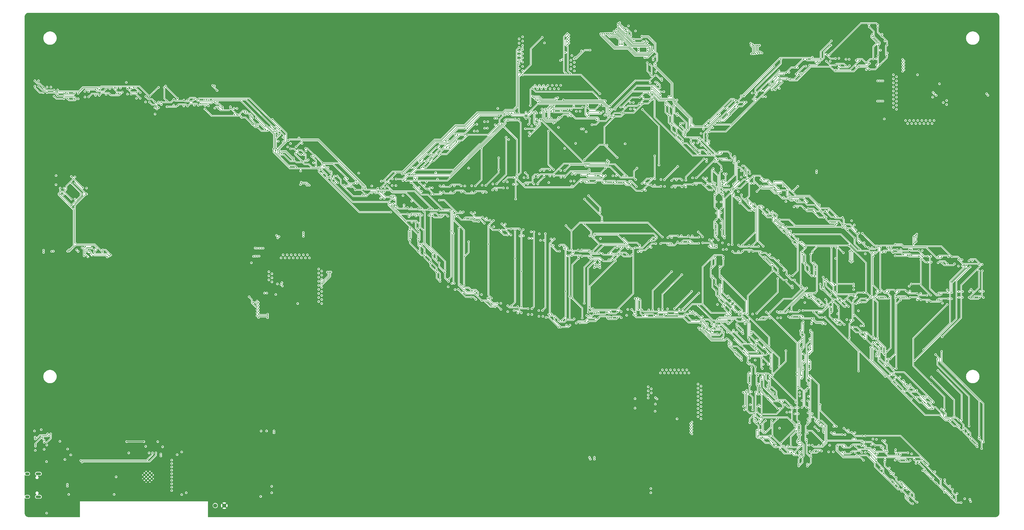
<source format=gbr>
%TF.GenerationSoftware,KiCad,Pcbnew,8.0.4*%
%TF.CreationDate,2025-04-19T07:58:29-07:00*%
%TF.ProjectId,traffic_paradise,74726166-6669-4635-9f70-617261646973,rev?*%
%TF.SameCoordinates,Original*%
%TF.FileFunction,Copper,L2,Inr*%
%TF.FilePolarity,Positive*%
%FSLAX46Y46*%
G04 Gerber Fmt 4.6, Leading zero omitted, Abs format (unit mm)*
G04 Created by KiCad (PCBNEW 8.0.4) date 2025-04-19 07:58:29*
%MOMM*%
%LPD*%
G01*
G04 APERTURE LIST*
%TA.AperFunction,ComponentPad*%
%ADD10C,1.524000*%
%TD*%
%TA.AperFunction,HeatsinkPad*%
%ADD11C,0.600000*%
%TD*%
%TA.AperFunction,ComponentPad*%
%ADD12O,2.100000X1.000000*%
%TD*%
%TA.AperFunction,ComponentPad*%
%ADD13O,1.600000X1.000000*%
%TD*%
%TA.AperFunction,ViaPad*%
%ADD14C,0.500000*%
%TD*%
%TA.AperFunction,Conductor*%
%ADD15C,0.304800*%
%TD*%
%TA.AperFunction,Conductor*%
%ADD16C,0.203200*%
%TD*%
%TA.AperFunction,Conductor*%
%ADD17C,0.200000*%
%TD*%
G04 APERTURE END LIST*
D10*
%TO.N,/PHOTO*%
%TO.C,R108*%
X71833000Y-185293000D03*
%TO.N,GND*%
X75233000Y-185293000D03*
%TD*%
D11*
%TO.N,GND*%
%TO.C,U13*%
X48023000Y-175163000D03*
X48023000Y-173763000D03*
X47323000Y-175863000D03*
X47323000Y-174463000D03*
X47323000Y-173063000D03*
X46623000Y-175163000D03*
X46623000Y-173763000D03*
X45923000Y-175863000D03*
X45923000Y-174463000D03*
X45923000Y-173063000D03*
X45223000Y-175163000D03*
X45223000Y-173763000D03*
%TD*%
D12*
%TO.N,Net-(J2-SHIELD)*%
%TO.C,J2*%
X5543000Y-173353000D03*
D13*
X1363000Y-173353000D03*
D12*
X5543000Y-181993000D03*
D13*
X1363000Y-181993000D03*
%TD*%
D14*
%TO.N,/EN*%
X55499000Y-179643000D03*
X34669000Y-174496000D03*
%TO.N,GND*%
X21173000Y-167473000D03*
X92473000Y-51473000D03*
X225773000Y-92773000D03*
X81473000Y-34973000D03*
X313773000Y-168873000D03*
X253873000Y-138873000D03*
X79673000Y-34073000D03*
X336423000Y-32893000D03*
X28173000Y-33473000D03*
X316773000Y-22673000D03*
X144973000Y-72473000D03*
X311773000Y-105073000D03*
X209873000Y-31873000D03*
X199973000Y-56473000D03*
X342273000Y-97073000D03*
X330373000Y-129373000D03*
X102743000Y-102743000D03*
X313173000Y-80973000D03*
X100203000Y-101473000D03*
X62773000Y-33073000D03*
X324773000Y-162473000D03*
X289173000Y-121473000D03*
X222573000Y-70573000D03*
X204973000Y-74573000D03*
X200373000Y-53173000D03*
X74373000Y-38073000D03*
X316973000Y-2673000D03*
X88273000Y-36973000D03*
X193473000Y-36873000D03*
X288673000Y-134273000D03*
X277573000Y-116573000D03*
X46373000Y-166473000D03*
X270373000Y-152073000D03*
X349273000Y-96273000D03*
X212073000Y-168573000D03*
X340473000Y-132173000D03*
X209973000Y-93673000D03*
X278473000Y-16173000D03*
X104573000Y-45973000D03*
X148073000Y-49773000D03*
X211273000Y-8173000D03*
X202573000Y-8073000D03*
X233373000Y-71873000D03*
X19073000Y-27373000D03*
X224673000Y-101773000D03*
X162973000Y-39773000D03*
X349073000Y-105373000D03*
X273473000Y-36073000D03*
X228173000Y-3373000D03*
X234273000Y-139373000D03*
X145973000Y-68273000D03*
X106073000Y-49573000D03*
X270573000Y-56573000D03*
X341073000Y-21823000D03*
X182573000Y-66873000D03*
X101473000Y-100203000D03*
X277673000Y-95173000D03*
X95773000Y-82673000D03*
X238473000Y-36173000D03*
X263273000Y-103273000D03*
X309073000Y-155273000D03*
X345873000Y-22073000D03*
X170873000Y-80373000D03*
X297173000Y-124473000D03*
X125873000Y-65773000D03*
X34573000Y-33573000D03*
X333673000Y-108773000D03*
X260173000Y-121973000D03*
X289173000Y-19773000D03*
X350873000Y-151673000D03*
X343073000Y-95273000D03*
X50673000Y-160373000D03*
X23973000Y-163273000D03*
X312973000Y-122473000D03*
X23173000Y-92573000D03*
X206073000Y-23073000D03*
X13273000Y-69673000D03*
X270073000Y-122373000D03*
X233773000Y-10173000D03*
X200773000Y-63773000D03*
X322673000Y-19573000D03*
X259473000Y-89973000D03*
X337973000Y-94673000D03*
X169073000Y-36373000D03*
X317373000Y-108573000D03*
X284473000Y-155473000D03*
X237073000Y-182273000D03*
X107973000Y-60673000D03*
X94573000Y-39773000D03*
X301173000Y-118073000D03*
X10160000Y-175641000D03*
X344773000Y-153973000D03*
X153073000Y-51473000D03*
X222773000Y-36473000D03*
X190673000Y-8373000D03*
X251773000Y-44173000D03*
X160873000Y-46673000D03*
X171073000Y-42373000D03*
X222273000Y-59273000D03*
X346623000Y-27623000D03*
X223673000Y-47473000D03*
X56173000Y-31773000D03*
X342123000Y-29123000D03*
X91673000Y-42273000D03*
X323273000Y-177973000D03*
X244983000Y-145923000D03*
X9273000Y-159873000D03*
X332173000Y-95373000D03*
X244983000Y-143383000D03*
X295173000Y-16273000D03*
X26173000Y-88084600D03*
X338273000Y-97073000D03*
X249073000Y-153373000D03*
X342473000Y-36973000D03*
X273573000Y-76473000D03*
X90673000Y-156473000D03*
X296773000Y-132073000D03*
X156673000Y-50273000D03*
X141673000Y-56473000D03*
X342173000Y-126273000D03*
X83573000Y-95673000D03*
X337873000Y-105273000D03*
X205873000Y-12673000D03*
X345473000Y-35773000D03*
X15173000Y-87973000D03*
X330873000Y-86673000D03*
X243713000Y-144653000D03*
X274873000Y-119973000D03*
X189773000Y-26973000D03*
X171273000Y-40173000D03*
X182873000Y-18873000D03*
X234073000Y-98073000D03*
X101473000Y-102743000D03*
X7773000Y-162473000D03*
X346573000Y-147373000D03*
X329673000Y-38373000D03*
X186373000Y-24473000D03*
X217273000Y-96673000D03*
X220073000Y-120273000D03*
X16173000Y-72573000D03*
X271073000Y-65773000D03*
X93973000Y-178073000D03*
X10873000Y-87873000D03*
X326673000Y-37673000D03*
X321173000Y-159973000D03*
X324273000Y-108773000D03*
X96273000Y-103673000D03*
X279173000Y-104673000D03*
X301873000Y-10273000D03*
X3173000Y-162673000D03*
X220673000Y-96473000D03*
X357673000Y-164873000D03*
X315173000Y-126373000D03*
X343573000Y-21873000D03*
X90973000Y-115573000D03*
X223073000Y-53973000D03*
X269073000Y-140573000D03*
X234273000Y-182273000D03*
X328373000Y-144373000D03*
X129273000Y-67473000D03*
X232873000Y-52273000D03*
X324273000Y-9273000D03*
X231773000Y-6773000D03*
X233973000Y-33573000D03*
X233073000Y-46073000D03*
X240173000Y-41273000D03*
X149873000Y-72273000D03*
X231073000Y-28873000D03*
X307673000Y-85873000D03*
X205873000Y-93073000D03*
X319073000Y-85673000D03*
X256673000Y-95473000D03*
X316573000Y-86973000D03*
X30073000Y-88573000D03*
X41573000Y-33273000D03*
X337693000Y-30353000D03*
X112373000Y-108673000D03*
X147673000Y-60473000D03*
X12073000Y-181373000D03*
X227073000Y-43073000D03*
X307773000Y-73173000D03*
X288873000Y-161173000D03*
X191573000Y-46373000D03*
X322873000Y-91473000D03*
X239073000Y-21773000D03*
X319273000Y-157673000D03*
X230173000Y-22473000D03*
X338773000Y-174773000D03*
X187073000Y-8473000D03*
X198773000Y-39173000D03*
X89073000Y-90773000D03*
X102773000Y-59573000D03*
X181473000Y-34773000D03*
X136773000Y-68273000D03*
X212673000Y-8173000D03*
X343573000Y-147073000D03*
X345773000Y-181573000D03*
X3773000Y-30073000D03*
X47873000Y-35673000D03*
X218073000Y-40073000D03*
X340173000Y-25823000D03*
X242173000Y-22273000D03*
X296573000Y-145373000D03*
X51873000Y-174373000D03*
X163173000Y-44873000D03*
X69773000Y-27173000D03*
X58573000Y-171573000D03*
X214673000Y-168873000D03*
X5873000Y-29373000D03*
X299973000Y-71173000D03*
X268873000Y-85573000D03*
X50673000Y-166373000D03*
X335153000Y-30353000D03*
X142673000Y-79973000D03*
X83473000Y-112173000D03*
X7673000Y-157973000D03*
X250373000Y-134273000D03*
X236873000Y-178673000D03*
X19873000Y-34673000D03*
X306473000Y-16773000D03*
X329573000Y-104973000D03*
X316673000Y-7473000D03*
X242443000Y-145923000D03*
X278073000Y-77973000D03*
X205673000Y-8173000D03*
X242573000Y-88573000D03*
X314473000Y-110873000D03*
X193673000Y-8873000D03*
X214273000Y-166273000D03*
X335073000Y-181873000D03*
X239173000Y-88673000D03*
X211573000Y-166373000D03*
X8173000Y-174073000D03*
X104973000Y-85673000D03*
X258673000Y-106773000D03*
X217773000Y-76573000D03*
X133073000Y-69473000D03*
X296873000Y-118473000D03*
X108273000Y-65373000D03*
X20973000Y-72073000D03*
X134473000Y-62373000D03*
X323773000Y-86773000D03*
X8973000Y-167873000D03*
X16373000Y-176473000D03*
X8173000Y-188973000D03*
X21473000Y-90173000D03*
X222773000Y-3173000D03*
X178573000Y-103773000D03*
X169773000Y-47373000D03*
X299773000Y-90173000D03*
X245983000Y-152753000D03*
X167173000Y-100573000D03*
X21673000Y-30473000D03*
X17773000Y-182073000D03*
X93673000Y-84873000D03*
X164373000Y-47073000D03*
X73973000Y-29073000D03*
X169473000Y-93973000D03*
X37673000Y-30973000D03*
X248473000Y-88873000D03*
X235173000Y-90173000D03*
X333773000Y-22473000D03*
X151573000Y-56873000D03*
X129973000Y-73473000D03*
X110773000Y-110473000D03*
X356173000Y-103673000D03*
X340873000Y-118873000D03*
X164373000Y-85573000D03*
X261973000Y-97973000D03*
X307473000Y-168373000D03*
X330673000Y-132773000D03*
X222473000Y-12473000D03*
X204873000Y-78473000D03*
X18773000Y-164173000D03*
X225373000Y-3173000D03*
X23173000Y-69873000D03*
X39373000Y-166373000D03*
X147473000Y-56773000D03*
X291373000Y-110673000D03*
X297173000Y-151273000D03*
X142873000Y-90673000D03*
X150773000Y-54773000D03*
X352973000Y-153673000D03*
X101473000Y-101473000D03*
X251873000Y-45873000D03*
X343473000Y-123073000D03*
X299973000Y-86173000D03*
X197273000Y-19073000D03*
X173073000Y-75773000D03*
X330173000Y-41873000D03*
X335153000Y-31623000D03*
X60973000Y-181273000D03*
X51873000Y-172373000D03*
X159173000Y-94973000D03*
X156873000Y-107173000D03*
X209973000Y-37473000D03*
X214073000Y-8073000D03*
X14773000Y-90373000D03*
X92173000Y-96573000D03*
X232673000Y-31173000D03*
X116073000Y-97673000D03*
X3173000Y-159573000D03*
X236220000Y-148209000D03*
X18273000Y-29173000D03*
X178073000Y-72373000D03*
X299973000Y-95573000D03*
X159173000Y-88173000D03*
X335573000Y-117773000D03*
X188773000Y-34073000D03*
X94073000Y-103973000D03*
X215173000Y-8173000D03*
X16673000Y-62473000D03*
X337693000Y-32893000D03*
X229273000Y-13873000D03*
X185873000Y-70973000D03*
X331273000Y-163973000D03*
X198273000Y-122073000D03*
X253373000Y-153773000D03*
X12573000Y-161173000D03*
X303973000Y-11673000D03*
X344123000Y-29873000D03*
X280773000Y-164173000D03*
X22273000Y-169773000D03*
X281473000Y-126273000D03*
X51873000Y-179073000D03*
X218373000Y-29273000D03*
X227473000Y-146873000D03*
X228973000Y-30973000D03*
X232273000Y-26673000D03*
X237573000Y-139773000D03*
X354373000Y-97973000D03*
X102743000Y-100203000D03*
X271773000Y-16973000D03*
X37873000Y-160773000D03*
X246873000Y-92473000D03*
X311573000Y-17073000D03*
X307773000Y-57273000D03*
X274273000Y-91473000D03*
X296473000Y-92073000D03*
X297273000Y-160973000D03*
X104773000Y-63373000D03*
X329473000Y-118173000D03*
X275873000Y-110473000D03*
X336423000Y-31623000D03*
X353473000Y-107673000D03*
X257873000Y-48973000D03*
X320673000Y-2873000D03*
X319473000Y-33873000D03*
X92773000Y-48573000D03*
X160973000Y-53373000D03*
X252673000Y-73073000D03*
X295473000Y-171273000D03*
X243713000Y-145923000D03*
X262373000Y-31973000D03*
X287673000Y-97373000D03*
X273773000Y-24773000D03*
X58673000Y-169273000D03*
X337693000Y-31623000D03*
X305673000Y-119073000D03*
X294173000Y-99773000D03*
X303073000Y-22073000D03*
X184373000Y-20673000D03*
X103273000Y-57473000D03*
X88473000Y-182873000D03*
X142473000Y-82473000D03*
X262473000Y-119173000D03*
X233373000Y-8073000D03*
X298373000Y-168673000D03*
X154373000Y-62473000D03*
X278873000Y-153973000D03*
X176373000Y-116973000D03*
X316373000Y-115173000D03*
X239773000Y-151773000D03*
X230073000Y-4473000D03*
X94073000Y-158873000D03*
X107973000Y-92873000D03*
X204073000Y-24573000D03*
X307873000Y-43173000D03*
X33873000Y-182073000D03*
X277173000Y-107973000D03*
X187373000Y-73573000D03*
X283973000Y-83973000D03*
X187673000Y-24573000D03*
X278673000Y-87173000D03*
X232573000Y-178073000D03*
X313073000Y-116473000D03*
X179373000Y-40873000D03*
X237973000Y-133973000D03*
X281473000Y-70773000D03*
X267573000Y-38473000D03*
X280673000Y-62373000D03*
X157373000Y-83873000D03*
X336423000Y-30353000D03*
X319873000Y-93773000D03*
X288073000Y-123973000D03*
X272573000Y-125873000D03*
X184373000Y-8573000D03*
X285873000Y-21373000D03*
X10873000Y-157873000D03*
X201473000Y-35373000D03*
X302273000Y-154673000D03*
X113673000Y-53573000D03*
X153473000Y-72773000D03*
X14273000Y-65173000D03*
X284573000Y-110173000D03*
X126573000Y-59773000D03*
X225573000Y-12373000D03*
X269673000Y-133173000D03*
X117773000Y-57773000D03*
X244983000Y-144653000D03*
X104973000Y-87973000D03*
X209473000Y-8173000D03*
X264373000Y-85773000D03*
X11773000Y-90373000D03*
X113473000Y-57673000D03*
X337973000Y-141473000D03*
X325073000Y-14773000D03*
X102743000Y-101473000D03*
X153873000Y-57173000D03*
X83473000Y-104973000D03*
X17573000Y-165373000D03*
X254373000Y-88573000D03*
X342073000Y-137173000D03*
X237673000Y-155173000D03*
X195173000Y-19173000D03*
X201073000Y-101873000D03*
X91173000Y-107673000D03*
X91373000Y-101873000D03*
X183473000Y-24673000D03*
X90773000Y-87773000D03*
X22873000Y-65073000D03*
X154973000Y-54073000D03*
X168973000Y-84073000D03*
X209973000Y-93673000D03*
X225273000Y-83973000D03*
X103573000Y-109773000D03*
X252573000Y-38573000D03*
X101073000Y-48973000D03*
X70273000Y-32973000D03*
X263073000Y-125873000D03*
X197273000Y-17573000D03*
X265273000Y-61173000D03*
X354773000Y-180973000D03*
X100203000Y-102743000D03*
X11673000Y-93273000D03*
X13473000Y-63173000D03*
X150373000Y-62273000D03*
X339473000Y-168273000D03*
X327673000Y-93573000D03*
X8673000Y-163673000D03*
X84673000Y-113273000D03*
X189173000Y-101273000D03*
X51973000Y-176273000D03*
X295473000Y-158773000D03*
X242443000Y-144653000D03*
X119273000Y-61873000D03*
X346373000Y-174373000D03*
X111073000Y-95773000D03*
X222673000Y-38673000D03*
X342073000Y-110373000D03*
X187373000Y-40373000D03*
X243713000Y-143383000D03*
X16273000Y-163173000D03*
X239973000Y-16673000D03*
X229873000Y-35973000D03*
X121373000Y-68073000D03*
X282073000Y-136873000D03*
X58473000Y-179473000D03*
X100203000Y-100203000D03*
X242443000Y-143383000D03*
X265373000Y-122273000D03*
X205773000Y-50173000D03*
X330273000Y-125173000D03*
X289173000Y-19773000D03*
X328373000Y-183073000D03*
X83173000Y-33573000D03*
X308073000Y-83273000D03*
X268873000Y-125673000D03*
X6673000Y-88873000D03*
X110373000Y-55873000D03*
X66673000Y-32973000D03*
X200373000Y-85873000D03*
X276373000Y-10973000D03*
X34773000Y-173273000D03*
X326173000Y-171973000D03*
X125873000Y-67673000D03*
X188273000Y-31573000D03*
X270373000Y-9873000D03*
X288773000Y-130873000D03*
X331673000Y-22773000D03*
X266573000Y-52973000D03*
X287573000Y-73173000D03*
X87173000Y-115773000D03*
X288373000Y-105073000D03*
X297473000Y-136773000D03*
X304273000Y-96673000D03*
X288773000Y-168273000D03*
X236973000Y-151973000D03*
X48873000Y-166173000D03*
X359273000Y-159973000D03*
X241073000Y-117773000D03*
X92973000Y-53873000D03*
X211673000Y-88173000D03*
X281073000Y-98973000D03*
X202673000Y-29373000D03*
X10373000Y-33173000D03*
X290073000Y-67973000D03*
X352373000Y-160073000D03*
X342373000Y-41673000D03*
X204073000Y-28173000D03*
X5573000Y-24373000D03*
X163973000Y-50473000D03*
X286873000Y-151873000D03*
X190273000Y-25773000D03*
X353373000Y-92573000D03*
X273673000Y-69673000D03*
X58573000Y-165873000D03*
X205073000Y-58973000D03*
X335153000Y-32893000D03*
X150373000Y-94473000D03*
X209773000Y-71773000D03*
X294173000Y-85473000D03*
X288073000Y-87873000D03*
X337573000Y-125173000D03*
X92973000Y-181373000D03*
X264773000Y-58873000D03*
X288573000Y-143573000D03*
X321873000Y-116573000D03*
X17873000Y-32573000D03*
X86473000Y-87773000D03*
X288573000Y-81673000D03*
X105073000Y-81773000D03*
X213873000Y-97173000D03*
X298173000Y-158373000D03*
X77473000Y-37673000D03*
X283573000Y-143473000D03*
X172073000Y-103373000D03*
X117373000Y-60473000D03*
X323073000Y-93673000D03*
X48173000Y-38873000D03*
X297473000Y-127473000D03*
X7673000Y-181773000D03*
X93773000Y-156273000D03*
X337873000Y-89973000D03*
X158373000Y-52273000D03*
X195173000Y-17573000D03*
X322773000Y-103673000D03*
X270673000Y-68873000D03*
X94373000Y-115073000D03*
X177273000Y-47873000D03*
X170473000Y-90473000D03*
X206873000Y-38273000D03*
X317773000Y-13373000D03*
X284773000Y-29073000D03*
X274473000Y-60173000D03*
X246973000Y-30173000D03*
X262573000Y-43573000D03*
X136573000Y-73673000D03*
X245573000Y-153573000D03*
X329273000Y-88473000D03*
X268573000Y-136173000D03*
X291973000Y-75373000D03*
X183773000Y-44773000D03*
X266273000Y-91873000D03*
X210273000Y-28073000D03*
X328473000Y-174573000D03*
X86073000Y-114773000D03*
X16373000Y-178873000D03*
X227873000Y-33373000D03*
X315973000Y-133373000D03*
X256573000Y-127073000D03*
X16373000Y-168073000D03*
X44673000Y-160273000D03*
X155773000Y-45473000D03*
X270673000Y-75673000D03*
X256973000Y-102373000D03*
X52973000Y-163073000D03*
X155073000Y-78973000D03*
X95673000Y-91373000D03*
X200173000Y-13373000D03*
X348973000Y-108273000D03*
%TO.N,+5V*%
X102743000Y-109474000D03*
X343408000Y-27023000D03*
X13573000Y-161173000D03*
X237465000Y-145267000D03*
X245011000Y-152753000D03*
X94516000Y-106073000D03*
X335153000Y-23622000D03*
X8636000Y-188101000D03*
X195273000Y-11673000D03*
X236756000Y-149888000D03*
X92993400Y-178058000D03*
X201273000Y-18261400D03*
X15473000Y-167973000D03*
X235153000Y-180467000D03*
X60973000Y-180467000D03*
X203123000Y-15248000D03*
X235153000Y-178871000D03*
X92993400Y-180467000D03*
%TO.N,+3.3V*%
X57533000Y-166173000D03*
X16891000Y-181127000D03*
X38610000Y-161288000D03*
X33909000Y-181127000D03*
X59273000Y-181173000D03*
X52108000Y-163233000D03*
X17673000Y-166273000D03*
X50292000Y-161290000D03*
X45087000Y-161288000D03*
%TO.N,/SCL1*%
X96494600Y-102311000D03*
X229235000Y-148717000D03*
X93873000Y-157973000D03*
X49568000Y-165519000D03*
X21873000Y-168973000D03*
X91186000Y-105537000D03*
%TO.N,/SDA1*%
X89023000Y-157323000D03*
X93873000Y-157273000D03*
X21373000Y-168373000D03*
X91073000Y-157273000D03*
X96824800Y-101651000D03*
X48298000Y-165519000D03*
X90297000Y-105537000D03*
X229235000Y-145161000D03*
%TO.N,/SCL2*%
X209173000Y-14673000D03*
X55499000Y-169483000D03*
X206798000Y-17103000D03*
X212471000Y-167876200D03*
X213995000Y-167876200D03*
X341473000Y-30773000D03*
X361061000Y-30726200D03*
%TO.N,/SDA2*%
X361569000Y-31334600D03*
X206394000Y-17624900D03*
X55499000Y-168213000D03*
X212132500Y-167174500D03*
X213995000Y-167174500D03*
X212373000Y-14373000D03*
X342173000Y-31373000D03*
%TO.N,Net-(U5-~{SDB})*%
X55499000Y-172023000D03*
X97028000Y-102870000D03*
%TO.N,/INT1*%
X95123000Y-102108000D03*
X55499000Y-170753000D03*
%TO.N,/PHOTO*%
X55499000Y-178373000D03*
%TO.N,/D-*%
X51435000Y-166658000D03*
X16383000Y-177323000D03*
%TO.N,/D+*%
X16383000Y-178023000D03*
X51435000Y-165958000D03*
%TO.N,Net-(U6-~{SDB})*%
X236855000Y-147193000D03*
X55499000Y-174563000D03*
%TO.N,/INT2*%
X55499000Y-173293000D03*
X236906000Y-144788000D03*
%TO.N,Net-(U7-~{SDB})*%
X55499000Y-177103000D03*
X340995000Y-30226000D03*
%TO.N,/INT3*%
X55499000Y-175833000D03*
X340849000Y-32023000D03*
%TO.N,/Matrix 1/COL0*%
X216273000Y-85103500D03*
X145491000Y-71035900D03*
X88011000Y-111299000D03*
X164848000Y-75073000D03*
X19223000Y-70298000D03*
X198023000Y-113523000D03*
X5598000Y-25873000D03*
X212267000Y-84070800D03*
X72523000Y-29530800D03*
X198973000Y-85223000D03*
X102123000Y-50723000D03*
X225029000Y-85103500D03*
X70869100Y-27620200D03*
X165123000Y-102498000D03*
X72523000Y-33873000D03*
X230998000Y-87623000D03*
X132773000Y-66273000D03*
X103224800Y-47360200D03*
X147023000Y-76573000D03*
X155873000Y-70673000D03*
X166821600Y-86261300D03*
X32121900Y-91616200D03*
X25920000Y-90480000D03*
X40298000Y-28773000D03*
%TO.N,/Matrix 1/COL1*%
X38473000Y-26473800D03*
X31344700Y-91979400D03*
X201648000Y-115898000D03*
X105073000Y-53598000D03*
X135223000Y-67573000D03*
X147973000Y-81273000D03*
X8748000Y-28248000D03*
X41193800Y-28470700D03*
X15098000Y-66198000D03*
X105850000Y-52104100D03*
X202498000Y-87973000D03*
X137856000Y-72792300D03*
X203226000Y-104891000D03*
X10190712Y-28243688D03*
X43723000Y-30298000D03*
X213772000Y-84294800D03*
X169273000Y-104873000D03*
X169123000Y-75398000D03*
X77498000Y-35598000D03*
X24762000Y-89784000D03*
X81246400Y-39064600D03*
X125654168Y-60517142D03*
X163169000Y-81273000D03*
X235498000Y-85898000D03*
X87503000Y-111854000D03*
%TO.N,/Matrix 1/COL2*%
X173548000Y-77423000D03*
X22692100Y-91596600D03*
X239498000Y-84523000D03*
X88011000Y-112408000D03*
X108848000Y-54223000D03*
X115446000Y-62760200D03*
X204601000Y-106724000D03*
X104373000Y-49373000D03*
X50573000Y-28373000D03*
X19223000Y-61948000D03*
X138873000Y-70373000D03*
X47148000Y-31723000D03*
X12748000Y-29348000D03*
X203337000Y-80232000D03*
X79998000Y-36248000D03*
X171698000Y-106098000D03*
X205373000Y-89173000D03*
X23121300Y-88143400D03*
X204798000Y-115173000D03*
X147923000Y-85148000D03*
X138673000Y-69498000D03*
X206108000Y-90344600D03*
%TO.N,/Matrix 1/COL3*%
X24660000Y-92600000D03*
X50623000Y-33848000D03*
X209223000Y-89373000D03*
X83698000Y-37648000D03*
X111998000Y-56723000D03*
X175423000Y-107423000D03*
X25500000Y-88084600D03*
X105707701Y-51238297D03*
X16473000Y-30523000D03*
X176198000Y-78298000D03*
X209423000Y-114923000D03*
X124725000Y-63294400D03*
X142648000Y-72473000D03*
X208055000Y-92535900D03*
X49273000Y-38373000D03*
X23573000Y-66148000D03*
X67975600Y-36474500D03*
X87501600Y-112963000D03*
X137037000Y-64164900D03*
X149473000Y-87148000D03*
X242973000Y-84698000D03*
X205742000Y-107423000D03*
X174261000Y-87148000D03*
X49951500Y-36474500D03*
X226287000Y-87954700D03*
%TO.N,/Matrix 1/COL4*%
X148553000Y-76146100D03*
X93673000Y-51473000D03*
X212298000Y-113848000D03*
X210134000Y-79673000D03*
X87503000Y-110744000D03*
X225284000Y-86973200D03*
X8673000Y-162573000D03*
X153448000Y-90523000D03*
X86786300Y-88658000D03*
X52690600Y-28363400D03*
X246623000Y-83998000D03*
X212698000Y-93376000D03*
X84547800Y-106948000D03*
X210192000Y-109373000D03*
X178923000Y-109373000D03*
X20423000Y-30573000D03*
X213223000Y-89923000D03*
X87123000Y-39873000D03*
X115023000Y-60323000D03*
X180598000Y-79673000D03*
X85373000Y-94173000D03*
X137662000Y-75164500D03*
X145323000Y-73548000D03*
X27773000Y-28973000D03*
X53760600Y-33473000D03*
%TO.N,/Matrix 1/COL5*%
X182848000Y-110348000D03*
X57673000Y-32502600D03*
X90773000Y-42673000D03*
X24348000Y-29848000D03*
X6598000Y-156779246D03*
X117573000Y-61598000D03*
X86849500Y-91696500D03*
X53249260Y-27851800D03*
X150061000Y-74919700D03*
X224643000Y-88439300D03*
X94504900Y-52083600D03*
X184248000Y-92523700D03*
X250698000Y-84073000D03*
X114151000Y-58411300D03*
X66344700Y-34441500D03*
X215498000Y-112923000D03*
X216998000Y-90773000D03*
X149323000Y-73848000D03*
X184248000Y-81898000D03*
X88298300Y-88710600D03*
X88011000Y-110189000D03*
X214308000Y-93462900D03*
X211733000Y-112758000D03*
X102271000Y-58300700D03*
X154748000Y-92798000D03*
%TO.N,/Matrix 1/COL6*%
X121448000Y-62623000D03*
X24095600Y-89850400D03*
X153273000Y-73948000D03*
X37010800Y-30136300D03*
X221879000Y-93430000D03*
X186623000Y-97401500D03*
X157998000Y-96923000D03*
X93673000Y-43298000D03*
X252975000Y-82589700D03*
X136313000Y-65283200D03*
X254598000Y-84448000D03*
X212215000Y-110748000D03*
X187298000Y-81723000D03*
X19873000Y-89347000D03*
X220123000Y-112673000D03*
X186623000Y-110748000D03*
X220598000Y-90673000D03*
X152598000Y-76270400D03*
X89065500Y-88710600D03*
X87490400Y-109634000D03*
X87581200Y-91704800D03*
X61473000Y-33123000D03*
X95301900Y-51820900D03*
X28373000Y-29248000D03*
%TO.N,/Matrix 1/COL7*%
X88011000Y-109080000D03*
X87455000Y-88710600D03*
X29648000Y-89348000D03*
X228540000Y-88833800D03*
X258348000Y-85573000D03*
X124873000Y-64423000D03*
X86187700Y-91758300D03*
X146353000Y-65661300D03*
X96073000Y-46073000D03*
X94783700Y-51412200D03*
X191323000Y-82573000D03*
X96073000Y-43948400D03*
X86113000Y-109068000D03*
X190573000Y-111373000D03*
X157223000Y-74223000D03*
X65423000Y-32848000D03*
X103882000Y-59726300D03*
X159323000Y-100398000D03*
X223823000Y-88473000D03*
X160292000Y-82208000D03*
X32323000Y-28848000D03*
X213422000Y-111373000D03*
X32673000Y-91253000D03*
X224048000Y-112523000D03*
%TO.N,/Matrix 1/COL8*%
X24830000Y-90700000D03*
X95819600Y-52338600D03*
X88273000Y-91673000D03*
X214304000Y-83654600D03*
X262048000Y-86723000D03*
X69323000Y-33048000D03*
X7648000Y-160748000D03*
X128148000Y-66173000D03*
X89780700Y-88710600D03*
X161448000Y-101873000D03*
X71575400Y-27811100D03*
X87499400Y-108525000D03*
X195648000Y-83223000D03*
X161123000Y-74798000D03*
X161200000Y-83155800D03*
X194548000Y-112073000D03*
X36273000Y-28598000D03*
X99273000Y-48273000D03*
X227798000Y-88848000D03*
X11136500Y-89829400D03*
X93233905Y-40385793D03*
X23470000Y-90570000D03*
%TO.N,/Matrix 2/COL0*%
X263823000Y-120248000D03*
X267454000Y-120219000D03*
X264523000Y-114098000D03*
X274998000Y-123198000D03*
X250575000Y-153965000D03*
X304748000Y-155573000D03*
X293623000Y-160473000D03*
X298675000Y-147409000D03*
X284815000Y-147897000D03*
X276139000Y-143374000D03*
X276773000Y-150973000D03*
X231773000Y-111873000D03*
X273373000Y-151673000D03*
X272273000Y-154173000D03*
X305173000Y-163073000D03*
X262373000Y-91848000D03*
X280545000Y-136081000D03*
X354773000Y-182973000D03*
X279698000Y-136973000D03*
X330473000Y-178573000D03*
%TO.N,/Matrix 2/COL1*%
X266573000Y-122973000D03*
X294558000Y-149254000D03*
X282488000Y-145032000D03*
X309223000Y-156973000D03*
X280453100Y-153301500D03*
X250063000Y-155630000D03*
X275189000Y-127711000D03*
X293998000Y-153873000D03*
X278973000Y-140109600D03*
X261023000Y-95523000D03*
X277773000Y-125498000D03*
X294023000Y-145948000D03*
X235848000Y-111898000D03*
X350023000Y-180773000D03*
X314954081Y-168268519D03*
X308248000Y-162973000D03*
X242997000Y-97470500D03*
X276198000Y-154398000D03*
%TO.N,/Matrix 2/COL2*%
X277748000Y-157548000D03*
X311748000Y-162898000D03*
X291377000Y-158734000D03*
X299678000Y-161345000D03*
X281073000Y-142998000D03*
X283411244Y-156234756D03*
X270148000Y-127098000D03*
X261423000Y-99123000D03*
X294796512Y-122673000D03*
X293798000Y-157273000D03*
X336948000Y-168023000D03*
X278923000Y-128223000D03*
X311673000Y-157923000D03*
X250571000Y-156185000D03*
X278321000Y-136087000D03*
X279505000Y-125224000D03*
X239498000Y-111523000D03*
X278170000Y-153373000D03*
X246786000Y-98627500D03*
%TO.N,/Matrix 2/COL3*%
X339123000Y-169798000D03*
X272173000Y-129927000D03*
X312401000Y-166323000D03*
X282603000Y-152730000D03*
X279173000Y-132298000D03*
X244023000Y-111423000D03*
X280698000Y-159173000D03*
X315548000Y-159123000D03*
X288804000Y-165272000D03*
X250063000Y-156739000D03*
X294073000Y-139773000D03*
X267004000Y-112636000D03*
X315723000Y-162873000D03*
X261048000Y-102423000D03*
X250480000Y-104891000D03*
X295148000Y-166323000D03*
X284523000Y-146248000D03*
%TO.N,/Matrix 2/COL4*%
X319798000Y-160473000D03*
X274526000Y-125024000D03*
X341673000Y-172598000D03*
X283998000Y-161723000D03*
X229099000Y-112817000D03*
X288119000Y-149084000D03*
X318998000Y-164123000D03*
X250571000Y-157294000D03*
X253179000Y-105542000D03*
X292031000Y-107252000D03*
X355723000Y-93398000D03*
X295523000Y-116223000D03*
X277224000Y-136283000D03*
X344483000Y-109315000D03*
X247148000Y-111573000D03*
X311307000Y-114112000D03*
X313020000Y-112183000D03*
X287773000Y-147892600D03*
X264148000Y-106623000D03*
X227973000Y-111673000D03*
X274298000Y-130698000D03*
%TO.N,/Matrix 2/COL5*%
X345373000Y-175598000D03*
X275248000Y-135748000D03*
X290473000Y-148523000D03*
X322973000Y-168073000D03*
X285816000Y-127168000D03*
X289492000Y-146572000D03*
X322948000Y-160873000D03*
X287698000Y-162948000D03*
X289885000Y-157198000D03*
X292889000Y-109073000D03*
X265298000Y-109073000D03*
X250923000Y-112398000D03*
X295048000Y-119473000D03*
X262055000Y-110511000D03*
X290939000Y-166717000D03*
X250063000Y-157849000D03*
X294573000Y-128373000D03*
%TO.N,/Matrix 2/COL6*%
X293373000Y-142298000D03*
X275373000Y-139598000D03*
X295698000Y-150798000D03*
X324573000Y-171173000D03*
X268473000Y-112573000D03*
X295048000Y-125898000D03*
X289373000Y-165860000D03*
X250572000Y-158404000D03*
X291573000Y-162748000D03*
X254473000Y-114373000D03*
X326923000Y-164298000D03*
X347298000Y-177923000D03*
%TO.N,/Matrix 2/COL7*%
X294773000Y-136548000D03*
X326248000Y-173248000D03*
X331273000Y-179248000D03*
X261048000Y-115248000D03*
X295673000Y-162623000D03*
X298123000Y-153423000D03*
X257973000Y-117273000D03*
X274473000Y-142673000D03*
X250584000Y-155075000D03*
X270448000Y-116273000D03*
X275973000Y-153073000D03*
X328748000Y-166148000D03*
%TO.N,/Matrix 2/COL8*%
X300498000Y-155448000D03*
X275698000Y-147548000D03*
X283256000Y-132905000D03*
X333823000Y-182323000D03*
X266169000Y-119482000D03*
X289152000Y-155352000D03*
X293823000Y-169723000D03*
X272823000Y-120023000D03*
X299448000Y-162623000D03*
X260648000Y-118248000D03*
X332973000Y-165873000D03*
X274573000Y-153673000D03*
X294623000Y-131923000D03*
X250063000Y-154520000D03*
X328673000Y-176373000D03*
%TO.N,/Matrix 3/COL0*%
X293598000Y-103623000D03*
X322741000Y-128609000D03*
X291073000Y-71073000D03*
X274937000Y-67398000D03*
X295673000Y-90273000D03*
X318098000Y-88448000D03*
X307369000Y-90435400D03*
X320323000Y-123973000D03*
X265673000Y-87348000D03*
X329561000Y-22310600D03*
X318601000Y-91699200D03*
X320180000Y-122410000D03*
X341942000Y-128609000D03*
X267948000Y-67398000D03*
X358298000Y-159448000D03*
X265673000Y-68555500D03*
X283648000Y-112498000D03*
X273773000Y-62023000D03*
X321173000Y-105123000D03*
%TO.N,/Matrix 3/COL1*%
X359898000Y-161423000D03*
X296748000Y-105548000D03*
X287948000Y-112198000D03*
X321223000Y-88373000D03*
X269407000Y-87573000D03*
X270773000Y-70323000D03*
X324373000Y-104923000D03*
X296348000Y-94173000D03*
X329564000Y-17872200D03*
X293773000Y-71208600D03*
X323612000Y-127538000D03*
X344196000Y-127423000D03*
X277623000Y-63023000D03*
X321648000Y-127423000D03*
X304430000Y-92523700D03*
%TO.N,/Matrix 3/COL2*%
X325273000Y-88273000D03*
X273348000Y-87598000D03*
X311197000Y-104203000D03*
X328173000Y-104848000D03*
X330073000Y-18427000D03*
X300673000Y-107898000D03*
X298397000Y-72473000D03*
X281448000Y-63723000D03*
X306464000Y-108775000D03*
X324873000Y-130273000D03*
X342643000Y-130273000D03*
X273923000Y-72073000D03*
X296923000Y-96748000D03*
X292173000Y-112123000D03*
X354498000Y-155448000D03*
%TO.N,/Matrix 3/COL3*%
X328782000Y-108159000D03*
X342781000Y-134571000D03*
X284823000Y-65423000D03*
X332323000Y-104823000D03*
X327223000Y-133823000D03*
X277248000Y-73298000D03*
X329565000Y-18981800D03*
X300948000Y-100398000D03*
X351723000Y-153173000D03*
X298173000Y-112973000D03*
X277323000Y-87973000D03*
X305473000Y-110373000D03*
X311234000Y-105980000D03*
X301523000Y-74723000D03*
X328923000Y-89223000D03*
%TO.N,/Matrix 3/COL4*%
X340318000Y-137023000D03*
X305048000Y-76923000D03*
X336348000Y-105673000D03*
X302867000Y-88522800D03*
X300473000Y-114623000D03*
X280823000Y-74973000D03*
X332873000Y-89098000D03*
X311211000Y-102953000D03*
X332054000Y-102953000D03*
X287198000Y-68698000D03*
X304073000Y-102373000D03*
X305173000Y-113323000D03*
X330073000Y-19536600D03*
X279798000Y-91023000D03*
X313038000Y-134817000D03*
X328548000Y-137023000D03*
X348873000Y-151673000D03*
%TO.N,/Matrix 3/COL5*%
X283423000Y-77973000D03*
X304748000Y-105148000D03*
X329565000Y-20091400D03*
X320193000Y-33498400D03*
X336923000Y-89573000D03*
X359873000Y-104873000D03*
X345273000Y-149098000D03*
X304666000Y-88523500D03*
X311192000Y-102158000D03*
X310473000Y-78373000D03*
X340098000Y-106323000D03*
X304422000Y-79896900D03*
X346291000Y-109837000D03*
X340286000Y-139518000D03*
X308648000Y-115498000D03*
X336448000Y-93033000D03*
X282998000Y-93348000D03*
X320173000Y-25935000D03*
X332821000Y-102158000D03*
X332398000Y-139923000D03*
%TO.N,/Matrix 3/COL6*%
X355948000Y-104873000D03*
X340148000Y-91748000D03*
X323050000Y-136829000D03*
X355226000Y-104151000D03*
X280786000Y-97302800D03*
X344023000Y-105948000D03*
X285048000Y-97023000D03*
X334823000Y-142048000D03*
X271473000Y-113223000D03*
X285973000Y-80698000D03*
X309273000Y-108173000D03*
X311023000Y-115723000D03*
X320853000Y-33498400D03*
X346298000Y-104351000D03*
X307029000Y-80899600D03*
X309597000Y-122205000D03*
X313021000Y-109206000D03*
X311473000Y-79973000D03*
X320853000Y-25935000D03*
X330073000Y-20646200D03*
%TO.N,/Matrix 3/COL7*%
X338373000Y-144273000D03*
X289489000Y-85770500D03*
X288798000Y-83523000D03*
X288298000Y-99023000D03*
X344198000Y-91973000D03*
X321513000Y-25935000D03*
X314923000Y-117823000D03*
X353713000Y-96148700D03*
X282750000Y-100083000D03*
X315339000Y-120646000D03*
X348023000Y-105323000D03*
X274873000Y-113123000D03*
X314473000Y-83148000D03*
X329552000Y-21201000D03*
X332861000Y-145262000D03*
X321513000Y-33498400D03*
X318018000Y-106537000D03*
X359398000Y-94773000D03*
X312298000Y-107023000D03*
%TO.N,/Matrix 3/COL8*%
X330073000Y-21755800D03*
X322173000Y-33498400D03*
X291548000Y-102773000D03*
X291573000Y-86398000D03*
X341148000Y-146548000D03*
X315898000Y-105473000D03*
X348073000Y-91923000D03*
X322173000Y-25935000D03*
X352073000Y-104948000D03*
X351873000Y-93023000D03*
X318473000Y-121798000D03*
X326773000Y-87249800D03*
X279848000Y-112723000D03*
X315148000Y-86648000D03*
X309254200Y-87610600D03*
%TO.N,Net-(D2-A)*%
X16473000Y-164073000D03*
X8573000Y-168773000D03*
%TO.N,/T_SW*%
X12137000Y-61448000D03*
X39408000Y-165519000D03*
X12123000Y-64873000D03*
%TO.N,unconnected-(R52-Pad2)*%
X111760000Y-109474000D03*
%TO.N,unconnected-(R53-Pad2)*%
X110617000Y-108712000D03*
%TO.N,unconnected-(R54-Pad2)*%
X111760000Y-107950000D03*
%TO.N,unconnected-(R93-Pad2)*%
X254000000Y-146558000D03*
%TO.N,unconnected-(R94-Pad2)*%
X254000000Y-148082000D03*
%TO.N,unconnected-(R95-Pad2)*%
X252857000Y-147320000D03*
%TO.N,unconnected-(R96-Pad2)*%
X254000000Y-152654000D03*
%TO.N,unconnected-(R97-Pad2)*%
X252857000Y-151892000D03*
%TO.N,unconnected-(R98-Pad2)*%
X254000000Y-151130000D03*
%TO.N,unconnected-(R109-Pad2)*%
X346075000Y-33274000D03*
%TO.N,unconnected-(R145-Pad2)*%
X344805000Y-34036000D03*
%TO.N,unconnected-(R146-Pad2)*%
X346075000Y-34798000D03*
%TO.N,/Matrix 4/COL7*%
X283927000Y-17840400D03*
X218801000Y-57659900D03*
X171652000Y-51234200D03*
X270723000Y-58998000D03*
X169373000Y-65348000D03*
X237648000Y-27348000D03*
X236648000Y-62648000D03*
X238239000Y-57483400D03*
X274398000Y-30498000D03*
X228623000Y-34048000D03*
X204433000Y-11742600D03*
X232013000Y-36630400D03*
X202873000Y-51234200D03*
X146423000Y-58423000D03*
X155848000Y-50923000D03*
X262898000Y-83998000D03*
X239276000Y-24998500D03*
X305673000Y-17448000D03*
X271148000Y-62923000D03*
X202873000Y-59573000D03*
%TO.N,/Matrix 4/COL2*%
X283176000Y-22121400D03*
X177423000Y-39948000D03*
X180167000Y-43141700D03*
X218173000Y-33473000D03*
X232223000Y-32073000D03*
X252173000Y-62298000D03*
X231773000Y-9173000D03*
X259298000Y-42323000D03*
X319648000Y-17623000D03*
X286973000Y-22698000D03*
X259173000Y-55473000D03*
X150398000Y-64998000D03*
X184973000Y-62198000D03*
X218173000Y-61423000D03*
X247344000Y-41809700D03*
X202373000Y-33071800D03*
X204437000Y-8673000D03*
X184973000Y-61009400D03*
X242673000Y-31773000D03*
X246298000Y-41848000D03*
X261623000Y-58823000D03*
X305643000Y-20945200D03*
%TO.N,/Matrix 4/COL3*%
X150790000Y-56134400D03*
X323873000Y-15498000D03*
X201573000Y-37098000D03*
X290173000Y-20948000D03*
X225534300Y-49521500D03*
X189023000Y-62223000D03*
X283373000Y-28773000D03*
X248098000Y-45523000D03*
X235073000Y-30448000D03*
X203835000Y-8161400D03*
X262248000Y-68248000D03*
X188115000Y-60350000D03*
X260998000Y-38523000D03*
X291469000Y-22999700D03*
X153248000Y-66048000D03*
X256073000Y-62398000D03*
X222173000Y-61523000D03*
X203380000Y-23139100D03*
X162673000Y-46173000D03*
X154488000Y-60350000D03*
X233948000Y-13748000D03*
%TO.N,/Matrix 4/COL8*%
X309548000Y-17823000D03*
X263473000Y-60823000D03*
X277698000Y-29623000D03*
X245274000Y-57996800D03*
X285000000Y-23433300D03*
X182901000Y-38073500D03*
X240073000Y-29973000D03*
X244973000Y-33073000D03*
X173323000Y-65148000D03*
X206798000Y-60973000D03*
X174023000Y-41223000D03*
X135473000Y-63548000D03*
X143073000Y-60773000D03*
X218200000Y-58646700D03*
X203973000Y-12254200D03*
X211473000Y-35073000D03*
X240248000Y-63023000D03*
X178137000Y-59179400D03*
X213073000Y-42373000D03*
X178137000Y-54783200D03*
X212073000Y-60573000D03*
X189773000Y-37673000D03*
%TO.N,/Matrix 4/COL6*%
X217198000Y-35273000D03*
X281341000Y-20380200D03*
X302248000Y-15973000D03*
X236598000Y-54035100D03*
X209844800Y-43972800D03*
X266123000Y-64698000D03*
X233073000Y-64398000D03*
X169898000Y-42198000D03*
X203840000Y-11231000D03*
X236895000Y-23773000D03*
X219881000Y-35304700D03*
X270123000Y-31598000D03*
X268073000Y-56173000D03*
X196773000Y-44737600D03*
X239267000Y-25741900D03*
X320273000Y-4898000D03*
X196881000Y-64050800D03*
X198723000Y-59198000D03*
X165423000Y-65348000D03*
X261423000Y-79273000D03*
X256673000Y-52623000D03*
%TO.N,/Matrix 4/COL0*%
X244185000Y-33773000D03*
X256973000Y-48423000D03*
X180898000Y-47073000D03*
X221773000Y-36573000D03*
X159348000Y-48448000D03*
X250143000Y-42728500D03*
X216210200Y-61835800D03*
X206952700Y-49356500D03*
X211434000Y-61796500D03*
X149873000Y-55898000D03*
X280523000Y-27048000D03*
X226773000Y-5273000D03*
X204438000Y-9696200D03*
X139623000Y-62748000D03*
X181673000Y-38473000D03*
X244773000Y-63073000D03*
X313373000Y-18248000D03*
X304473000Y-21873000D03*
X177348000Y-64548000D03*
%TO.N,/Matrix 4/COL4*%
X259273000Y-64323000D03*
X261523000Y-71348000D03*
X205323000Y-36673000D03*
X157473000Y-65173000D03*
X153223000Y-53523000D03*
X261673000Y-52998000D03*
X236911000Y-16655200D03*
X203854000Y-10207800D03*
X235998000Y-17248000D03*
X293548000Y-17923000D03*
X192748000Y-62023000D03*
X155205000Y-62801000D03*
X205036000Y-23157400D03*
X264073000Y-36273000D03*
X322923000Y-10923000D03*
X226173000Y-61698000D03*
X250223000Y-47623000D03*
X302648000Y-12517100D03*
%TO.N,/Matrix 4/COL5*%
X166867000Y-58641600D03*
X210791000Y-57917400D03*
X263148000Y-64798000D03*
X252698000Y-49198000D03*
X298898000Y-17673000D03*
X229498000Y-62948000D03*
X321848000Y-8423000D03*
X229973000Y-58673000D03*
X302867000Y-10901500D03*
X267098000Y-33273000D03*
X261548000Y-75348000D03*
X209573000Y-35773000D03*
X197773000Y-37386400D03*
X204423000Y-10719400D03*
X161473000Y-65348000D03*
X255086000Y-47780900D03*
X195086000Y-59523000D03*
X236998000Y-19823000D03*
X266598000Y-54248000D03*
%TO.N,/Matrix 4/COL1*%
X283023000Y-24173000D03*
X205569000Y-65326700D03*
X147448000Y-62398000D03*
X193823000Y-37898000D03*
X214900600Y-40524100D03*
X248298000Y-63173000D03*
X214337000Y-61473000D03*
X185648000Y-37923000D03*
X245073000Y-38123000D03*
X203862000Y-9184600D03*
X317198000Y-19348000D03*
X194473000Y-9573000D03*
X229398000Y-7173000D03*
X151063000Y-63843300D03*
X198657000Y-37575400D03*
X248521000Y-44336700D03*
X178137000Y-38922600D03*
X257148000Y-44998000D03*
X255040000Y-55185900D03*
X166323000Y-43773000D03*
X181323000Y-63798000D03*
X225223000Y-35748000D03*
%TO.N,Net-(LED1-RK)*%
X24348000Y-31948000D03*
X93091000Y-99822000D03*
X36273000Y-30773000D03*
X28373000Y-31348000D03*
X5598000Y-27923000D03*
X16473000Y-32598000D03*
X20448000Y-32648000D03*
X12773000Y-31423000D03*
X8748000Y-30323000D03*
X32323000Y-30923000D03*
%TO.N,Net-(LED1-GK)*%
X22973000Y-31973000D03*
X19048000Y-32673000D03*
X93091000Y-101346000D03*
X7348000Y-30323000D03*
X15073000Y-32598000D03*
X34898000Y-30748000D03*
X4198000Y-27923000D03*
X26948000Y-31348000D03*
X30923000Y-30948000D03*
X11373000Y-31673000D03*
%TO.N,Net-(LED1-BK)*%
X34898000Y-28623000D03*
X19023000Y-30573000D03*
X7348000Y-28248000D03*
X91948000Y-100584000D03*
X11373000Y-29373000D03*
X4198000Y-25873000D03*
X15073000Y-30523000D03*
X22948000Y-29848000D03*
X30923000Y-28848000D03*
X26973000Y-29198000D03*
%TO.N,Net-(LED10-RK)*%
X69273000Y-35298000D03*
X50623000Y-35948000D03*
X65448000Y-35048000D03*
X40273000Y-30873000D03*
X91948000Y-97536000D03*
X57773000Y-35073000D03*
X61473000Y-35348000D03*
X43698000Y-32423000D03*
X47173000Y-33848000D03*
X53748000Y-35623000D03*
%TO.N,Net-(LED10-GK)*%
X56298000Y-35048000D03*
X68023000Y-35273000D03*
X60048000Y-35323000D03*
X42298000Y-32448000D03*
X49198000Y-35973000D03*
X51623000Y-34798000D03*
X45723000Y-33823000D03*
X38923000Y-30873000D03*
X63998000Y-35023000D03*
X91948000Y-99060000D03*
%TO.N,Net-(LED10-BK)*%
X49198000Y-33848000D03*
X45748000Y-31748000D03*
X56323000Y-32898000D03*
X67948000Y-32998000D03*
X93091000Y-98298000D03*
X42348000Y-30298000D03*
X63973000Y-32848000D03*
X38923000Y-28748000D03*
X60098000Y-33148000D03*
X51623000Y-33873000D03*
%TO.N,Net-(LED19-BK)*%
X87823000Y-42598000D03*
X74548000Y-35748000D03*
X71623000Y-33898000D03*
X97223000Y-48748000D03*
X85823000Y-39823000D03*
X82698000Y-37598000D03*
X95373000Y-46123000D03*
X96520000Y-92329000D03*
X78923000Y-36198000D03*
X92573000Y-43248000D03*
%TO.N,Net-(LED19-GK)*%
X87791200Y-43289800D03*
X95448000Y-48573000D03*
X97282000Y-91186000D03*
X99048000Y-50698000D03*
X71698000Y-36123000D03*
X85698000Y-42173000D03*
X79023000Y-38548000D03*
X81773000Y-39623000D03*
X74617100Y-36404400D03*
X91548000Y-44523000D03*
%TO.N,Net-(LED19-RK)*%
X90698000Y-44148000D03*
X73023000Y-36148000D03*
X100048000Y-49398000D03*
X77687600Y-36230200D03*
X87023000Y-42198000D03*
X94573000Y-44948000D03*
X97273000Y-47073000D03*
X98044000Y-92329000D03*
X84873000Y-38873000D03*
X80023000Y-38548000D03*
%TO.N,Net-(LED28-BK)*%
X109598000Y-57523000D03*
X107973000Y-54198000D03*
X127098000Y-66198000D03*
X116573000Y-61648000D03*
X104123000Y-53598000D03*
X98806000Y-91186000D03*
X100048000Y-51423000D03*
X120323000Y-62623000D03*
X123873000Y-64373000D03*
X112123000Y-60473000D03*
%TO.N,Net-(LED28-GK)*%
X122748000Y-65673000D03*
X116848000Y-64073000D03*
X104323000Y-55998000D03*
X113715000Y-62275600D03*
X101873000Y-53148000D03*
X106723000Y-55548000D03*
X111198000Y-59173000D03*
X120198000Y-65023000D03*
X99568000Y-92329000D03*
X127023000Y-68698000D03*
%TO.N,Net-(LED28-RK)*%
X117748000Y-64073000D03*
X114373000Y-62223000D03*
X105823000Y-55548000D03*
X121523000Y-65023000D03*
X100330000Y-91186000D03*
X102948000Y-51898000D03*
X108698000Y-56648000D03*
X112548000Y-57898000D03*
X124348000Y-66823000D03*
X128348000Y-68598000D03*
%TO.N,Net-(LED37-GK)*%
X137348000Y-71948000D03*
X130623000Y-67973000D03*
X159073000Y-76673000D03*
X151923000Y-76348000D03*
X155798000Y-76598000D03*
X139648000Y-73548000D03*
X147873000Y-76273000D03*
X133848000Y-69973000D03*
X101854000Y-91186000D03*
X143873000Y-75873000D03*
%TO.N,Net-(LED37-RK)*%
X138698000Y-71973000D03*
X153273000Y-76373000D03*
X135173000Y-69998000D03*
X149373000Y-76298000D03*
X145298000Y-75898000D03*
X142648000Y-73298000D03*
X157198000Y-76548000D03*
X161873000Y-76673000D03*
X102616000Y-92329000D03*
X131948000Y-67973000D03*
%TO.N,Net-(LED37-BK)*%
X139598000Y-72723000D03*
X101092000Y-92329000D03*
X137323000Y-69498000D03*
X155698000Y-74298000D03*
X151898000Y-73973000D03*
X159773000Y-74723000D03*
X143873000Y-73473000D03*
X133873000Y-67548000D03*
X147873000Y-73848000D03*
X130523000Y-65348000D03*
%TO.N,Net-(LED55-BK)*%
X152598000Y-93698000D03*
X154798000Y-96948000D03*
X160573000Y-101948000D03*
X144848000Y-81198000D03*
X144473000Y-76871800D03*
X156098000Y-100348000D03*
X148623000Y-87223000D03*
X150298000Y-90523000D03*
X103378000Y-91186000D03*
X144848000Y-85173000D03*
%TO.N,Net-(LED55-GK)*%
X150248000Y-91373000D03*
X104140000Y-92329000D03*
X147848000Y-89823000D03*
X107073000Y-65073000D03*
X154823000Y-97773000D03*
X152548000Y-94473000D03*
X145623000Y-79023000D03*
X156123000Y-101148000D03*
X104073000Y-63973000D03*
X144873000Y-85973000D03*
X144698000Y-81998000D03*
X159173000Y-103198000D03*
%TO.N,Net-(LED55-RK)*%
X106273000Y-65073000D03*
X161773000Y-104223000D03*
X147048000Y-78973000D03*
X157948000Y-97798000D03*
X147923000Y-82023000D03*
X104902000Y-91186000D03*
X155748000Y-94223000D03*
X103773000Y-64815000D03*
X153423000Y-91298000D03*
X148573000Y-89823000D03*
X159298000Y-101123000D03*
X147998000Y-85998000D03*
%TO.N,Net-(LED64-BK)*%
X175948000Y-64598000D03*
X197323000Y-59248000D03*
X179998000Y-63698000D03*
X191373000Y-62098000D03*
X212111000Y-59811100D03*
X205623000Y-60923000D03*
X183648000Y-62173000D03*
X193673000Y-59523000D03*
X187623000Y-62223000D03*
X201398000Y-59523000D03*
X205173000Y-21373000D03*
%TO.N,Net-(LED64-RK)*%
X188998000Y-64623000D03*
X206423000Y-63498000D03*
X206473000Y-22173000D03*
X202823000Y-62023000D03*
X181373000Y-66098000D03*
X212037000Y-59155300D03*
X177298000Y-66848000D03*
X198823000Y-61648000D03*
X195148000Y-61898000D03*
X184998000Y-64673000D03*
X192773000Y-64598000D03*
%TO.N,Net-(LED64-GK)*%
X197323000Y-61598000D03*
X187623000Y-64673000D03*
X206473000Y-20573000D03*
X201473000Y-62073000D03*
X191348000Y-64623000D03*
X205123000Y-63523000D03*
X183598000Y-64723000D03*
X192798000Y-61098000D03*
X175848000Y-66848000D03*
X179873000Y-66073000D03*
%TO.N,Net-(LED73-BK)*%
X182723000Y-81498000D03*
X174898000Y-78223000D03*
X185998000Y-81573000D03*
X163698000Y-75023000D03*
X106426000Y-91186000D03*
X179273000Y-79573000D03*
X167773000Y-75373000D03*
X172048000Y-77048000D03*
X193373000Y-83323000D03*
X190298000Y-82548000D03*
%TO.N,Net-(LED73-GK)*%
X178273000Y-81923000D03*
X170548000Y-78698000D03*
X181423000Y-83748000D03*
X189448000Y-84973000D03*
X162773000Y-76748000D03*
X167723000Y-77723000D03*
X193773000Y-85723000D03*
X105664000Y-92329000D03*
X174823000Y-80648000D03*
X186048000Y-84073000D03*
%TO.N,Net-(LED73-RK)*%
X107188000Y-92329000D03*
X187398000Y-84023000D03*
X165398000Y-77523000D03*
X179398000Y-81898000D03*
X169123000Y-77673000D03*
X182698000Y-83748000D03*
X190473000Y-84998000D03*
X195073000Y-85748000D03*
X172723000Y-79348000D03*
X176248000Y-80648000D03*
%TO.N,Net-(LED82-RK)*%
X175473000Y-109648000D03*
X165073000Y-104973000D03*
X183848000Y-112123000D03*
X186623000Y-112948000D03*
X190548000Y-113573000D03*
X171798000Y-108348000D03*
X194673000Y-114248000D03*
X178973000Y-111623000D03*
X111760000Y-100330000D03*
X169198000Y-105873000D03*
%TO.N,Net-(LED82-BK)*%
X168073000Y-104673000D03*
X177598000Y-109348000D03*
X111760000Y-98806000D03*
X174073000Y-107423000D03*
X189148000Y-111373000D03*
X181523000Y-110273000D03*
X163748000Y-102448000D03*
X170373000Y-106023000D03*
X185223000Y-110648000D03*
X193148000Y-112073000D03*
%TO.N,Net-(LED82-GK)*%
X169548000Y-107898000D03*
X167823000Y-107048000D03*
X176798000Y-110673000D03*
X193223000Y-114248000D03*
X110617000Y-99568000D03*
X189173000Y-113548000D03*
X173298000Y-108898000D03*
X162923000Y-104148000D03*
X185298000Y-112998000D03*
X181523000Y-112498000D03*
%TO.N,Net-(LED91-BK)*%
X238948000Y-62923000D03*
X235148000Y-62573000D03*
X227573000Y-63973000D03*
X194173000Y-28873000D03*
X231873000Y-64423000D03*
X217098000Y-61398000D03*
X220923000Y-61523000D03*
X211434000Y-61073000D03*
X199292000Y-41378000D03*
X224848000Y-61723000D03*
X194342000Y-36473000D03*
X209098000Y-61373000D03*
%TO.N,Net-(LED91-RK)*%
X214273000Y-64073000D03*
X233173000Y-67023000D03*
X218248000Y-63923000D03*
X240323000Y-65523000D03*
X191161000Y-37973000D03*
X229798000Y-65573000D03*
X226298000Y-64223000D03*
X210473000Y-63798000D03*
X191932000Y-42184600D03*
X236623000Y-65073000D03*
X192673000Y-28873000D03*
X222273000Y-63973000D03*
%TO.N,Net-(LED91-GK)*%
X231798000Y-67148000D03*
X192673000Y-42184600D03*
X224998000Y-64098000D03*
X227598000Y-64998000D03*
X209023000Y-63823000D03*
X221148000Y-63998000D03*
X191873000Y-37473000D03*
X217123000Y-63998000D03*
X193373000Y-27573000D03*
X238948000Y-65473000D03*
X211773000Y-63647300D03*
X235223000Y-65023000D03*
%TO.N,Net-(LED100-RK)*%
X220748000Y-92998000D03*
X209323000Y-91773000D03*
X202698000Y-88873000D03*
X228073000Y-91198000D03*
X205498000Y-91448000D03*
X110617000Y-98044000D03*
X224073000Y-90848000D03*
X213398000Y-92273000D03*
X217098000Y-93198000D03*
X198573000Y-87698000D03*
%TO.N,Net-(LED100-BK)*%
X200948000Y-87723000D03*
X216073028Y-90473028D03*
X207948000Y-89398000D03*
X110617000Y-96520000D03*
X203948000Y-89148000D03*
X222448000Y-88523000D03*
X211898000Y-89848000D03*
X197748000Y-85248000D03*
X226548000Y-88823000D03*
X219373000Y-90698000D03*
%TO.N,Net-(LED100-GK)*%
X197798000Y-87473000D03*
X208048000Y-91798000D03*
X211998000Y-92148000D03*
X219398000Y-93048000D03*
X215973018Y-93372982D03*
X226598000Y-91248000D03*
X223023000Y-90823000D03*
X111760000Y-97282000D03*
X204073000Y-91548000D03*
X200948000Y-89823000D03*
%TO.N,Net-(LED109-GK)*%
X195873000Y-114673000D03*
X111760000Y-106426000D03*
X210498000Y-116123000D03*
X218948000Y-114898000D03*
X9573000Y-158873000D03*
X200623000Y-118323000D03*
X207198000Y-116823000D03*
X87473000Y-114073000D03*
X222723000Y-114748000D03*
X4423000Y-162323000D03*
X214198000Y-114998000D03*
X203498000Y-117573000D03*
X91473000Y-114133000D03*
%TO.N,Net-(LED109-BK)*%
X4328000Y-160282000D03*
X110617000Y-105664000D03*
X222723000Y-112498000D03*
X203523000Y-115223000D03*
X88073000Y-113475000D03*
X91473000Y-113473000D03*
X211123000Y-113973000D03*
X214098000Y-113098000D03*
X200648000Y-115923000D03*
X8973000Y-158373000D03*
X206421000Y-115246000D03*
X218748000Y-112648000D03*
X196923000Y-113548000D03*
%TO.N,Net-(LED109-RK)*%
X211723000Y-116123000D03*
X224098000Y-114798000D03*
X201298000Y-118323000D03*
X88073000Y-114673000D03*
X199048000Y-114673000D03*
X220348000Y-114848000D03*
X208573000Y-116748000D03*
X7698000Y-161573000D03*
X204848000Y-117598000D03*
X110617000Y-107188000D03*
X91473000Y-114793000D03*
X10173000Y-158373000D03*
X215523000Y-114898000D03*
%TO.N,Net-(LED118-GK)*%
X234973000Y-23273000D03*
X238773000Y-31948000D03*
X228873000Y-11048000D03*
X222873000Y-5159400D03*
X185773000Y-19673000D03*
X226023000Y-8198000D03*
X230598000Y-14573000D03*
X235423000Y-29048000D03*
X234910000Y-26573000D03*
X233798000Y-19073000D03*
%TO.N,Net-(LED118-RK)*%
X241898000Y-31798000D03*
X237023000Y-22373000D03*
X236973000Y-26348000D03*
X238598000Y-28448000D03*
X187073000Y-18873000D03*
X225137000Y-6137400D03*
X223473000Y-4092200D03*
X233948000Y-14548000D03*
X227698000Y-8898000D03*
X236048000Y-18048000D03*
X232198000Y-11098000D03*
%TO.N,Net-(LED118-BK)*%
X226073000Y-7398000D03*
X222873000Y-4423000D03*
X238723000Y-31073000D03*
X235473000Y-28273000D03*
X235248000Y-23873000D03*
X234873000Y-19773000D03*
X228773000Y-10273000D03*
X230573000Y-13748000D03*
X187073000Y-20473000D03*
X232898000Y-17198000D03*
%TO.N,Net-(LED127-BK)*%
X181876000Y-47947800D03*
X216058000Y-32703600D03*
X145423000Y-58523000D03*
X188373000Y-37698000D03*
X244848000Y-45498000D03*
X251298000Y-49223000D03*
X241948000Y-38098000D03*
X253523000Y-52623000D03*
X242973000Y-41848000D03*
X190973000Y-28873000D03*
X247073000Y-48423000D03*
X240648000Y-34223000D03*
%TO.N,Net-(LED127-GK)*%
X253598000Y-53473000D03*
X241898000Y-38948000D03*
X240598000Y-34998000D03*
X189527100Y-45284500D03*
X247123000Y-49298000D03*
X190673000Y-37273000D03*
X218718600Y-50034800D03*
X251323000Y-51873000D03*
X191773000Y-27573000D03*
X210927200Y-45013400D03*
X188398000Y-40023000D03*
X242998000Y-42673000D03*
X244823000Y-46298000D03*
X145473000Y-61073000D03*
%TO.N,Net-(LED127-RK)*%
X245073000Y-38923000D03*
X248023000Y-46298000D03*
X256723000Y-53448000D03*
X216058000Y-30688700D03*
X179291000Y-42024100D03*
X252773000Y-51873000D03*
X246198000Y-42623000D03*
X189748000Y-40073000D03*
X146773000Y-61048000D03*
X243748000Y-35073000D03*
X250148000Y-48598000D03*
X187073000Y-23673000D03*
X189273000Y-42273000D03*
%TO.N,Net-(LED134-BK)*%
X161773000Y-46148000D03*
X198835000Y-35231100D03*
X154948000Y-50873000D03*
X148673000Y-55898000D03*
X192398000Y-37973000D03*
X151948000Y-53498000D03*
X218852000Y-55699200D03*
X190513000Y-42833000D03*
X196073000Y-37386400D03*
X168748000Y-42298000D03*
X172798000Y-41248000D03*
X256123000Y-55398000D03*
X198973000Y-28873000D03*
%TO.N,Net-(LED134-GK)*%
X149123000Y-58473000D03*
X155573000Y-53398000D03*
X196398000Y-39923000D03*
X192373000Y-40248000D03*
X172873000Y-43673000D03*
X209089000Y-43948200D03*
X152223000Y-55973000D03*
X256098000Y-56248000D03*
X219419000Y-56248000D03*
X188115000Y-43880800D03*
X162323000Y-48773000D03*
X198173000Y-27573000D03*
X198462000Y-35775800D03*
X168973000Y-44748000D03*
%TO.N,Net-(LED134-RK)*%
X149973000Y-58423000D03*
X197798000Y-39973000D03*
X197873000Y-36073000D03*
X156423000Y-53398000D03*
X197373000Y-28873000D03*
X173898000Y-43648000D03*
X153273000Y-55998000D03*
X259223000Y-56273000D03*
X163248000Y-48798000D03*
X170173000Y-44748000D03*
X218328344Y-56705789D03*
X189588000Y-46526600D03*
X193723000Y-40273000D03*
%TO.N,Net-(LED135-BK)*%
X259723000Y-75498000D03*
X259198000Y-68248000D03*
X141948000Y-60848000D03*
X184273000Y-37948000D03*
X259473000Y-79373000D03*
X259748000Y-83973000D03*
X180198000Y-38398000D03*
X259673000Y-71323000D03*
X198673000Y-41761400D03*
X258548000Y-58823000D03*
X201373000Y-27573000D03*
%TO.N,Net-(LED135-GK)*%
X184273000Y-40223000D03*
X259648000Y-77948000D03*
X200573000Y-28873000D03*
X260473000Y-85598000D03*
X258648000Y-59673000D03*
X180386400Y-40681784D03*
X259498000Y-81873000D03*
X259098000Y-69023000D03*
X259698000Y-73873000D03*
X142248000Y-68986300D03*
X211784500Y-68986300D03*
X216167000Y-75199000D03*
X142248000Y-63348000D03*
%TO.N,Net-(LED135-RK)*%
X261548000Y-73898000D03*
X181598000Y-40748000D03*
X261698000Y-59673000D03*
X210276400Y-70263100D03*
X216853200Y-78478600D03*
X143423000Y-63348000D03*
X261698000Y-77948000D03*
X262248000Y-69098000D03*
X262798000Y-84873000D03*
X199773000Y-27573000D03*
X261648000Y-81748000D03*
X184459700Y-70263100D03*
X185673000Y-40273000D03*
%TO.N,Net-(LED136-BK)*%
X246873000Y-63148000D03*
X185773000Y-22873000D03*
X193084843Y-34007957D03*
X242973000Y-63323000D03*
X218385000Y-38284800D03*
X264348000Y-65348000D03*
X250848000Y-62298000D03*
X269073000Y-62048000D03*
X254823000Y-62323000D03*
X258223000Y-64348000D03*
X262623000Y-60798000D03*
X261898000Y-64798000D03*
%TO.N,Net-(LED136-GK)*%
X192573000Y-33284600D03*
X258098000Y-66873000D03*
X243023000Y-65773000D03*
X217870000Y-38813600D03*
X187073000Y-22073000D03*
X250873000Y-64823000D03*
X267998000Y-63723000D03*
X261923000Y-67248000D03*
X254873000Y-64848000D03*
X262023000Y-63398000D03*
X246873000Y-65673000D03*
X265148000Y-67073000D03*
%TO.N,Net-(LED136-RK)*%
X252173000Y-64798000D03*
X244298000Y-65798000D03*
X256198000Y-64823000D03*
X259523000Y-66898000D03*
X267473000Y-66248000D03*
X248274000Y-65698000D03*
X262698000Y-63348000D03*
X263323000Y-67298000D03*
X271198000Y-63723000D03*
X191873000Y-32773000D03*
X185773000Y-21273000D03*
X219173000Y-39173000D03*
%TO.N,Net-(LED145-RK)*%
X235273000Y-88398000D03*
X246773000Y-86398000D03*
X238848000Y-87023000D03*
X243048000Y-87098000D03*
X258298000Y-87948000D03*
X111760000Y-104902000D03*
X250598000Y-86423000D03*
X231523000Y-90023000D03*
X254598000Y-86698000D03*
X216073000Y-96073000D03*
X213973000Y-95973000D03*
X262298000Y-89198000D03*
%TO.N,Net-(LED145-BK)*%
X241548000Y-84723000D03*
X111760000Y-103378000D03*
X257148000Y-85548000D03*
X259773000Y-87573000D03*
X229298000Y-88548000D03*
X245273000Y-84048000D03*
X249248000Y-84073000D03*
X216068919Y-94324793D03*
X253198000Y-84498000D03*
X236948000Y-84673000D03*
X214273000Y-94473000D03*
X234573000Y-85998000D03*
%TO.N,Net-(LED145-GK)*%
X249298000Y-86373000D03*
X236998000Y-86973000D03*
X259798000Y-88348000D03*
X253123000Y-86848000D03*
X230398000Y-89998000D03*
X241523000Y-87248000D03*
X234148000Y-88348000D03*
X257023000Y-87973000D03*
X214241000Y-95164800D03*
X245273000Y-86373000D03*
X110617000Y-104140000D03*
X216073000Y-95273000D03*
%TO.N,Net-(LED154-RK)*%
X261373000Y-119373000D03*
X235331000Y-143002000D03*
X240373000Y-113573000D03*
X236498000Y-113898000D03*
X247923000Y-113573000D03*
X258073000Y-118923000D03*
X232548000Y-114023000D03*
X230973000Y-107873000D03*
X251748000Y-113748000D03*
X255173000Y-115473000D03*
X244323000Y-113173000D03*
%TO.N,Net-(LED154-BK)*%
X253273000Y-114273000D03*
X230220000Y-107420000D03*
X234188000Y-144907000D03*
X238148000Y-111548000D03*
X256448000Y-117048000D03*
X249798000Y-112348000D03*
X234398000Y-111873000D03*
X241423000Y-111473000D03*
X258298000Y-119973000D03*
X230448000Y-111773000D03*
X245823000Y-111623000D03*
%TO.N,Net-(LED154-GK)*%
X229273000Y-107573000D03*
X229623000Y-113623000D03*
X256598000Y-119623000D03*
X248723000Y-113848000D03*
X252148000Y-115823000D03*
X241398000Y-113473000D03*
X244978000Y-113255000D03*
X233698000Y-113923000D03*
X260073000Y-120823000D03*
X234188000Y-143764000D03*
X237523000Y-113773000D03*
%TO.N,Net-(LED163-BK)*%
X269073000Y-59648000D03*
X266273000Y-56673000D03*
X134098000Y-63548000D03*
X223848000Y-35748000D03*
X220173000Y-36561400D03*
X260298000Y-52998000D03*
X185773000Y-13373000D03*
X219861000Y-8084800D03*
X230948000Y-32098000D03*
X234223000Y-30448000D03*
X224673000Y-12172200D03*
X265048000Y-53348000D03*
%TO.N,Net-(LED163-GK)*%
X234773000Y-32823000D03*
X223873000Y-37948000D03*
X267923000Y-58373000D03*
X230898000Y-34398000D03*
X220273000Y-39273000D03*
X260323000Y-55498000D03*
X224013000Y-12172200D03*
X187073000Y-12573000D03*
X219149000Y-8096500D03*
X270273000Y-61373000D03*
X134073000Y-65973000D03*
X263473000Y-55048000D03*
%TO.N,Net-(LED163-RK)*%
X232223000Y-34398000D03*
X210334000Y-55482100D03*
X269573000Y-57798000D03*
X265173000Y-55698000D03*
X261748000Y-55523000D03*
X225248000Y-37973000D03*
X221573000Y-39273000D03*
X218438000Y-8108300D03*
X235673000Y-32848000D03*
X222546000Y-54672500D03*
X185773000Y-11773000D03*
X135448000Y-65973000D03*
X223353000Y-12172200D03*
X272273000Y-60673000D03*
%TO.N,Net-(LED167-BK)*%
X282973000Y-66273000D03*
X284998000Y-69573000D03*
X358498000Y-104873000D03*
X339852000Y-40767000D03*
X271723000Y-62523000D03*
X279073000Y-63673000D03*
X276423000Y-62948000D03*
X354623000Y-104898000D03*
X358148000Y-94748000D03*
X350598000Y-92923000D03*
X297297000Y-59626100D03*
%TO.N,Net-(LED167-GK)*%
X283873000Y-67773000D03*
X280273000Y-65998000D03*
X354498000Y-107198000D03*
X297289000Y-60369500D03*
X272823000Y-64348000D03*
X350523000Y-95423000D03*
X276473000Y-65348000D03*
X340614000Y-41910000D03*
X285798000Y-71173000D03*
X358198000Y-97248000D03*
X358473000Y-107173000D03*
%TO.N,Net-(LED167-RK)*%
X286148000Y-66998000D03*
X359473000Y-97173000D03*
X322696900Y-40199800D03*
X341376000Y-40767000D03*
X359898000Y-107198000D03*
X277573000Y-65348000D03*
X355998000Y-107173000D03*
X288048000Y-70348000D03*
X290273000Y-65473000D03*
X351923000Y-95348000D03*
X281548000Y-65948000D03*
X288711800Y-67064500D03*
X273823000Y-64348000D03*
%TO.N,Net-(LED177-RK)*%
X234188000Y-140716000D03*
X262373000Y-92623000D03*
X264123000Y-107373000D03*
X261098000Y-96298000D03*
X261398000Y-99998000D03*
X266348000Y-110023000D03*
X272848000Y-120823000D03*
X261973000Y-103948000D03*
X268298000Y-113523000D03*
X270498000Y-117048000D03*
%TO.N,Net-(LED177-BK)*%
X264998000Y-112648000D03*
X267373000Y-117148000D03*
X262873000Y-109373000D03*
X260798000Y-106573000D03*
X259248000Y-91823000D03*
X234188000Y-142240000D03*
X257948000Y-95473000D03*
X269598000Y-119998000D03*
X258198000Y-99148000D03*
X259473000Y-102298000D03*
%TO.N,Net-(LED177-GK)*%
X258198000Y-99998000D03*
X267423000Y-117898000D03*
X262773000Y-110173000D03*
X235331000Y-141478000D03*
X259673000Y-104748000D03*
X260798000Y-107423000D03*
X257798000Y-96248000D03*
X265048000Y-113623000D03*
X259348000Y-92673000D03*
X269698000Y-120798000D03*
%TO.N,Net-(LED186-GK)*%
X353423000Y-95123000D03*
X246380000Y-135509000D03*
X291023000Y-144098000D03*
X260148000Y-117523000D03*
X337457000Y-126778000D03*
X276973000Y-133873000D03*
X274673000Y-126748000D03*
X292298000Y-134273000D03*
X272723000Y-124998000D03*
X292498000Y-130873000D03*
X276623000Y-129948000D03*
%TO.N,Net-(LED186-RK)*%
X277823000Y-126348000D03*
X247142000Y-134366000D03*
X334141000Y-130823000D03*
X294598000Y-134298000D03*
X270559000Y-124098000D03*
X280098000Y-133773000D03*
X275023000Y-124098000D03*
X280023000Y-129923000D03*
X294623000Y-130823000D03*
X294248000Y-144323000D03*
X354898000Y-95773000D03*
X261773000Y-116848000D03*
%TO.N,Net-(LED186-BK)*%
X274423000Y-126098000D03*
X354448000Y-93423000D03*
X290998000Y-142848000D03*
X344402000Y-121979000D03*
X260198000Y-115348000D03*
X292473000Y-131873000D03*
X271923000Y-122723000D03*
X292448000Y-128373000D03*
X277323000Y-132273000D03*
X277148000Y-128223000D03*
X245618000Y-134366000D03*
%TO.N,Net-(LED190-BK)*%
X266798000Y-127073000D03*
X272873000Y-142573000D03*
X271998000Y-135473000D03*
X264473000Y-123873000D03*
X272131000Y-131676000D03*
X243332000Y-135509000D03*
X272423000Y-147448000D03*
X254573000Y-117884600D03*
X269173000Y-129873000D03*
X272148000Y-139548000D03*
X262423000Y-120198000D03*
%TO.N,Net-(LED190-GK)*%
X272073000Y-136273000D03*
X273373000Y-149373000D03*
X262248000Y-122623000D03*
X272073000Y-143473000D03*
X264398000Y-124673000D03*
X272948000Y-133348000D03*
X244094000Y-134366000D03*
X272198000Y-140448000D03*
X269198000Y-130798000D03*
X266773000Y-127923000D03*
X253073000Y-118573000D03*
%TO.N,Net-(LED190-RK)*%
X271473000Y-131623000D03*
X269998000Y-127923000D03*
X263548000Y-122673000D03*
X275377000Y-143477000D03*
X274398000Y-133273000D03*
X275223000Y-140398000D03*
X265598000Y-125498000D03*
X244856000Y-135509000D03*
X275273000Y-136498000D03*
X276173000Y-148173000D03*
X253586744Y-119259256D03*
%TO.N,Net-(LED199-RK)*%
X287848000Y-165348000D03*
X296123000Y-164873000D03*
X280948000Y-161723000D03*
X291698000Y-165073000D03*
X276448000Y-152298000D03*
X277573000Y-159998000D03*
X269873000Y-148073000D03*
X283648000Y-164123000D03*
X299173000Y-164823000D03*
X269773000Y-142773000D03*
X249428000Y-135509000D03*
X276273000Y-156998000D03*
%TO.N,Net-(LED199-BK)*%
X286498000Y-162898000D03*
X274648000Y-154373000D03*
X271128244Y-142073000D03*
X273898000Y-150598000D03*
X247904000Y-135509000D03*
X294498000Y-162598000D03*
X282023000Y-162498000D03*
X298173000Y-162698000D03*
X290748000Y-162748000D03*
X279848000Y-159173000D03*
X275373000Y-159273000D03*
%TO.N,Net-(LED199-GK)*%
X274973000Y-156998000D03*
X248666000Y-134366000D03*
X282098000Y-163298000D03*
X279873000Y-161773000D03*
X270573000Y-142673000D03*
X294873000Y-164973000D03*
X286873000Y-165273000D03*
X270261000Y-149373000D03*
X297998000Y-164823000D03*
X290848000Y-165048000D03*
X274348000Y-153023000D03*
X276348000Y-159948000D03*
%TO.N,Net-(LED208-RK)*%
X290473000Y-150823000D03*
X252857000Y-141224000D03*
X295773000Y-151998000D03*
X287348000Y-150173000D03*
X279773000Y-137948000D03*
X300023000Y-157823000D03*
X298448000Y-154573000D03*
X279873000Y-140873000D03*
X283648000Y-148798000D03*
X282248000Y-144273000D03*
%TO.N,Net-(LED208-GK)*%
X296673000Y-155748000D03*
X294098000Y-152723000D03*
X276323000Y-141973000D03*
X286173000Y-150273000D03*
X279198000Y-145248000D03*
X298073000Y-157173000D03*
X289173000Y-150848000D03*
X276773000Y-137898000D03*
X282723000Y-148823000D03*
X254000000Y-140462000D03*
%TO.N,Net-(LED208-BK)*%
X296848000Y-153298000D03*
X276648000Y-137023000D03*
X289273000Y-148523000D03*
X283448000Y-146173000D03*
X299173000Y-155448000D03*
X276348000Y-141248000D03*
X294098000Y-150473000D03*
X286173000Y-147898000D03*
X279073000Y-144173000D03*
X252857000Y-139700000D03*
%TO.N,Net-(LED217-BK)*%
X323648000Y-164423000D03*
X314548000Y-159148000D03*
X322073000Y-160923000D03*
X307548000Y-156248000D03*
X327198000Y-166048000D03*
X252857000Y-144272000D03*
X331573000Y-165473000D03*
X303748000Y-155573000D03*
X310423000Y-157823000D03*
X318448000Y-160323000D03*
%TO.N,Net-(LED217-RK)*%
X332423000Y-168373000D03*
X304023000Y-157923000D03*
X315573000Y-161448000D03*
X311823000Y-160248000D03*
X326848000Y-165123000D03*
X252857000Y-145796000D03*
X328173000Y-168273000D03*
X319223000Y-162673000D03*
X307973000Y-158673000D03*
X322273000Y-163323000D03*
%TO.N,Net-(LED217-GK)*%
X302823000Y-157923000D03*
X323798000Y-165098000D03*
X326798000Y-168248000D03*
X254000000Y-145034000D03*
X314298000Y-161448000D03*
X306923000Y-158648000D03*
X310923000Y-160248000D03*
X317873000Y-162548000D03*
X321523000Y-163373000D03*
X331048000Y-168273000D03*
%TO.N,Net-(LED226-RK)*%
X252857000Y-150368000D03*
X327173000Y-174798000D03*
X320073000Y-165723000D03*
X329698000Y-177998000D03*
X315623000Y-165298000D03*
X324798000Y-172323000D03*
X307848000Y-165223000D03*
X303598000Y-165123000D03*
X322898000Y-168848000D03*
X311748000Y-165323000D03*
%TO.N,Net-(LED226-BK)*%
X321448000Y-171473000D03*
X319623000Y-167973000D03*
X316823000Y-165023000D03*
X306948000Y-162973000D03*
X310373000Y-162873000D03*
X326423000Y-177123000D03*
X314223000Y-162823000D03*
X302248000Y-162648000D03*
X252857000Y-148844000D03*
X325148000Y-173223000D03*
%TO.N,Net-(LED226-GK)*%
X322398000Y-173173000D03*
X301848000Y-165123000D03*
X310323000Y-165298000D03*
X325098000Y-175648000D03*
X254000000Y-149606000D03*
X314273000Y-165323000D03*
X327998000Y-178723000D03*
X306973000Y-165248000D03*
X319673000Y-168798000D03*
X317798000Y-166648000D03*
%TO.N,Net-(LED235-RK)*%
X273898000Y-74523000D03*
X287573000Y-82248000D03*
X284798000Y-79798000D03*
X269123000Y-68648000D03*
X271598000Y-71798000D03*
X282447000Y-76322300D03*
X326136000Y-25146000D03*
X292848000Y-88123000D03*
X278798000Y-74223000D03*
X290298000Y-85248000D03*
%TO.N,Net-(LED235-BK)*%
X289673000Y-87098000D03*
X272548000Y-72123000D03*
X268448000Y-70823000D03*
X281598000Y-78523000D03*
X279323000Y-75948000D03*
X284348000Y-81473000D03*
X266023000Y-67948000D03*
X275923000Y-73298000D03*
X326136000Y-23622000D03*
X287173000Y-83998000D03*
%TO.N,Net-(LED235-GK)*%
X285873000Y-82973000D03*
X289698000Y-87948000D03*
X267473000Y-69623000D03*
X282923000Y-80248000D03*
X280873000Y-77173000D03*
X327279000Y-24384000D03*
X277273000Y-75473000D03*
X268523000Y-71773000D03*
X272698000Y-74573000D03*
X288373000Y-85898000D03*
%TO.N,Net-(LED244-GK)*%
X275948000Y-90423000D03*
X285973000Y-100698000D03*
X263548000Y-89123000D03*
X288248000Y-103623000D03*
X282873000Y-98648000D03*
X277673000Y-92723000D03*
X271998000Y-89923000D03*
X326136000Y-26670000D03*
X267998000Y-89923000D03*
X280823000Y-95198000D03*
%TO.N,Net-(LED244-BK)*%
X327279000Y-25908000D03*
X264323000Y-87323000D03*
X277723000Y-91998000D03*
X282848000Y-97823000D03*
X271973000Y-87648000D03*
X288198000Y-102823000D03*
X275548000Y-88023000D03*
X267998000Y-87548000D03*
X280673000Y-94348000D03*
X287148000Y-99023000D03*
%TO.N,Net-(LED244-RK)*%
X273448000Y-89873000D03*
X289073000Y-100648000D03*
X286048000Y-98423000D03*
X283973000Y-95073000D03*
X269498000Y-89923000D03*
X265798000Y-89873000D03*
X291498000Y-103498000D03*
X276898000Y-90448000D03*
X327279000Y-27432000D03*
X280673000Y-92298000D03*
%TO.N,Net-(LED253-BK)*%
X296873000Y-72523000D03*
X307073000Y-77173000D03*
X300523000Y-74723000D03*
X304023000Y-76973000D03*
X313198000Y-83048000D03*
X313423000Y-86648000D03*
X326136000Y-28194000D03*
X292645000Y-71208600D03*
X308723000Y-81248000D03*
X289398000Y-70848000D03*
%TO.N,Net-(LED253-RK)*%
X315723000Y-88023000D03*
X308048000Y-79798000D03*
X294073000Y-73823000D03*
X300873000Y-77073000D03*
X312098000Y-81973000D03*
X297048000Y-74848000D03*
X304948000Y-79373000D03*
X290098000Y-73273000D03*
X326136000Y-29718000D03*
X313173000Y-85323000D03*
%TO.N,Net-(LED253-GK)*%
X306998000Y-79748000D03*
X311598000Y-84923000D03*
X302373000Y-78512000D03*
X288823000Y-73173000D03*
X299998000Y-77123000D03*
X308873000Y-81998000D03*
X296048000Y-74898000D03*
X327279000Y-28956000D03*
X313573000Y-89148000D03*
X292698000Y-73773000D03*
%TO.N,Net-(LED262-GK)*%
X295573000Y-99098000D03*
X298673000Y-102161400D03*
X312123000Y-109473000D03*
X292048000Y-91123000D03*
X315873000Y-107648000D03*
X308023000Y-110623000D03*
X293123000Y-94998000D03*
X326136000Y-31242000D03*
X303523000Y-107873000D03*
X299673000Y-104173000D03*
%TO.N,Net-(LED262-BK)*%
X291973000Y-90323000D03*
X299748000Y-99548000D03*
X302623000Y-106148000D03*
X299873000Y-103273000D03*
X311273000Y-106673000D03*
X294648000Y-97573000D03*
X307973000Y-108073000D03*
X293123000Y-94223000D03*
X314923000Y-105348000D03*
X327279000Y-30480000D03*
%TO.N,Net-(LED262-RK)*%
X327279000Y-32004000D03*
X302998000Y-104973000D03*
X300898000Y-101248000D03*
X305623000Y-107448000D03*
X317323000Y-107398000D03*
X309298000Y-110573000D03*
X296598000Y-99198000D03*
X296348000Y-94998000D03*
X314023000Y-108948000D03*
X295124000Y-91022300D03*
%TO.N,Net-(LED271-BK)*%
X298523000Y-109498000D03*
X303223000Y-108973000D03*
X295248000Y-106548000D03*
X315298000Y-121848000D03*
X305323000Y-116148000D03*
X310023000Y-115748000D03*
X292598000Y-103698000D03*
X326136000Y-32766000D03*
X302773000Y-112873000D03*
X313948000Y-117848000D03*
%TO.N,Net-(LED271-RK)*%
X300623000Y-110398000D03*
X307698000Y-117373000D03*
X314373000Y-120223000D03*
X304373000Y-115398000D03*
X318473000Y-122598000D03*
X294123000Y-106248000D03*
X305423000Y-111123000D03*
X311148000Y-118273000D03*
X297148000Y-107773000D03*
X326136000Y-34290000D03*
%TO.N,Net-(LED271-GK)*%
X313598000Y-120248000D03*
X293023000Y-106273000D03*
X299398000Y-110523000D03*
X327279000Y-33528000D03*
X306223000Y-117398000D03*
X310123000Y-118273000D03*
X302323000Y-110723000D03*
X295373000Y-107473000D03*
X315348000Y-122623000D03*
X303448000Y-115473000D03*
%TO.N,Net-(LED280-RK)*%
X329798000Y-91098000D03*
X332923000Y-91348000D03*
X318198000Y-90248000D03*
X340373000Y-93923000D03*
X332232000Y-40767000D03*
X349073000Y-94573000D03*
X344273000Y-94148000D03*
X325973000Y-90348000D03*
X336973000Y-91823000D03*
X321973000Y-90223000D03*
%TO.N,Net-(LED280-GK)*%
X326754000Y-91554400D03*
X338973000Y-93973000D03*
X335623000Y-91748000D03*
X315573000Y-90798000D03*
X323073000Y-90148000D03*
X346373000Y-94573000D03*
X331470000Y-41910000D03*
X319198000Y-90198000D03*
X342873000Y-94173000D03*
X331523000Y-91348000D03*
%TO.N,Net-(LED280-BK)*%
X335598000Y-89598000D03*
X327523000Y-89248000D03*
X319873000Y-88323000D03*
X316748000Y-88423000D03*
X346773000Y-91898000D03*
X323898000Y-88373000D03*
X332214000Y-89070500D03*
X330708000Y-40767000D03*
X342898000Y-91923000D03*
X339048000Y-91723000D03*
%TO.N,Net-(LED289-BK)*%
X333692000Y-87091600D03*
X332994000Y-41910000D03*
X319798000Y-105048000D03*
X346573000Y-105323000D03*
X330948000Y-104798000D03*
X342598000Y-105923000D03*
X350623000Y-104998000D03*
X326948000Y-104898000D03*
X323048000Y-104948000D03*
X338723000Y-106348000D03*
X334948000Y-105648000D03*
X333873000Y-84273000D03*
%TO.N,Net-(LED289-GK)*%
X335098000Y-108048000D03*
X331023000Y-107098000D03*
X338748000Y-108723000D03*
X342573000Y-108198000D03*
X346648000Y-107648000D03*
X319273000Y-107323000D03*
X350673000Y-107173000D03*
X323123000Y-107173000D03*
X327198000Y-107223000D03*
X333756000Y-40767000D03*
X334174000Y-86609400D03*
X334414000Y-83894900D03*
%TO.N,Net-(LED289-RK)*%
X320448000Y-107323000D03*
X328473000Y-107273000D03*
X340148000Y-108698000D03*
X324648000Y-107273000D03*
X347973000Y-107673000D03*
X352023000Y-107148000D03*
X336448000Y-108073000D03*
X334640000Y-86142700D03*
X332398000Y-107148000D03*
X344023000Y-108248000D03*
X334881000Y-83428200D03*
X334518000Y-41910000D03*
%TO.N,Net-(LED298-GK)*%
X327248000Y-139798000D03*
X340198000Y-148973000D03*
X310316347Y-93927601D03*
X319248000Y-126448000D03*
X322798000Y-132648000D03*
X330573000Y-142248000D03*
X333948000Y-144573000D03*
X326136000Y-35814000D03*
X319673000Y-129173000D03*
X324898000Y-136248000D03*
X336973000Y-146698000D03*
X310322000Y-89506900D03*
%TO.N,Net-(LED298-RK)*%
X323698000Y-132723000D03*
X340923000Y-148898000D03*
X320873000Y-125573000D03*
X325898000Y-136273000D03*
X327279000Y-36576000D03*
X334823000Y-144598000D03*
X310873000Y-93573000D03*
X329823000Y-138348000D03*
X310837000Y-89919500D03*
X320973000Y-129923000D03*
X332548000Y-141048000D03*
X337873000Y-146598000D03*
%TO.N,Net-(LED298-BK)*%
X324148000Y-130298000D03*
X331048000Y-139823000D03*
X319748000Y-128298000D03*
X319473000Y-124023000D03*
X337398000Y-144248000D03*
X309773000Y-89873000D03*
X326148000Y-133873000D03*
X340273000Y-146523000D03*
X309773000Y-93451000D03*
X327279000Y-35052000D03*
X326673000Y-137548000D03*
X333873000Y-141948000D03*
%TO.N,Net-(LED307-GK)*%
X269648000Y-115598000D03*
X349948000Y-155448000D03*
X317595000Y-125931000D03*
X343623000Y-151298000D03*
X355023000Y-160223000D03*
X338328000Y-40767000D03*
X357523000Y-163223000D03*
X346723000Y-153323000D03*
X278423000Y-115023000D03*
X352398000Y-156998000D03*
X274998000Y-115448000D03*
%TO.N,Net-(LED307-RK)*%
X358223000Y-160148000D03*
X279823000Y-114948000D03*
X276348000Y-115098000D03*
X337566000Y-41910000D03*
X347523000Y-153198000D03*
X271798000Y-115648000D03*
X359198000Y-163873000D03*
X318504000Y-124044000D03*
X344923000Y-151323000D03*
X353948000Y-157798000D03*
X350823000Y-155398000D03*
%TO.N,Net-(LED307-BK)*%
X270148000Y-113148000D03*
X357473000Y-162423000D03*
X345798000Y-151998000D03*
X344173000Y-149048000D03*
X278423000Y-112648000D03*
X339090000Y-41910000D03*
X352398000Y-156198000D03*
X354998000Y-159423000D03*
X273323000Y-113423000D03*
X289939000Y-135335000D03*
X350698000Y-153198000D03*
%TO.N,Net-(LED318-RK)*%
X349548000Y-183223000D03*
X345398000Y-176623000D03*
X355111000Y-183766000D03*
X334998000Y-184023000D03*
X338048000Y-172073000D03*
X340998000Y-175023000D03*
X332348000Y-180898000D03*
X348323000Y-179173000D03*
X335798000Y-169448000D03*
X242570000Y-134366000D03*
%TO.N,Net-(LED318-BK)*%
X340848000Y-172648000D03*
X329223000Y-179898000D03*
X343848000Y-175448000D03*
X241046000Y-134366000D03*
X337948000Y-169748000D03*
X352848000Y-182723000D03*
X345222256Y-179123744D03*
X333873000Y-167948000D03*
X347973000Y-181573000D03*
X331648000Y-182673000D03*
%TO.N,Net-(LED318-GK)*%
X347998000Y-182423000D03*
X340248000Y-175048000D03*
X345273000Y-180273000D03*
X342198000Y-176823000D03*
X333348000Y-184598000D03*
X351523000Y-184173000D03*
X330723000Y-181673000D03*
X334598000Y-169423000D03*
X337098000Y-172148000D03*
X241808000Y-135509000D03*
%TO.N,Net-(LED325-BK)*%
X21871900Y-88588500D03*
X26548000Y-89348000D03*
X17873000Y-70273000D03*
X95762800Y-84339600D03*
X110617000Y-101092000D03*
X104908000Y-84273000D03*
X7473000Y-89473000D03*
X22173000Y-66023000D03*
X113880000Y-97673000D03*
X4423000Y-162983000D03*
X17873000Y-61798000D03*
X13698000Y-66173000D03*
X16954800Y-89366200D03*
X4073000Y-157273000D03*
%TO.N,Net-(LED325-RK)*%
X115200000Y-97673000D03*
X23394600Y-89873000D03*
X19173000Y-72623000D03*
X94776700Y-83878700D03*
X104908000Y-82813000D03*
X7673000Y-164173000D03*
X20431200Y-89914800D03*
X19273000Y-64198000D03*
X23598000Y-68373000D03*
X29573000Y-90148000D03*
X110617000Y-102616000D03*
X7136400Y-159958000D03*
X15073000Y-68473000D03*
X10470600Y-89887000D03*
X26106183Y-88741211D03*
%TO.N,Net-(LED325-GK)*%
X22148000Y-68398000D03*
X13648000Y-68398000D03*
X17923000Y-72648000D03*
X26573000Y-90148000D03*
X104908000Y-83473000D03*
X4298000Y-159623000D03*
X114540000Y-97673000D03*
X17848000Y-64248000D03*
X95251200Y-84851200D03*
X4348000Y-164548000D03*
X7473000Y-90273000D03*
X16502700Y-89847000D03*
X111760000Y-101854000D03*
%TO.N,Net-(U12-~{SDB})*%
X190773000Y-31673000D03*
X45758000Y-163073000D03*
X200273000Y-32273000D03*
X95957500Y-53018100D03*
X101185000Y-54864200D03*
X205573000Y-16387800D03*
%TO.N,/INT4*%
X191284600Y-32184600D03*
X47028000Y-165519000D03*
X199673000Y-32973000D03*
X96613500Y-53132500D03*
X101185000Y-55524200D03*
X201998158Y-17858112D03*
%TO.N,Net-(LED117-BK)*%
X291848000Y-122698000D03*
X290450599Y-140660289D03*
X260135000Y-109817000D03*
X291798000Y-145873000D03*
X254000000Y-141986000D03*
X226548000Y-111673000D03*
X263148000Y-114048000D03*
%TO.N,Net-(LED117-GK)*%
X291798000Y-148473000D03*
X252857000Y-142748000D03*
X252975000Y-110234000D03*
X291848000Y-123523000D03*
X264273000Y-116573000D03*
X290473000Y-141361400D03*
X226123000Y-113873000D03*
%TO.N,Net-(LED117-RK)*%
X294898000Y-123498000D03*
X228773000Y-113673000D03*
X293623000Y-148473000D03*
X254000000Y-143510000D03*
X265673000Y-115773000D03*
X293962556Y-141339044D03*
%TO.N,Net-(F2-Pad1)*%
X59273000Y-165173000D03*
X88873000Y-181873000D03*
%TO.N,Net-(LED332-RK)*%
X151348000Y-66498000D03*
X139598000Y-65198000D03*
X161498000Y-67698000D03*
X205173000Y-19773000D03*
X153748000Y-68473000D03*
X169448000Y-67573000D03*
X148323000Y-63948000D03*
X165398000Y-67698000D03*
X157423000Y-67573000D03*
X173448000Y-67698000D03*
%TO.N,Net-(LED332-BK)*%
X152323000Y-66048000D03*
X160048000Y-65323000D03*
X164048000Y-65298000D03*
X167998000Y-65273000D03*
X156073000Y-65298000D03*
X146473000Y-62448000D03*
X138223000Y-62723000D03*
X206473000Y-18973000D03*
X171898000Y-65073000D03*
X148348000Y-65823000D03*
%TO.N,Net-(LED332-GK)*%
X160173000Y-67648000D03*
X172173000Y-67873000D03*
X205173000Y-18173000D03*
X152948000Y-68423000D03*
X156173000Y-67623000D03*
X164123000Y-67623000D03*
X145223000Y-64048000D03*
X149248000Y-67398000D03*
X138173000Y-65223000D03*
X168023000Y-67648000D03*
%TO.N,Net-(LED338-BK)*%
X177773000Y-36246000D03*
X158173000Y-48398000D03*
X176648000Y-39948000D03*
X196573000Y-27573000D03*
X198761000Y-36923700D03*
X204023000Y-36673000D03*
X227448000Y-34023000D03*
X211273000Y-35773400D03*
X165423000Y-43798000D03*
X206273000Y-35473000D03*
X215998107Y-34998107D03*
X189973000Y-35160200D03*
%TO.N,Net-(LED338-RK)*%
X208623000Y-37323000D03*
X217198000Y-37448000D03*
X166423000Y-46198000D03*
X211739474Y-38839474D03*
X201573000Y-39448000D03*
X177923000Y-42373000D03*
X194961000Y-36873000D03*
X228898000Y-36423000D03*
X159598000Y-50948000D03*
X205298000Y-39073000D03*
X194973000Y-27573000D03*
%TO.N,Net-(LED338-GK)*%
X227573000Y-36473000D03*
X195773000Y-28873000D03*
X204148000Y-39098000D03*
X211485000Y-38161200D03*
X165248000Y-46248000D03*
X158548000Y-50898000D03*
X215973000Y-37773000D03*
X200559000Y-43367500D03*
X176798000Y-42398000D03*
X200649000Y-39648700D03*
X207248000Y-37323000D03*
X195561000Y-36473000D03*
%TO.N,Net-(LED364-GK)*%
X295398000Y-115048000D03*
X290998000Y-114423000D03*
X286773000Y-114373000D03*
X299523000Y-117123000D03*
X336042000Y-41910000D03*
X282648000Y-114848000D03*
%TO.N,Net-(LED364-RK)*%
X300598000Y-117098000D03*
X336804000Y-40767000D03*
X292148000Y-114398000D03*
X287948000Y-114398000D03*
X283898000Y-114823000D03*
X296198000Y-114998000D03*
%TO.N,Net-(LED364-BK)*%
X296198000Y-112648000D03*
X286673000Y-112148000D03*
X335280000Y-40767000D03*
X282548000Y-112523000D03*
X290898000Y-112073000D03*
X299348000Y-114698000D03*
%TO.N,Net-(LED369-GK)*%
X292098000Y-167073000D03*
X239522000Y-134366000D03*
X292273000Y-117098000D03*
X291898000Y-120223000D03*
X290623000Y-170448000D03*
X290548000Y-161298000D03*
X290748000Y-158023000D03*
X290798000Y-154798000D03*
X291873000Y-126648000D03*
X291798000Y-137498000D03*
%TO.N,Net-(LED369-BK)*%
X290548000Y-169698000D03*
X238760000Y-135509000D03*
X290748000Y-153923000D03*
X289939000Y-136448000D03*
X291873000Y-125898000D03*
X291273000Y-119673000D03*
X291573000Y-136448000D03*
X292073000Y-166323000D03*
X290473000Y-160448000D03*
X290773000Y-157248000D03*
X292298000Y-116248000D03*
%TO.N,Net-(LED369-RK)*%
X293873000Y-158123000D03*
X240284000Y-135509000D03*
X295223000Y-167098000D03*
X293848000Y-170548000D03*
X293573000Y-161298000D03*
X293973000Y-154698000D03*
X295023000Y-120248000D03*
X294598000Y-137548000D03*
X295373000Y-117098000D03*
X295073000Y-126673000D03*
%TO.N,Net-(LED384-BK)*%
X266023000Y-33248000D03*
X268998000Y-31548000D03*
X260098000Y-38498000D03*
X272601000Y-11814200D03*
X221352000Y-7274200D03*
X263223000Y-36273000D03*
X276648000Y-29598000D03*
X257148000Y-41098000D03*
X254923000Y-44048000D03*
X272873000Y-15773000D03*
X187073000Y-15773000D03*
X253648000Y-48023000D03*
X273198000Y-30473000D03*
X233868000Y-12447800D03*
%TO.N,Net-(LED384-RK)*%
X278223000Y-31848000D03*
X220573000Y-8073000D03*
X274648000Y-32798000D03*
X264898000Y-38673000D03*
X270898000Y-33873000D03*
X256923000Y-49348000D03*
X273773000Y-12598200D03*
X258373000Y-43473000D03*
X267673000Y-35523000D03*
X234533000Y-13441800D03*
X187073000Y-14173000D03*
X256348000Y-46523000D03*
X274334000Y-15711600D03*
X261323000Y-41023000D03*
%TO.N,Net-(LED384-GK)*%
X273498000Y-32748000D03*
X221901000Y-7785800D03*
X185773000Y-14973000D03*
X253998000Y-45623000D03*
X269973000Y-33873000D03*
X273245000Y-12177400D03*
X254023000Y-50198000D03*
X234563000Y-12668400D03*
X266648000Y-35573000D03*
X277148000Y-31873000D03*
X256173000Y-42323000D03*
X264048000Y-38673000D03*
X273600000Y-15745500D03*
X260523000Y-41023000D03*
%TO.N,Net-(LED393-RK)*%
X298348000Y-18873000D03*
X302423000Y-18548000D03*
X185773000Y-16473000D03*
X281748000Y-29273000D03*
X222873000Y-7207800D03*
X274573000Y-12573000D03*
X284398000Y-26398000D03*
X305723000Y-20048000D03*
X287448000Y-25248000D03*
X290698000Y-23423000D03*
X233486000Y-11909500D03*
X275173000Y-15573000D03*
X294698000Y-20048000D03*
X309648000Y-20248000D03*
%TO.N,Net-(LED393-BK)*%
X222873000Y-6184600D03*
X308348000Y-17798000D03*
X300998000Y-15973000D03*
X295748000Y-17048000D03*
X285923000Y-22773000D03*
X292498000Y-17873000D03*
X276873000Y-15450200D03*
X281823000Y-24273000D03*
X185773000Y-18073000D03*
X279748000Y-26998000D03*
X233285000Y-10873000D03*
X289223000Y-20898000D03*
X275973000Y-12573000D03*
X304398000Y-17523000D03*
%TO.N,Net-(LED393-GK)*%
X286123000Y-25298000D03*
X233886000Y-11384600D03*
X187073000Y-17273000D03*
X222273000Y-6696200D03*
X276073000Y-15473000D03*
X304348000Y-19973000D03*
X308348000Y-20298000D03*
X275273000Y-12573000D03*
X300998000Y-18548000D03*
X280648000Y-29248000D03*
X283123000Y-26448000D03*
X297098000Y-18923000D03*
X289648000Y-23348000D03*
X293323000Y-20398000D03*
%TO.N,Net-(LED402-BK)*%
X187073000Y-10973000D03*
X217773000Y-8173000D03*
X312173000Y-18198000D03*
X321273000Y-14398000D03*
X315948000Y-19248000D03*
X235573000Y-13200600D03*
X320473000Y-11698000D03*
X316948000Y-4823000D03*
X318598000Y-17723000D03*
X318323000Y-8398000D03*
%TO.N,Net-(LED402-GK)*%
X318373000Y-9248000D03*
X319798000Y-19948000D03*
X320323000Y-16423000D03*
X235561000Y-13860600D03*
X217086000Y-8209700D03*
X317073000Y-5648000D03*
X185773000Y-10173000D03*
X315973000Y-21698000D03*
X320448000Y-12573000D03*
X312223000Y-20598000D03*
%TO.N,Net-(LED402-RK)*%
X323723000Y-12448000D03*
X313298000Y-20648000D03*
X323648000Y-16498000D03*
X216396000Y-8243400D03*
X317198000Y-21623000D03*
X320948000Y-19923000D03*
X321773000Y-9148000D03*
X320273000Y-5698000D03*
X187073000Y-9373000D03*
X235771000Y-14495600D03*
%TD*%
D15*
%TO.N,+3.3V*%
X38610000Y-161288000D02*
X45087000Y-161288000D01*
D16*
%TO.N,/SCL1*%
X49568000Y-166401512D02*
X49568000Y-165519000D01*
X47233312Y-168736200D02*
X49568000Y-166401512D01*
X22109800Y-168736200D02*
X47233312Y-168736200D01*
X21873000Y-168973000D02*
X22109800Y-168736200D01*
%TO.N,/SDA1*%
X45973000Y-168373000D02*
X48298000Y-166048000D01*
X48298000Y-166048000D02*
X48298000Y-165519000D01*
X21373000Y-168373000D02*
X45973000Y-168373000D01*
%TO.N,/SCL2*%
X207129358Y-17103000D02*
X209173000Y-15059358D01*
X209173000Y-15059358D02*
X209173000Y-14673000D01*
X206798000Y-17103000D02*
X207129358Y-17103000D01*
%TO.N,/SDA2*%
X207121100Y-17624900D02*
X210373000Y-14373000D01*
X206394000Y-17624900D02*
X207121100Y-17624900D01*
X212131000Y-167173000D02*
X212132500Y-167174500D01*
X210373000Y-14373000D02*
X212373000Y-14373000D01*
%TO.N,/Matrix 1/COL0*%
X157756000Y-70673000D02*
X162436000Y-75353000D01*
X26591300Y-90889800D02*
X26329800Y-90889800D01*
X161305000Y-78093800D02*
X161305000Y-76484700D01*
X161305000Y-76484700D02*
X162436000Y-75353000D01*
X164375000Y-75546200D02*
X164848000Y-75073000D01*
X127623000Y-66434000D02*
X127922000Y-66732900D01*
X197285000Y-112785000D02*
X197285000Y-86911300D01*
X166821600Y-90316500D02*
X166821600Y-86261300D01*
X32121900Y-91616200D02*
X31395500Y-90889800D01*
X165123000Y-92015100D02*
X165123000Y-81912200D01*
X165123000Y-81912200D02*
X161305000Y-78093800D01*
X230013000Y-86637400D02*
X226563000Y-86637400D01*
X165123000Y-102498000D02*
X165123000Y-92015100D01*
X31395500Y-90889800D02*
X26591300Y-90889800D01*
X26329800Y-90889800D02*
X25920000Y-90480000D01*
X155873000Y-70673000D02*
X157756000Y-70673000D01*
X162436000Y-75353000D02*
X162629000Y-75546200D01*
X104573000Y-48273000D02*
X110430000Y-48273000D01*
X110430000Y-48273000D02*
X127623000Y-65466100D01*
X70869100Y-27876900D02*
X70869100Y-27620200D01*
X72523000Y-29530800D02*
X70869100Y-27876900D01*
X226563000Y-86637400D02*
X225029000Y-85103500D01*
X165123000Y-92015100D02*
X166821600Y-90316500D01*
X162629000Y-75546200D02*
X164375000Y-75546200D01*
X132313000Y-66732900D02*
X132773000Y-66273000D01*
X127623000Y-65466100D02*
X127623000Y-66434000D01*
X197285000Y-86911300D02*
X198973000Y-85223000D01*
X102123000Y-50723000D02*
X104573000Y-48273000D01*
X198023000Y-113523000D02*
X197285000Y-112785000D01*
X127922000Y-66732900D02*
X132313000Y-66732900D01*
X230998000Y-87623000D02*
X230013000Y-86637500D01*
X230013000Y-86637500D02*
X230013000Y-86637400D01*
%TO.N,/Matrix 1/COL1*%
X24762000Y-89784000D02*
X25341600Y-90363600D01*
X202498000Y-87973000D02*
X202551000Y-87973000D01*
X214081000Y-83141200D02*
X213772000Y-83450200D01*
X30838200Y-91473000D02*
X31344700Y-91979400D01*
X168933000Y-105213000D02*
X166256000Y-105213000D01*
X213772000Y-83450200D02*
X213772000Y-84294800D01*
X137856000Y-73004800D02*
X138607463Y-73756400D01*
X138607463Y-73756400D02*
X138607742Y-73756400D01*
X169273000Y-104873000D02*
X168933000Y-105213000D01*
X165310000Y-104267000D02*
X164829000Y-104267000D01*
X147240000Y-78429900D02*
X148373000Y-79562900D01*
X25863000Y-91473000D02*
X30838200Y-91473000D01*
X148373000Y-79562900D02*
X148373000Y-80873000D01*
X237475000Y-84397700D02*
X236218000Y-83141200D01*
X203226000Y-104891000D02*
X203226000Y-114320000D01*
X237475000Y-84874100D02*
X237475000Y-84397700D01*
X236218000Y-83141200D02*
X214081000Y-83141200D01*
X235498000Y-85898000D02*
X236451000Y-85898000D01*
X143281242Y-78429900D02*
X147240000Y-78429900D01*
X166256000Y-105213000D02*
X165310000Y-104267000D01*
X203226000Y-114320000D02*
X201648000Y-115898000D01*
X236451000Y-85898000D02*
X237475000Y-84874100D01*
X25341600Y-90951600D02*
X25863000Y-91473000D01*
X25341600Y-90363600D02*
X25341600Y-90951600D01*
X138607742Y-73756400D02*
X143281242Y-78429900D01*
X163169000Y-102607000D02*
X163169000Y-81273000D01*
X203226000Y-88648800D02*
X203226000Y-104891000D01*
X41895700Y-28470700D02*
X43723000Y-30298000D01*
X148373000Y-80873000D02*
X147973000Y-81273000D01*
X202551000Y-87973000D02*
X203226000Y-88648800D01*
X164829000Y-104267000D02*
X163169000Y-102607000D01*
X137856000Y-72792300D02*
X137856000Y-73004800D01*
X41193800Y-28470700D02*
X41895700Y-28470700D01*
%TO.N,/Matrix 1/COL2*%
X29166158Y-27941200D02*
X43366200Y-27941200D01*
X50498000Y-28373000D02*
X47148000Y-31723000D01*
X147923000Y-83549488D02*
X147923000Y-85148000D01*
X136814000Y-71357000D02*
X138673000Y-69498000D01*
X136814000Y-72476300D02*
X138457000Y-74119600D01*
X28797558Y-28309800D02*
X29166158Y-27941200D01*
X204798000Y-106922000D02*
X204601000Y-106724000D01*
X204601000Y-106724000D02*
X204601000Y-91575500D01*
X13273000Y-29873000D02*
X20609358Y-29873000D01*
X205373000Y-89173000D02*
X205373000Y-82267900D01*
X206108000Y-90344700D02*
X206108000Y-90344600D01*
X22473000Y-91377500D02*
X22473000Y-88791700D01*
X204601000Y-91575500D02*
X205831000Y-90344700D01*
X208504000Y-79137100D02*
X205373000Y-82267900D01*
X22692100Y-91596600D02*
X22473000Y-91377500D01*
X136814000Y-71357000D02*
X136814000Y-72476300D01*
X145059912Y-80686400D02*
X147923000Y-83549488D01*
X239498000Y-84523000D02*
X234112000Y-79137100D01*
X12748000Y-29348000D02*
X13273000Y-29873000D01*
X50573000Y-28373000D02*
X50498000Y-28373000D01*
X145024100Y-80686400D02*
X145059912Y-80686400D01*
X205831000Y-90344700D02*
X206108000Y-90344700D01*
X204798000Y-115173000D02*
X204798000Y-106922000D01*
X138457300Y-74119600D02*
X145024100Y-80686400D01*
X205373000Y-82267900D02*
X203337000Y-80232000D01*
X123367000Y-71357000D02*
X115446000Y-63436200D01*
X43366200Y-27941200D02*
X47148000Y-31723000D01*
X138457000Y-74119600D02*
X138457300Y-74119600D01*
X22172558Y-28309800D02*
X28797558Y-28309800D01*
X115446000Y-63436200D02*
X115446000Y-62760200D01*
X136814000Y-71357000D02*
X123367000Y-71357000D01*
X20609358Y-29873000D02*
X22172558Y-28309800D01*
X234112000Y-79137100D02*
X208504000Y-79137100D01*
X22473000Y-88791700D02*
X23121300Y-88143400D01*
%TO.N,/Matrix 1/COL3*%
X217558000Y-87541600D02*
X214663000Y-90436400D01*
X109059912Y-53711400D02*
X111998000Y-56649488D01*
X174261000Y-106261000D02*
X174261000Y-87148000D01*
X25500000Y-88084600D02*
X25244100Y-88340500D01*
X205742000Y-94848700D02*
X208055000Y-92535900D01*
X83128100Y-37078100D02*
X82227900Y-37078100D01*
X82227900Y-37078100D02*
X80221800Y-39084200D01*
X225874000Y-87541600D02*
X217558000Y-87541600D01*
X205742000Y-107423000D02*
X205742000Y-94848700D01*
X214663000Y-90436400D02*
X213000000Y-90436400D01*
X209261000Y-89334700D02*
X209223000Y-89373000D01*
X25244100Y-88340500D02*
X23805500Y-88340500D01*
X22836200Y-90776200D02*
X24660000Y-92600000D01*
X124725000Y-63294400D02*
X118154000Y-56723000D01*
X118154000Y-56723000D02*
X111998000Y-56723000D01*
X175423000Y-107423000D02*
X174261000Y-106261000D01*
X212679000Y-90115200D02*
X212679000Y-89896100D01*
X108911400Y-53711400D02*
X109059912Y-53711400D01*
X226287000Y-87954700D02*
X225874000Y-87541600D01*
X209423000Y-114923000D02*
X209423000Y-111104000D01*
X212118000Y-89334700D02*
X209261000Y-89334700D01*
X213000000Y-90436400D02*
X212679000Y-90115200D01*
X22836200Y-89309800D02*
X22836200Y-90776200D01*
X80221800Y-39084200D02*
X70585300Y-39084200D01*
X23805500Y-88340500D02*
X22836200Y-89309800D01*
X111998000Y-56649488D02*
X111998000Y-56723000D01*
X83698000Y-37648000D02*
X83128100Y-37078100D01*
X174261000Y-80234800D02*
X176198000Y-78298000D01*
X105707701Y-51238297D02*
X106438297Y-51238297D01*
X174261000Y-87148000D02*
X174261000Y-80234800D01*
X209423000Y-111104000D02*
X205742000Y-107423000D01*
X106438297Y-51238297D02*
X108911400Y-53711400D01*
X212679000Y-89896100D02*
X212118000Y-89334700D01*
X70585300Y-39084200D02*
X67975600Y-36474500D01*
%TO.N,/Matrix 1/COL4*%
X93673000Y-51473000D02*
X93908900Y-51237100D01*
X93908900Y-45972600D02*
X91121000Y-43184600D01*
X110804000Y-58621500D02*
X110611000Y-58814000D01*
X148553000Y-76146100D02*
X148736200Y-76329300D01*
X52690600Y-28363400D02*
X52690600Y-32403000D01*
X93673000Y-52547600D02*
X99939000Y-58814000D01*
X99939000Y-58814000D02*
X110611000Y-58814000D01*
X212698000Y-93376000D02*
X210192000Y-95881800D01*
X27473000Y-28673000D02*
X22323000Y-28673000D01*
X212780000Y-82318600D02*
X210134000Y-79673000D01*
X213223000Y-89923000D02*
X215794000Y-87351700D01*
X52690600Y-32403000D02*
X53760600Y-33473000D01*
X215794000Y-87351700D02*
X215794000Y-87042900D01*
X125851000Y-75164500D02*
X137662000Y-75164500D01*
X85601400Y-108001000D02*
X85601400Y-109280000D01*
X114821000Y-60323000D02*
X113119000Y-58621500D01*
X87065200Y-110744000D02*
X87503000Y-110744000D01*
X90434600Y-43184600D02*
X87123000Y-39873000D01*
X93673000Y-51473000D02*
X93673000Y-52547600D01*
X115023000Y-60323000D02*
X114821000Y-60323000D01*
X22323000Y-28673000D02*
X20423000Y-30573000D01*
X93908900Y-51237100D02*
X93908900Y-45972600D01*
X27773000Y-28973000D02*
X27473000Y-28673000D01*
X84547800Y-106948000D02*
X85601400Y-108001000D01*
X215794000Y-87042900D02*
X212780000Y-84028600D01*
X85601400Y-109280000D02*
X87065200Y-110744000D01*
X148736200Y-80829821D02*
X150061000Y-82154621D01*
X210192000Y-95881800D02*
X210192000Y-109373000D01*
X148736200Y-76329300D02*
X148736200Y-80829821D01*
X110611000Y-59925100D02*
X125851000Y-75164500D01*
X212780000Y-84028600D02*
X212780000Y-82318600D01*
X110611000Y-58814000D02*
X110611000Y-59925100D01*
X215794000Y-87042900D02*
X225214000Y-87042900D01*
X91121000Y-43184600D02*
X90434600Y-43184600D01*
X150061000Y-87136500D02*
X153448000Y-90523000D01*
X225214000Y-87042900D02*
X225284000Y-86973200D01*
X150061000Y-82154621D02*
X150061000Y-87136500D01*
X113119000Y-58621500D02*
X110804000Y-58621500D01*
%TO.N,/Matrix 1/COL5*%
X222260000Y-90823000D02*
X224643000Y-88439300D01*
X211925000Y-112567000D02*
X211733000Y-112758000D01*
X154748000Y-92798000D02*
X154748000Y-91066300D01*
X220969000Y-91219900D02*
X221366000Y-90823000D01*
X215498000Y-112923000D02*
X215142000Y-112567000D01*
X71458800Y-33320400D02*
X70466800Y-34312400D01*
X99319600Y-57678100D02*
X101648000Y-57678100D01*
X118965000Y-62989600D02*
X118965000Y-64587200D01*
X53249260Y-28078860D02*
X53249260Y-27851800D01*
X94272100Y-51850900D02*
X94272100Y-45822100D01*
X130375000Y-67387800D02*
X132174000Y-67387800D01*
X117573000Y-61598000D02*
X118965000Y-62989600D01*
X101648000Y-57678100D02*
X102271000Y-58300700D01*
X215142000Y-112567000D02*
X211925000Y-112567000D01*
X94272100Y-45822100D02*
X91123000Y-42673000D01*
X143308000Y-67832600D02*
X149323000Y-73848000D01*
X211733000Y-112758000D02*
X211668000Y-112693000D01*
X211668000Y-96103300D02*
X214308000Y-93462900D01*
X91123000Y-42673000D02*
X90773000Y-42673000D01*
X211668000Y-112693000D02*
X211668000Y-96103300D01*
X94504900Y-52083600D02*
X94454100Y-52032800D01*
X128551000Y-69211300D02*
X130375000Y-67387800D01*
X221366000Y-90823000D02*
X222260000Y-90823000D01*
X94454100Y-52032800D02*
X94272100Y-51850900D01*
X184248000Y-81898000D02*
X184248000Y-92523700D01*
X132539000Y-67022900D02*
X137523000Y-67022900D01*
X70466800Y-34312400D02*
X66473800Y-34312400D01*
X66473800Y-34312400D02*
X66344700Y-34441500D01*
X132174000Y-67387800D02*
X132539000Y-67022900D01*
X94454100Y-52032800D02*
X94454100Y-52812600D01*
X137523000Y-67022900D02*
X138333000Y-67832600D01*
X123589000Y-69211300D02*
X128551000Y-69211300D01*
X217445000Y-91219900D02*
X220969000Y-91219900D01*
X150426000Y-86744700D02*
X150426000Y-75284600D01*
X57673000Y-32502600D02*
X53249260Y-28078860D01*
X184248000Y-108948000D02*
X182848000Y-110348000D01*
X184248000Y-92523700D02*
X184248000Y-108948000D01*
X138333000Y-67832600D02*
X143308000Y-67832600D01*
X154748000Y-91066300D02*
X150426000Y-86744700D01*
X94454100Y-52812600D02*
X99319600Y-57678100D01*
X216998000Y-90773000D02*
X217445000Y-91219900D01*
X150426000Y-75284600D02*
X150061000Y-74919700D01*
X118965000Y-64587200D02*
X123589000Y-69211300D01*
X81420400Y-33320400D02*
X71458800Y-33320400D01*
X90773000Y-42673000D02*
X81420400Y-33320400D01*
%TO.N,/Matrix 1/COL6*%
X254598000Y-84448000D02*
X254598000Y-84212800D01*
X95590800Y-51532100D02*
X95590800Y-51103700D01*
X146664000Y-67339400D02*
X138369000Y-67339400D01*
X99959000Y-56036000D02*
X100971000Y-56036000D01*
X35122600Y-30136300D02*
X33290700Y-28304400D01*
X61473000Y-33123000D02*
X62311400Y-32284600D01*
X95308000Y-51814800D02*
X95308000Y-51923800D01*
X110653333Y-58258300D02*
X111187000Y-58258300D01*
X65295200Y-33562000D02*
X70535200Y-33562000D01*
X106847000Y-57159800D02*
X108138000Y-58450800D01*
X97628700Y-53706200D02*
X99959000Y-56036000D01*
X83330500Y-32955500D02*
X93673000Y-43298000D01*
X102331000Y-56509800D02*
X104109000Y-56509800D01*
X153273000Y-73948000D02*
X146664000Y-67339400D01*
X95235100Y-53019300D02*
X95444200Y-53228400D01*
X104643000Y-56511300D02*
X105291000Y-57159800D01*
X95235100Y-51996700D02*
X95235100Y-53019300D01*
X64909700Y-32942800D02*
X64909700Y-33176500D01*
X29316600Y-28304400D02*
X28373000Y-29248000D01*
X115911200Y-57086200D02*
X121448000Y-62623000D01*
X212215000Y-110748000D02*
X212215000Y-103093000D01*
X95308000Y-51814800D02*
X95590800Y-51532100D01*
X95444200Y-53230700D02*
X95744900Y-53531400D01*
X212215000Y-103093000D02*
X221879000Y-93430000D01*
X37010800Y-30136300D02*
X35122600Y-30136300D01*
X212215000Y-110895000D02*
X212215000Y-110748000D01*
X108138000Y-58450800D02*
X110460833Y-58450800D01*
X94685200Y-43298000D02*
X93673000Y-43298000D01*
X70535200Y-33562000D02*
X71141700Y-32955500D01*
X105291000Y-57159800D02*
X106847000Y-57159800D01*
X95922000Y-53706200D02*
X97628700Y-53706200D01*
X213452000Y-112132000D02*
X212215000Y-110895000D01*
X157998000Y-93618800D02*
X152598000Y-88218800D01*
X64251500Y-32284600D02*
X64909700Y-32942800D01*
X112359100Y-57086200D02*
X115911200Y-57086200D01*
X110460833Y-58450800D02*
X110653333Y-58258300D01*
X186623000Y-82398000D02*
X187298000Y-81723000D01*
X100971000Y-56036000D02*
X100972000Y-56037500D01*
X95308000Y-51923800D02*
X95235100Y-51996700D01*
X138369000Y-67339400D02*
X136313000Y-65283200D01*
X95747200Y-53531400D02*
X95922000Y-53706200D01*
X100972000Y-56037500D02*
X101858000Y-56037500D01*
X157998000Y-96923000D02*
X157998000Y-93618800D01*
X64909700Y-33176500D02*
X65295200Y-33562000D01*
X95444200Y-53228400D02*
X95444200Y-53230700D01*
X111187000Y-58258300D02*
X112359100Y-57086200D01*
X104110000Y-56511300D02*
X104643000Y-56511300D01*
X97873000Y-48821500D02*
X97873000Y-46485800D01*
X152598000Y-88218800D02*
X152598000Y-76270400D01*
X219582000Y-112132000D02*
X213452000Y-112132000D01*
X95301900Y-51820900D02*
X95308000Y-51814800D01*
X71141700Y-32955500D02*
X83330500Y-32955500D01*
X62311400Y-32284600D02*
X64251500Y-32284600D01*
X186623000Y-110748000D02*
X186623000Y-97401500D01*
X95744900Y-53531400D02*
X95747200Y-53531400D01*
X186623000Y-97401500D02*
X186623000Y-82398000D01*
X104109000Y-56509800D02*
X104110000Y-56511300D01*
X95590800Y-51103700D02*
X97873000Y-48821500D01*
X101858000Y-56037500D02*
X102331000Y-56509800D01*
X254598000Y-84212800D02*
X252975000Y-82589700D01*
X220123000Y-112673000D02*
X219582000Y-112132000D01*
X33290700Y-28304400D02*
X29316600Y-28304400D01*
X97873000Y-46485800D02*
X94685200Y-43298000D01*
%TO.N,/Matrix 1/COL7*%
X160292000Y-99429100D02*
X160292000Y-82208000D01*
D17*
X96073000Y-46144200D02*
X96073000Y-46073000D01*
D16*
X86113000Y-109068000D02*
X86124700Y-109080000D01*
X84566800Y-32442200D02*
X65828800Y-32442200D01*
X30768000Y-89348000D02*
X29648000Y-89348000D01*
X65828800Y-32442200D02*
X65423000Y-32848000D01*
X222502200Y-111768800D02*
X213817800Y-111768800D01*
X160012000Y-74209700D02*
X160292000Y-74489600D01*
X86124700Y-109080000D02*
X88011000Y-109080000D01*
X191323000Y-110623000D02*
X191323000Y-82573000D01*
X224048000Y-112523000D02*
X222898000Y-111373000D01*
X190573000Y-111373000D02*
X191323000Y-110623000D01*
X157236000Y-74209700D02*
X160012000Y-74209700D01*
X159323000Y-100398000D02*
X160292000Y-99429100D01*
D17*
X94633700Y-47583500D02*
X96073000Y-46144200D01*
D16*
X213817800Y-111768800D02*
X213422000Y-111373000D01*
X228598000Y-88892200D02*
X228540000Y-88833800D01*
X157223000Y-74223000D02*
X157236000Y-74209700D01*
D17*
X86187700Y-91637051D02*
X86187700Y-91758300D01*
D16*
X151585000Y-68584600D02*
X149276000Y-68584600D01*
D17*
X94783700Y-51412200D02*
X94633700Y-51262200D01*
D16*
X157223000Y-74223000D02*
X151585000Y-68584600D01*
X96073000Y-43948400D02*
X84566800Y-32442200D01*
X32673000Y-91253000D02*
X30768000Y-89348000D01*
X222898000Y-111373000D02*
X228598000Y-105673000D01*
X160292000Y-74489600D02*
X160292000Y-82208000D01*
X222898000Y-111373000D02*
X222502200Y-111768800D01*
X228598000Y-105673000D02*
X228598000Y-88892200D01*
D17*
X94633700Y-51262200D02*
X94633700Y-47583500D01*
D16*
X149276000Y-68584600D02*
X146353000Y-65661300D01*
%TO.N,/Matrix 1/COL8*%
X161448000Y-101873000D02*
X161200000Y-101625000D01*
D17*
X95952400Y-51253500D02*
X98535400Y-48670500D01*
D16*
X195648000Y-110973000D02*
X195648000Y-83223000D01*
X24830000Y-90700000D02*
X23600000Y-90700000D01*
D17*
X98535400Y-48670500D02*
X98932900Y-48273000D01*
X95819600Y-52338600D02*
X95952400Y-52205800D01*
X95952400Y-52205800D02*
X95952400Y-51253500D01*
D16*
X161200000Y-101625000D02*
X161200000Y-83155800D01*
X128148000Y-65475000D02*
X110581000Y-47908100D01*
X194548000Y-112073000D02*
X195648000Y-110973000D01*
X160918000Y-75002600D02*
X160918000Y-82873800D01*
X23600000Y-90700000D02*
X23470000Y-90570000D01*
D17*
X98932900Y-48273000D02*
X99273000Y-48273000D01*
D16*
X98535400Y-45635400D02*
X98535400Y-48670500D01*
X93233905Y-40385793D02*
X93285793Y-40385793D01*
X99637900Y-47908100D02*
X99273000Y-48273000D01*
X110581000Y-47908100D02*
X99637900Y-47908100D01*
X222713000Y-83654600D02*
X214304000Y-83654600D01*
X93285793Y-40385793D02*
X98535400Y-45635400D01*
X227798000Y-88848000D02*
X227798000Y-88739200D01*
X227798000Y-88739200D02*
X222713000Y-83654600D01*
X161123000Y-74798000D02*
X160918000Y-75002600D01*
X128148000Y-66173000D02*
X128148000Y-65475000D01*
X160918000Y-82873800D02*
X161200000Y-83155800D01*
%TO.N,/Matrix 2/COL0*%
X262373000Y-91848000D02*
X261827000Y-91302100D01*
X307534600Y-166834600D02*
X313011400Y-166834600D01*
X282216000Y-150973000D02*
X276773000Y-150973000D01*
X327824488Y-179273000D02*
X329573000Y-179273000D01*
X276237000Y-123198000D02*
X274998000Y-123198000D01*
X272273000Y-154173000D02*
X272273000Y-152773000D01*
X313473000Y-166373000D02*
X316173000Y-166373000D01*
X272273000Y-152773000D02*
X273373000Y-151673000D01*
X330273000Y-178573000D02*
X330473000Y-178573000D01*
X247911000Y-112457000D02*
X250655000Y-109712000D01*
X284815000Y-147897000D02*
X284815000Y-148375000D01*
X254558000Y-109712000D02*
X257804000Y-112959000D01*
X304748000Y-155573000D02*
X298675000Y-149500000D01*
X280614000Y-136013000D02*
X280614000Y-127575000D01*
X298675000Y-149500000D02*
X298675000Y-147409000D01*
X313011400Y-166834600D02*
X313473000Y-166373000D01*
X280545000Y-136081000D02*
X280614000Y-136013000D01*
X232357000Y-112457000D02*
X247911000Y-112457000D01*
X263383000Y-112959000D02*
X264523000Y-114098000D01*
X250655000Y-109712000D02*
X254558000Y-109712000D01*
X305173000Y-164473000D02*
X307534600Y-166834600D01*
X276773000Y-150973000D02*
X276773000Y-144007000D01*
X258992000Y-91302100D02*
X254558000Y-95736400D01*
X257804000Y-112959000D02*
X263383000Y-112959000D01*
X231773000Y-111873000D02*
X232357000Y-112457000D01*
X324073000Y-175373000D02*
X324073000Y-175521512D01*
X280614000Y-127575000D02*
X276237000Y-123198000D01*
X305173000Y-163073000D02*
X305173000Y-164473000D01*
X254558000Y-95736400D02*
X254558000Y-109712000D01*
X324073000Y-175521512D02*
X327824488Y-179273000D01*
X284815000Y-148375000D02*
X282216000Y-150973000D01*
X316173000Y-166373000D02*
X319173000Y-169373000D01*
X261827000Y-91302100D02*
X258992000Y-91302100D01*
X323874488Y-175373000D02*
X324073000Y-175373000D01*
X329573000Y-179273000D02*
X330273000Y-178573000D01*
X319173000Y-170671512D02*
X323874488Y-175373000D01*
X276773000Y-144007000D02*
X276139000Y-143374000D01*
X319173000Y-169373000D02*
X319173000Y-170671512D01*
%TO.N,/Matrix 2/COL1*%
X235848000Y-104619000D02*
X242997000Y-97470500D01*
X235848000Y-111898000D02*
X235848000Y-104619000D01*
X314954081Y-168268519D02*
X313958562Y-167273000D01*
X305061088Y-162461400D02*
X307736400Y-162461400D01*
X276913900Y-155113900D02*
X276913900Y-157498800D01*
X269141000Y-125135000D02*
X268735000Y-125135000D01*
X277542300Y-158127200D02*
X277964900Y-158127200D01*
X282281000Y-145032000D02*
X282488000Y-145032000D01*
X294613000Y-149309000D02*
X294613000Y-153258000D01*
X294558000Y-149254000D02*
X294613000Y-149309000D01*
X304661400Y-162861088D02*
X305061088Y-162461400D01*
X271717000Y-127711000D02*
X269141000Y-125135000D01*
X294558000Y-146483000D02*
X294558000Y-149254000D01*
X276913900Y-157498800D02*
X277542300Y-158127200D01*
X277964900Y-158127200D02*
X280334800Y-155757300D01*
X280334800Y-153419800D02*
X280453100Y-153301500D01*
X294613000Y-153258000D02*
X293998000Y-153873000D01*
X313958562Y-167273000D02*
X307459358Y-167273000D01*
X276198000Y-154398000D02*
X276913900Y-155113900D01*
X278973000Y-141724000D02*
X282281000Y-145032000D01*
X307459358Y-167273000D02*
X304661400Y-164475042D01*
X280334800Y-155757300D02*
X280334800Y-153419800D01*
X268735000Y-125135000D02*
X266573000Y-122973000D01*
X294023000Y-145948000D02*
X294558000Y-146483000D01*
X275189000Y-127711000D02*
X271717000Y-127711000D01*
X304661400Y-164475042D02*
X304661400Y-162861088D01*
X307736400Y-162461400D02*
X308248000Y-162973000D01*
X278973000Y-140109600D02*
X278973000Y-141724000D01*
%TO.N,/Matrix 2/COL2*%
X280760642Y-142998000D02*
X279360000Y-141597358D01*
X320201000Y-167150000D02*
X317148000Y-164097000D01*
X270793000Y-113381000D02*
X270793000Y-108493000D01*
X271830000Y-128780000D02*
X270148000Y-127098000D01*
X336948000Y-168023000D02*
X336075000Y-167150000D01*
X279360000Y-140660000D02*
X279497000Y-140523000D01*
X277273000Y-154959358D02*
X277277100Y-154963458D01*
X277273000Y-154270000D02*
X277273000Y-154959358D01*
X239498000Y-105916000D02*
X246786000Y-98627500D01*
X277277100Y-154963458D02*
X277277100Y-157077100D01*
X279505000Y-122093000D02*
X270793000Y-113381000D01*
X279497000Y-139028000D02*
X278321000Y-137852000D01*
X278923000Y-128223000D02*
X278366000Y-128780000D01*
X279360000Y-141597358D02*
X279360000Y-140660000D01*
X317148000Y-164097000D02*
X312947000Y-164097000D01*
X278321000Y-137852000D02*
X278321000Y-136087000D01*
X281073000Y-142998000D02*
X280760642Y-142998000D01*
X239498000Y-111523000D02*
X239498000Y-105916000D01*
X277277100Y-157077100D02*
X277748000Y-157548000D01*
X279497000Y-140523000D02*
X279497000Y-139028000D01*
X312947000Y-164097000D02*
X311748000Y-162898000D01*
X278366000Y-128780000D02*
X271830000Y-128780000D01*
X293798000Y-157273000D02*
X295607000Y-157273000D01*
X278170000Y-153373000D02*
X277273000Y-154270000D01*
X295607000Y-157273000D02*
X299678000Y-161345000D01*
X279505000Y-125224000D02*
X279505000Y-122093000D01*
X270793000Y-108493000D02*
X261423000Y-99123000D01*
X336075000Y-167150000D02*
X320201000Y-167150000D01*
%TO.N,/Matrix 2/COL3*%
X339123000Y-169798000D02*
X339123000Y-169385000D01*
X244023000Y-111423000D02*
X250480000Y-104966000D01*
X288096000Y-164564000D02*
X288804000Y-165272000D01*
X285180000Y-162867000D02*
X286877000Y-164564000D01*
X280698000Y-159173000D02*
X280698000Y-154635000D01*
X280698000Y-154635000D02*
X282603000Y-152730000D01*
X250480000Y-104966000D02*
X250480000Y-104891000D01*
X276847000Y-129409000D02*
X279173000Y-131736000D01*
X328861000Y-159123000D02*
X315548000Y-159123000D01*
X272173000Y-129927000D02*
X272691000Y-129409000D01*
X284391000Y-162867000D02*
X285180000Y-162867000D01*
X265644000Y-110602000D02*
X265644000Y-111275000D01*
X265644000Y-111275000D02*
X267004000Y-112636000D01*
X280698000Y-159173000D02*
X284391000Y-162867000D01*
X286877000Y-164564000D02*
X288096000Y-164564000D01*
X272691000Y-129409000D02*
X276847000Y-129409000D01*
X279173000Y-131736000D02*
X279173000Y-132298000D01*
X261048000Y-102423000D02*
X261310000Y-102685000D01*
X261310000Y-106268000D02*
X265644000Y-110602000D01*
X339123000Y-169385000D02*
X328861000Y-159123000D01*
X261310000Y-102685000D02*
X261310000Y-106268000D01*
%TO.N,/Matrix 2/COL4*%
X271587000Y-116161000D02*
X271585000Y-116161000D01*
X289675000Y-154940000D02*
X288119000Y-153384000D01*
X289675000Y-156046000D02*
X289675000Y-154940000D01*
X271585000Y-116161000D02*
X269335000Y-113911000D01*
X283998000Y-161723000D02*
X289675000Y-156046000D01*
X269335000Y-111810000D02*
X264148000Y-106623000D01*
X277453000Y-140722000D02*
X277453000Y-136511000D01*
X285541800Y-145661400D02*
X282392400Y-145661400D01*
X229099000Y-112799000D02*
X229099000Y-112817000D01*
X272309000Y-121490000D02*
X272309000Y-116883000D01*
X227973000Y-111673000D02*
X229099000Y-112799000D01*
X274486000Y-123668000D02*
X272309000Y-121490000D01*
X282392400Y-145661400D02*
X277453000Y-140722000D01*
X272309000Y-116883000D02*
X271587000Y-116161000D01*
X288119000Y-153384000D02*
X288119000Y-149084000D01*
X247148000Y-111573000D02*
X253179000Y-105542000D01*
X269335000Y-113911000D02*
X269335000Y-111810000D01*
X287773000Y-147892600D02*
X285541800Y-145661400D01*
X274526000Y-125024000D02*
X274486000Y-124984000D01*
X274486000Y-124984000D02*
X274486000Y-123668000D01*
X277453000Y-136511000D02*
X277224000Y-136283000D01*
%TO.N,/Matrix 2/COL5*%
X289492000Y-145983000D02*
X289492000Y-146572000D01*
X280431000Y-136922000D02*
X289492000Y-145983000D01*
X277935000Y-135748000D02*
X278109000Y-135574000D01*
X278708000Y-135748000D02*
X279257000Y-135748000D01*
X295823000Y-120249000D02*
X295048000Y-119473000D01*
X281059000Y-135895000D02*
X281608000Y-135346000D01*
X281059000Y-136294000D02*
X281059000Y-135895000D01*
X279257000Y-135748000D02*
X280431000Y-136922000D01*
X295823000Y-127123000D02*
X295823000Y-120249000D01*
X281608000Y-135344000D02*
X285816000Y-131136000D01*
X287698000Y-159386000D02*
X289885000Y-157198000D01*
X278109000Y-135574000D02*
X278534000Y-135574000D01*
X281608000Y-135346000D02*
X281608000Y-135344000D01*
X294573000Y-128373000D02*
X295823000Y-127123000D01*
X278534000Y-135574000D02*
X278708000Y-135748000D01*
X275248000Y-135748000D02*
X277935000Y-135748000D01*
X285816000Y-131136000D02*
X285816000Y-127168000D01*
X287698000Y-162948000D02*
X287698000Y-159386000D01*
X280431000Y-136922000D02*
X281059000Y-136294000D01*
%TO.N,/Matrix 2/COL6*%
X289373000Y-164948000D02*
X291573000Y-162748000D01*
X289373000Y-165860000D02*
X289373000Y-164948000D01*
%TO.N,/Matrix 2/COL7*%
X314935000Y-162836000D02*
X314935000Y-161356000D01*
X266848000Y-115248000D02*
X267873000Y-116273000D01*
X275973000Y-152973000D02*
X274473000Y-151473000D01*
X299251000Y-153423000D02*
X301038000Y-155210000D01*
X299591000Y-163215000D02*
X296265000Y-163215000D01*
X301038000Y-161768000D02*
X299591000Y-163215000D01*
X314505000Y-160926000D02*
X301038000Y-160926000D01*
X294773000Y-136548000D02*
X298123000Y-139898000D01*
X298123000Y-153423000D02*
X299251000Y-153423000D01*
X274473000Y-151473000D02*
X274473000Y-142673000D01*
X314935000Y-161356000D02*
X314505000Y-160926000D01*
X328748000Y-166148000D02*
X328335000Y-166561000D01*
X275973000Y-153073000D02*
X275973000Y-152973000D01*
X324197000Y-166561000D02*
X322721000Y-165085000D01*
X301038000Y-155210000D02*
X301038000Y-160926000D01*
X301038000Y-160926000D02*
X301038000Y-161768000D01*
X322721000Y-165085000D02*
X318969000Y-165085000D01*
X315787000Y-163687000D02*
X314935000Y-162836000D01*
X328335000Y-166561000D02*
X324197000Y-166561000D01*
X317571000Y-163687000D02*
X315787000Y-163687000D01*
X318969000Y-165085000D02*
X317571000Y-163687000D01*
X298123000Y-139898000D02*
X298123000Y-153423000D01*
X261048000Y-115248000D02*
X266848000Y-115248000D01*
X267873000Y-116273000D02*
X270448000Y-116273000D01*
X296265000Y-163215000D02*
X295673000Y-162623000D01*
%TO.N,/Matrix 2/COL8*%
X299448000Y-162623000D02*
X300559000Y-161512000D01*
X333823000Y-181007000D02*
X333823000Y-182323000D01*
X289152000Y-155352000D02*
X289152000Y-154930642D01*
X329189000Y-176373000D02*
X333823000Y-181007000D01*
X276273000Y-153673000D02*
X276960000Y-152986000D01*
X273578000Y-120023000D02*
X272823000Y-120023000D01*
X289152000Y-154930642D02*
X286427358Y-152206000D01*
X276960000Y-152986000D02*
X276960000Y-152536000D01*
X328673000Y-176373000D02*
X329189000Y-176373000D01*
X286427358Y-152206000D02*
X277290000Y-152206000D01*
X300559000Y-161512000D02*
X300559000Y-155509000D01*
X283256000Y-129701000D02*
X273578000Y-120023000D01*
X276960000Y-152086000D02*
X274836000Y-149963000D01*
X274573000Y-153673000D02*
X276273000Y-153673000D01*
X276960000Y-152536000D02*
X276960000Y-152086000D01*
X300559000Y-155509000D02*
X300498000Y-155448000D01*
X274836000Y-148410000D02*
X275698000Y-147548000D01*
X274836000Y-149963000D02*
X274836000Y-148410000D01*
X283256000Y-132905000D02*
X283256000Y-129701000D01*
X277290000Y-152206000D02*
X276960000Y-152536000D01*
%TO.N,/Matrix 3/COL0*%
X358298000Y-159448000D02*
X358298000Y-145927642D01*
X293598000Y-103623000D02*
X284723000Y-112498000D01*
X287609000Y-70859600D02*
X286834000Y-70084600D01*
X288286000Y-70859600D02*
X287609000Y-70859600D01*
X265673000Y-87348000D02*
X265673000Y-68555500D01*
X318381200Y-102331200D02*
X318381200Y-91919000D01*
X318713000Y-107502000D02*
X320180000Y-108970000D01*
X291073000Y-71073000D02*
X290336000Y-70336400D01*
X304943000Y-88009500D02*
X307369000Y-90435400D01*
X276362000Y-65960400D02*
X273773000Y-63371500D01*
X286834000Y-70084600D02*
X284585000Y-70084600D01*
X343460000Y-130127000D02*
X341942000Y-128609000D01*
X290336000Y-70336400D02*
X288810000Y-70336400D01*
X322741000Y-128609000D02*
X322161000Y-128028000D01*
X284585000Y-70084600D02*
X282636000Y-68136200D01*
X279861000Y-66361200D02*
X276763000Y-66361200D01*
X318381200Y-91919000D02*
X318601000Y-91699200D01*
X276763000Y-66361200D02*
X276362000Y-65960400D01*
X318713000Y-107092000D02*
X318713000Y-107502000D01*
X282636000Y-68136200D02*
X281636000Y-68136200D01*
X281636000Y-68136200D02*
X279861000Y-66361200D01*
X276362000Y-65973000D02*
X274937000Y-67398000D01*
X295673000Y-90273000D02*
X295673000Y-89847500D01*
X358298000Y-145927642D02*
X343460000Y-131089642D01*
X321173000Y-105123000D02*
X320927000Y-104877000D01*
X320927000Y-104877000D02*
X318713000Y-107092000D01*
X320927000Y-104877000D02*
X318381200Y-102331200D01*
X273773000Y-63371500D02*
X273773000Y-62023000D01*
X322161000Y-128028000D02*
X322161000Y-125811000D01*
X276362000Y-65960400D02*
X276362000Y-65973000D01*
X297511000Y-88009500D02*
X304943000Y-88009500D01*
X288810000Y-70336400D02*
X288286000Y-70859600D01*
X322161000Y-125811000D02*
X320323000Y-123973000D01*
X295673000Y-89847500D02*
X297511000Y-88009500D01*
X320180000Y-108970000D02*
X320180000Y-122410000D01*
X343460000Y-131089642D02*
X343460000Y-130127000D01*
X284723000Y-112498000D02*
X283648000Y-112498000D01*
%TO.N,/Matrix 3/COL1*%
X284697000Y-64573000D02*
X280697000Y-64573000D01*
X359898000Y-161423000D02*
X359898000Y-147014000D01*
X273575000Y-61478900D02*
X271986000Y-63068100D01*
X277623000Y-63023000D02*
X276079000Y-61478900D01*
X287513000Y-69736200D02*
X286686000Y-68909900D01*
X280697000Y-64573000D02*
X279147000Y-63023000D01*
X325211000Y-106863000D02*
X325211000Y-125939000D01*
X287948000Y-110541000D02*
X287948000Y-112198000D01*
X321223000Y-103853000D02*
X321223000Y-88373000D01*
X279147000Y-63023000D02*
X277623000Y-63023000D01*
X269407000Y-87573000D02*
X274448000Y-82531900D01*
X276079000Y-61478900D02*
X273575000Y-61478900D01*
X322844000Y-105474000D02*
X321223000Y-103853000D01*
X271986000Y-63068100D02*
X271986000Y-69109900D01*
X271497000Y-70323000D02*
X270773000Y-70323000D01*
X359898000Y-147014000D02*
X344196000Y-131312000D01*
X286686000Y-66562900D02*
X284697000Y-64573000D01*
X296748000Y-105548000D02*
X292941000Y-105548000D01*
X274448000Y-74192900D02*
X273232000Y-72976500D01*
X286686000Y-68909900D02*
X286686000Y-66562900D01*
X325211000Y-125939000D02*
X323612000Y-127538000D01*
X296348000Y-94173000D02*
X297455000Y-95280100D01*
X273232000Y-72976500D02*
X273232000Y-72057800D01*
X324373000Y-104923000D02*
X323822000Y-105474000D01*
X297455000Y-104841000D02*
X296748000Y-105548000D01*
X292301000Y-69736200D02*
X287513000Y-69736200D01*
X292941000Y-105548000D02*
X287948000Y-110541000D01*
X293773000Y-71208600D02*
X292301000Y-69736200D01*
X297455000Y-95280100D02*
X297455000Y-104841000D01*
X344196000Y-131312000D02*
X344196000Y-127423000D01*
X273232000Y-72057800D02*
X271497000Y-70323000D01*
X274448000Y-82531900D02*
X274448000Y-74192900D01*
X323822000Y-105474000D02*
X325211000Y-106863000D01*
X271986000Y-69109900D02*
X270773000Y-70323000D01*
X323822000Y-105474000D02*
X322844000Y-105474000D01*
%TO.N,/Matrix 3/COL2*%
X299655000Y-112123000D02*
X292173000Y-112123000D01*
X298187000Y-72473000D02*
X294723000Y-69009800D01*
X300673000Y-107898000D02*
X301137000Y-108362000D01*
X326686400Y-106334600D02*
X328173000Y-104848000D01*
X354498000Y-144344000D02*
X342643000Y-132489000D01*
X326859800Y-107608312D02*
X326686400Y-107434912D01*
X324873000Y-130273000D02*
X326859800Y-128286200D01*
X301137000Y-110641000D02*
X299655000Y-112123000D01*
X273348000Y-87598000D02*
X274813000Y-86133000D01*
X326686400Y-107434912D02*
X326686400Y-106334600D01*
X289647000Y-69009800D02*
X284360000Y-63723000D01*
X326859800Y-128286200D02*
X326859800Y-107608312D01*
X342643000Y-132489000D02*
X342643000Y-130273000D01*
X354498000Y-155448000D02*
X354498000Y-144344000D01*
X301137000Y-108362000D02*
X301137000Y-110641000D01*
X294723000Y-69009800D02*
X289647000Y-69009800D01*
X298397000Y-72473000D02*
X298187000Y-72473000D01*
X284360000Y-63723000D02*
X281448000Y-63723000D01*
X274813000Y-86133000D02*
X274813000Y-72963000D01*
X274813000Y-72963000D02*
X273923000Y-72073000D01*
%TO.N,/Matrix 3/COL3*%
X303561000Y-104700000D02*
X303561000Y-103011000D01*
X301696000Y-109735000D02*
X302979000Y-108453000D01*
X275410000Y-73040900D02*
X275673000Y-72778000D01*
X304841000Y-105980000D02*
X303561000Y-104700000D01*
X342781000Y-134571000D02*
X351723000Y-143514000D01*
X275410000Y-86059700D02*
X275410000Y-73040900D01*
X351723000Y-143514000D02*
X351723000Y-153173000D01*
X275673000Y-72778000D02*
X276728000Y-72778000D01*
X298173000Y-112973000D02*
X299321000Y-112973000D01*
X303553000Y-108453000D02*
X305473000Y-110373000D01*
X311234000Y-105980000D02*
X304841000Y-105980000D01*
X303561000Y-103011000D02*
X300948000Y-100398000D01*
X327223000Y-109719000D02*
X327223000Y-133823000D01*
X299321000Y-112973000D02*
X301696000Y-110598000D01*
X302979000Y-108453000D02*
X303553000Y-108453000D01*
X328782000Y-108159000D02*
X327223000Y-109719000D01*
X277323000Y-87973000D02*
X275410000Y-86059700D01*
X301696000Y-110598000D02*
X301696000Y-109735000D01*
X276728000Y-72778000D02*
X277248000Y-73298000D01*
%TO.N,/Matrix 3/COL4*%
X348873000Y-145577000D02*
X348873000Y-151673000D01*
X298873000Y-73673000D02*
X294573000Y-69373000D01*
X287873000Y-69373000D02*
X287198000Y-68698000D01*
X313038000Y-127330642D02*
X313038000Y-134817000D01*
X302867000Y-88522800D02*
X302867000Y-101167000D01*
X294573000Y-69373000D02*
X287873000Y-69373000D01*
X301798000Y-73673000D02*
X298873000Y-73673000D01*
X300473000Y-114623000D02*
X300473000Y-114765642D01*
X340318000Y-137023000D02*
X348873000Y-145577000D01*
X302867000Y-101167000D02*
X304073000Y-102373000D01*
X300473000Y-114765642D02*
X313038000Y-127330642D01*
X305048000Y-76923000D02*
X301798000Y-73673000D01*
%TO.N,/Matrix 3/COL5*%
X303984100Y-80334800D02*
X304422000Y-79896900D01*
X336448000Y-102673000D02*
X336448000Y-102158000D01*
X304748000Y-105148000D02*
X304943000Y-104953000D01*
X336448000Y-102158000D02*
X332821000Y-102158000D01*
X340286000Y-139518000D02*
X333581000Y-132813000D01*
X333581000Y-122547000D02*
X346291000Y-109837000D01*
X333581000Y-132813000D02*
X333581000Y-122547000D01*
X345273000Y-144505000D02*
X340286000Y-139518000D01*
X289359800Y-80334800D02*
X303984100Y-80334800D01*
X336448000Y-102158000D02*
X336448000Y-93033000D01*
X304943000Y-88800400D02*
X304666000Y-88523500D01*
X286998000Y-77973000D02*
X289359800Y-80334800D01*
X304943000Y-102158000D02*
X304943000Y-88800400D01*
X320193000Y-33434888D02*
X320193000Y-33498400D01*
X320173000Y-25935000D02*
X320173000Y-25978512D01*
X304943000Y-102158000D02*
X311192000Y-102158000D01*
X345273000Y-149098000D02*
X345273000Y-144505000D01*
X283423000Y-77973000D02*
X286998000Y-77973000D01*
X304943000Y-104953000D02*
X304943000Y-102158000D01*
X340098000Y-106323000D02*
X336448000Y-102673000D01*
%TO.N,/Matrix 3/COL6*%
X320973000Y-33378400D02*
X320853000Y-33498400D01*
X285973000Y-80698000D02*
X306828000Y-80698000D01*
X343514000Y-106457000D02*
X342376000Y-106457000D01*
X323050000Y-136829000D02*
X309597000Y-123376000D01*
X344023000Y-105948000D02*
X343514000Y-106457000D01*
X310793000Y-115493000D02*
X311023000Y-115723000D01*
X271473000Y-113223000D02*
X271473000Y-106616000D01*
X306828000Y-80698000D02*
X307029000Y-80899600D01*
X309273000Y-108173000D02*
X310793000Y-109693000D01*
X309597000Y-123376000D02*
X309597000Y-122205000D01*
X342376000Y-106457000D02*
X339851000Y-103932000D01*
X309597000Y-122205000D02*
X309597000Y-117149000D01*
X355948000Y-104873000D02*
X355226000Y-104151000D01*
X271473000Y-106616000D02*
X280786000Y-97302800D01*
X339851000Y-103932000D02*
X339851000Y-92044900D01*
X310793000Y-109693000D02*
X310793000Y-115493000D01*
X339851000Y-92044900D02*
X340148000Y-91748000D01*
X309597000Y-117149000D02*
X311023000Y-115723000D01*
%TO.N,/Matrix 3/COL7*%
X343709000Y-92462500D02*
X344198000Y-91973000D01*
X329896512Y-88373000D02*
X338405500Y-88373000D01*
X326430000Y-138189000D02*
X325649642Y-138189000D01*
X319065000Y-87740500D02*
X320413000Y-87740500D01*
X274873000Y-113123000D02*
X282750000Y-105246000D01*
X332499642Y-145262000D02*
X329670000Y-142432358D01*
X311073000Y-108248000D02*
X312298000Y-107023000D01*
X314923000Y-117823000D02*
X314923000Y-117002000D01*
X329670000Y-142432358D02*
X329670000Y-141429000D01*
X342495000Y-92462500D02*
X343709000Y-92462500D01*
X312644000Y-89696200D02*
X316909000Y-89696200D01*
X318518000Y-125419000D02*
X316029000Y-122930000D01*
X316029000Y-121336000D02*
X315339000Y-120646000D01*
X288298000Y-99023000D02*
X290263000Y-97057700D01*
X320413000Y-89757700D02*
X320413000Y-87740500D01*
X282750000Y-105246000D02*
X282750000Y-100083000D01*
X306471000Y-83523000D02*
X312644000Y-89696200D01*
X318018000Y-90805500D02*
X319365000Y-90805500D01*
X311156200Y-113235200D02*
X311156200Y-109542558D01*
X290263000Y-97057700D02*
X290263000Y-86544900D01*
X321111088Y-87761400D02*
X329284912Y-87761400D01*
X320413000Y-87740500D02*
X320772494Y-88099994D01*
X329284912Y-87761400D02*
X329896512Y-88373000D01*
X314473000Y-83148000D02*
X319065000Y-87740500D01*
X288798000Y-83523000D02*
X306471000Y-83523000D01*
X329670000Y-141429000D02*
X326430000Y-138189000D01*
X348023000Y-101839000D02*
X353713000Y-96148700D01*
X311073000Y-109459358D02*
X311073000Y-108248000D01*
X290263000Y-86544900D02*
X289489000Y-85770500D01*
X319365000Y-90805500D02*
X320413000Y-89757700D01*
X316029000Y-122930000D02*
X316029000Y-121336000D01*
X348023000Y-105323000D02*
X348023000Y-101839000D01*
X314923000Y-117002000D02*
X311156200Y-113235200D01*
X320772494Y-88099994D02*
X321111088Y-87761400D01*
X316909000Y-89696200D02*
X318018000Y-90805500D01*
X338405500Y-88373000D02*
X342495000Y-92462500D01*
X332861000Y-145262000D02*
X332499642Y-145262000D01*
X311156200Y-109542558D02*
X311073000Y-109459358D01*
X318018000Y-90805500D02*
X318018000Y-106537000D01*
X325649642Y-138189000D02*
X318518000Y-131057358D01*
X318518000Y-131057358D02*
X318518000Y-125419000D01*
%TO.N,/Matrix 3/COL8*%
X330142000Y-135245000D02*
X341148000Y-146251000D01*
X326778000Y-135245000D02*
X330142000Y-135245000D01*
X329286954Y-87249800D02*
X330046954Y-88009800D01*
X315898000Y-105473000D02*
X315898000Y-94254200D01*
X341148000Y-146251000D02*
X341148000Y-146548000D01*
X293374000Y-88372200D02*
X292076000Y-89670200D01*
X291867000Y-86398000D02*
X293374000Y-87905300D01*
X291573000Y-86398000D02*
X291867000Y-86398000D01*
X330046954Y-88009800D02*
X344159800Y-88009800D01*
X323052000Y-125921000D02*
X323052000Y-128193000D01*
X293635000Y-87644600D02*
X293374000Y-87905300D01*
X323255000Y-128396000D02*
X323255000Y-131525000D01*
X320054000Y-122923000D02*
X323052000Y-125921000D01*
X291425000Y-102650000D02*
X291548000Y-102773000D01*
X348073000Y-91923000D02*
X350322000Y-91923000D01*
X315898000Y-94254200D02*
X309288000Y-87644600D01*
X316154000Y-105473000D02*
X318473000Y-107792000D01*
X309254200Y-87610800D02*
X309254200Y-87610600D01*
X291548000Y-102773000D02*
X292011000Y-103236000D01*
X322173000Y-33434888D02*
X322173000Y-33498400D01*
X323052000Y-128193000D02*
X323255000Y-128396000D01*
X293374000Y-87905300D02*
X293374000Y-88372200D01*
X325635000Y-134101000D02*
X326778000Y-135245000D01*
X292076000Y-89670200D02*
X291891000Y-89670200D01*
X292011000Y-103236000D02*
X292011000Y-103711000D01*
X291425000Y-90136100D02*
X291425000Y-102650000D01*
X344159800Y-88009800D02*
X348073000Y-91923000D01*
X323255000Y-131525000D02*
X325635000Y-133905000D01*
X319598000Y-122923000D02*
X320054000Y-122923000D01*
X318473000Y-107792000D02*
X318473000Y-121798000D01*
X287982000Y-107740000D02*
X284831000Y-107740000D01*
X292011000Y-103711000D02*
X287982000Y-107740000D01*
X325635000Y-133905000D02*
X325635000Y-134101000D01*
X326773000Y-87249800D02*
X329286954Y-87249800D01*
X284831000Y-107740000D02*
X279848000Y-112723000D01*
X318473000Y-121798000D02*
X319598000Y-122923000D01*
X309288000Y-87644600D02*
X309254200Y-87610800D01*
X315898000Y-105473000D02*
X316154000Y-105473000D01*
X350322000Y-91923000D02*
X351422000Y-93023000D01*
X309288000Y-87644600D02*
X293635000Y-87644600D01*
X322173000Y-25935000D02*
X322173000Y-25998512D01*
X351422000Y-93023000D02*
X351873000Y-93023000D01*
X291891000Y-89670200D02*
X291425000Y-90136100D01*
%TO.N,/Matrix 4/COL7*%
X205043000Y-57402500D02*
X202873000Y-59573000D01*
X169373000Y-65348000D02*
X171652000Y-63069000D01*
X274398000Y-28929500D02*
X283927000Y-19400000D01*
X238239000Y-42857100D02*
X238239000Y-57483400D01*
X266698000Y-66299200D02*
X266698000Y-66161100D01*
X269936000Y-62923000D02*
X271148000Y-62923000D01*
X232013000Y-36630400D02*
X238239000Y-42857100D01*
X283927000Y-19400000D02*
X283927000Y-17840400D01*
X262898000Y-70099300D02*
X266698000Y-66299200D01*
X271148000Y-62923000D02*
X271148000Y-59423000D01*
X171652000Y-63069000D02*
X171652000Y-51234200D01*
X274398000Y-30498000D02*
X274398000Y-28929500D01*
X262898000Y-83998000D02*
X262898000Y-70099300D01*
X266698000Y-66161100D02*
X269936000Y-62923000D01*
X212151000Y-57659900D02*
X211893000Y-57402500D01*
X271148000Y-59423000D02*
X270723000Y-58998000D01*
X211893000Y-57402500D02*
X205043000Y-57402500D01*
X218801000Y-57659900D02*
X212151000Y-57659900D01*
%TO.N,/Matrix 4/COL2*%
X217915200Y-33215200D02*
X218173000Y-33473000D01*
X236373000Y-20386642D02*
X242909800Y-26923442D01*
X184973000Y-47947700D02*
X184973000Y-61009400D01*
X261623000Y-57923000D02*
X261623000Y-58823000D01*
X265362410Y-42323000D02*
X274073000Y-33612602D01*
X236973000Y-15173000D02*
X237509600Y-15709600D01*
X184973000Y-62198000D02*
X184973000Y-62756200D01*
X236373000Y-19473000D02*
X236373000Y-20386642D01*
X202373000Y-33071800D02*
X202516400Y-33215200D01*
X180167000Y-43141700D02*
X184973000Y-47947700D01*
X236973000Y-11873000D02*
X236973000Y-15173000D01*
X237509600Y-18336400D02*
X236373000Y-19473000D01*
X216748000Y-62848100D02*
X218173000Y-61423000D01*
X274073000Y-33612602D02*
X274073000Y-31808400D01*
X242909800Y-26923442D02*
X242909800Y-31536200D01*
X205896000Y-65850700D02*
X208899000Y-62848100D01*
X274978000Y-30903300D02*
X274978000Y-30320000D01*
X184973000Y-62756200D02*
X188067000Y-65850700D01*
X274073000Y-31808400D02*
X274978000Y-30903300D01*
X259173000Y-55473000D02*
X261623000Y-57923000D01*
X202516400Y-33215200D02*
X217915200Y-33215200D01*
X234273000Y-9173000D02*
X236973000Y-11873000D01*
X274978000Y-30320000D02*
X283176000Y-22121400D01*
X237509600Y-15709600D02*
X237509600Y-18336400D01*
X188067000Y-65850700D02*
X205896000Y-65850700D01*
X231773000Y-9173000D02*
X234273000Y-9173000D01*
X208899000Y-62848100D02*
X216748000Y-62848100D01*
X242909800Y-31536200D02*
X242673000Y-31773000D01*
X259173000Y-55473000D02*
X252348000Y-62298000D01*
X252348000Y-62298000D02*
X252173000Y-62298000D01*
X259298000Y-42323000D02*
X265362410Y-42323000D01*
X246336000Y-41809700D02*
X247344000Y-41809700D01*
X246298000Y-41848000D02*
X246336000Y-41809700D01*
%TO.N,/Matrix 4/COL3*%
X152888000Y-54036300D02*
X150790000Y-56134400D01*
X158795000Y-49601000D02*
X156717000Y-51679500D01*
X249474000Y-44146800D02*
X249474000Y-43284700D01*
X189023000Y-62223000D02*
X189023000Y-61257700D01*
X155793000Y-51679500D02*
X153436000Y-54036300D01*
X202610000Y-9386700D02*
X202610000Y-22368800D01*
X153436000Y-54036300D02*
X152888000Y-54036300D01*
X162673000Y-46438800D02*
X159511000Y-49601000D01*
X243673400Y-34073400D02*
X243673400Y-33565172D01*
X156717000Y-51679500D02*
X155793000Y-51679500D01*
X248098000Y-45523000D02*
X249474000Y-44146800D01*
X249474000Y-43284700D02*
X249474000Y-39874000D01*
X202610000Y-22368800D02*
X203380000Y-23139100D01*
X159511000Y-49601000D02*
X158795000Y-49601000D01*
X249474000Y-43284700D02*
X256236000Y-43284700D01*
X256236000Y-43284700D02*
X260998000Y-38523000D01*
X238512000Y-33026900D02*
X235933000Y-30448000D01*
X162673000Y-46173000D02*
X162673000Y-46438800D01*
X243673400Y-33565172D02*
X243135128Y-33026900D01*
X243135128Y-33026900D02*
X238512000Y-33026900D01*
X203835000Y-8161400D02*
X202610000Y-9386700D01*
X235933000Y-30448000D02*
X235073000Y-30448000D01*
X249474000Y-39874000D02*
X243673400Y-34073400D01*
X189023000Y-61257700D02*
X188115000Y-60350000D01*
%TO.N,/Matrix 4/COL8*%
X211250000Y-35073000D02*
X211473000Y-35073000D01*
X212073000Y-60573000D02*
X216274000Y-60573000D01*
X212061000Y-60561400D02*
X207210000Y-60561400D01*
X240073000Y-29973000D02*
X238749000Y-29973000D01*
X189773000Y-37449500D02*
X190461000Y-36761400D01*
X215573000Y-41272800D02*
X215573000Y-41035900D01*
X173323000Y-65148000D02*
X178137000Y-60334100D01*
X281534000Y-26762900D02*
X281534000Y-25573400D01*
X215173400Y-39673000D02*
X211773000Y-39673000D01*
X215573000Y-41035900D02*
X215573000Y-40072600D01*
X277698000Y-29623000D02*
X279257000Y-28064300D01*
X213073000Y-42373000D02*
X214472800Y-42373000D01*
X178137000Y-59179400D02*
X178137000Y-54783200D01*
X214472800Y-42373000D02*
X215573000Y-41272800D01*
X219723000Y-37823000D02*
X219723000Y-39435100D01*
X211773000Y-39673000D02*
X210661000Y-38561000D01*
X212073000Y-60573000D02*
X212061000Y-60561400D01*
X183289000Y-38461300D02*
X182901000Y-38073500D01*
X189773000Y-37673000D02*
X189773000Y-37449500D01*
X279257000Y-28064300D02*
X280233000Y-28064300D01*
X207210000Y-60561400D02*
X206798000Y-60973000D01*
X281534000Y-25573400D02*
X282423000Y-24684800D01*
X219723000Y-39435100D02*
X218122200Y-41035900D01*
X210661000Y-35661200D02*
X211250000Y-35073000D01*
X215573000Y-40072600D02*
X215173400Y-39673000D01*
X210661000Y-38561000D02*
X210661000Y-35661200D01*
X240248000Y-63023000D02*
X245274000Y-57996800D01*
X236523000Y-27746800D02*
X229799200Y-27746800D01*
X218122200Y-41035900D02*
X215573000Y-41035900D01*
X229799200Y-27746800D02*
X219723000Y-37823000D01*
X282423000Y-24024200D02*
X283014000Y-23433300D01*
X282423000Y-24684800D02*
X282423000Y-24024200D01*
X280233000Y-28064300D02*
X281534000Y-26762900D01*
X189773000Y-37673000D02*
X188985000Y-38461300D01*
X190461000Y-36761400D02*
X190485000Y-36761400D01*
X178137000Y-60334100D02*
X178137000Y-59179400D01*
X283014000Y-23433300D02*
X285000000Y-23433300D01*
X190485000Y-36761400D02*
X192573000Y-34673000D01*
X192573000Y-34673000D02*
X211073000Y-34673000D01*
X216274000Y-60573000D02*
X218200000Y-58646700D01*
X238749000Y-29973000D02*
X236523000Y-27746800D01*
X211073000Y-34673000D02*
X211473000Y-35073000D01*
X188985000Y-38461300D02*
X183289000Y-38461300D01*
%TO.N,/Matrix 4/COL6*%
X313956000Y-4265300D02*
X302248000Y-15973000D01*
X267410000Y-56836300D02*
X267410000Y-63411300D01*
X236697800Y-23773000D02*
X234731000Y-25739800D01*
X234731000Y-25739800D02*
X229446000Y-25739800D01*
X270123000Y-31598000D02*
X281341000Y-20380200D01*
X320273000Y-4898000D02*
X319640000Y-4265300D01*
X268073000Y-56173000D02*
X267410000Y-56836300D01*
X237298100Y-23773000D02*
X236895000Y-23773000D01*
X319640000Y-4265300D02*
X313956000Y-4265300D01*
X196773000Y-57248000D02*
X198723000Y-59198000D01*
X234083000Y-64398000D02*
X236598000Y-61882400D01*
X196773000Y-44737600D02*
X196773000Y-57248000D01*
X267410000Y-63411300D02*
X266123000Y-64698000D01*
X233073000Y-64398000D02*
X234083000Y-64398000D01*
X236598000Y-61882400D02*
X236598000Y-54035100D01*
X229446000Y-25739800D02*
X219881000Y-35304700D01*
X239267000Y-25741900D02*
X237298100Y-23773000D01*
X236895000Y-23773000D02*
X236697800Y-23773000D01*
%TO.N,/Matrix 4/COL0*%
X244185000Y-33773000D02*
X244185000Y-33563130D01*
X304473000Y-21873000D02*
X309748000Y-21873000D01*
X250143000Y-42728500D02*
X250143000Y-40029358D01*
X250143000Y-40029358D02*
X244185000Y-34071358D01*
X144280000Y-60561200D02*
X145093000Y-60561200D01*
X139623000Y-62748000D02*
X142093000Y-62748000D01*
X148829000Y-56825700D02*
X148829000Y-56825600D01*
X158243000Y-49054500D02*
X158850000Y-48448000D01*
X149873000Y-55898000D02*
X148945000Y-56825700D01*
X228188742Y-29870900D02*
X221773000Y-36286642D01*
X180898000Y-47073000D02*
X180898000Y-60998000D01*
X145093000Y-60561200D02*
X148829000Y-56825600D01*
X244185000Y-33563130D02*
X243285570Y-32663700D01*
X148154000Y-56150500D02*
X148154000Y-55653500D01*
X235885000Y-29870900D02*
X228188742Y-29870900D01*
X309748000Y-21873000D02*
X313373000Y-18248000D01*
X158850000Y-48448000D02*
X159348000Y-48448000D01*
X221773000Y-36286642D02*
X221773000Y-36573000D01*
X216210200Y-61835800D02*
X216061400Y-61984600D01*
X243285570Y-32663700D02*
X238677800Y-32663700D01*
X216061400Y-61984600D02*
X211622000Y-61984600D01*
X154753000Y-49054500D02*
X158243000Y-49054500D01*
X148829000Y-56825600D02*
X148154000Y-56150500D01*
X148154000Y-55653500D02*
X154753000Y-49054500D01*
X238677800Y-32663700D02*
X235885000Y-29870900D01*
X211622000Y-61984600D02*
X211434000Y-61796500D01*
X142093000Y-62748000D02*
X144280000Y-60561200D01*
X148945000Y-56825700D02*
X148829000Y-56825700D01*
X244185000Y-34071358D02*
X244185000Y-33773000D01*
X180898000Y-60998000D02*
X177348000Y-64548000D01*
%TO.N,/Matrix 4/COL4*%
X203284000Y-12406800D02*
X204007000Y-13129600D01*
X212393000Y-57295000D02*
X212135000Y-57037600D01*
X202489000Y-57037600D02*
X198525000Y-61001300D01*
X212135000Y-57037600D02*
X202489000Y-57037600D01*
X261157000Y-53513500D02*
X258338000Y-53513500D01*
X203854000Y-10207800D02*
X203284000Y-10778000D01*
X204007000Y-22127900D02*
X205036000Y-23157400D01*
X300142000Y-15023800D02*
X300142000Y-17219900D01*
X204007000Y-13129600D02*
X204007000Y-22127900D01*
X198525000Y-61001300D02*
X193770000Y-61001300D01*
X258338000Y-53513500D02*
X252448000Y-47623000D01*
X221622000Y-57146600D02*
X218588000Y-57146600D01*
X302648000Y-12517100D02*
X300142000Y-15023800D01*
X300142000Y-17219900D02*
X299138000Y-18223600D01*
X252448000Y-47623000D02*
X250223000Y-47623000D01*
X218588000Y-57146600D02*
X218440000Y-57295000D01*
X193770000Y-61001300D02*
X192748000Y-62023000D01*
X218440000Y-57295000D02*
X212393000Y-57295000D01*
X293849000Y-18223600D02*
X293548000Y-17923000D01*
X226173000Y-61698000D02*
X221622000Y-57146600D01*
X261673000Y-52998000D02*
X261157000Y-53513500D01*
X299138000Y-18223600D02*
X293849000Y-18223600D01*
X203284000Y-10778000D02*
X203284000Y-12406800D01*
%TO.N,/Matrix 4/COL5*%
X283631000Y-17312200D02*
X269561000Y-31382800D01*
X250506200Y-41806200D02*
X251621500Y-42921500D01*
X218440000Y-58024800D02*
X218588000Y-58173200D01*
X265109600Y-32736400D02*
X266403400Y-32736400D01*
X298898000Y-17673000D02*
X298898000Y-14870400D01*
X266795000Y-54444900D02*
X266795000Y-61151100D01*
X256936088Y-40586400D02*
X257259600Y-40586400D01*
X260843000Y-39939900D02*
X255086000Y-45696000D01*
X198889000Y-36073000D02*
X197773000Y-37188600D01*
X261179000Y-39939900D02*
X260843000Y-39939900D01*
X269561000Y-31382800D02*
X269561000Y-31721300D01*
X266795000Y-61151100D02*
X263148000Y-64798000D01*
X266598000Y-54248000D02*
X266795000Y-54444900D01*
X250506200Y-39878916D02*
X250506200Y-41806200D01*
X229498000Y-62948000D02*
X228812000Y-62262400D01*
X257259600Y-40586400D02*
X265109600Y-32736400D01*
X236998000Y-20498000D02*
X243273000Y-26773000D01*
X254600988Y-42921500D02*
X256936088Y-40586400D01*
X243273000Y-32137488D02*
X244696600Y-33561088D01*
X255086000Y-45696000D02*
X255086000Y-47780900D01*
X197773000Y-37188600D02*
X197773000Y-37386400D01*
X244696600Y-34069316D02*
X250506200Y-39878916D01*
X218588000Y-58173200D02*
X219873000Y-58173200D01*
X209573000Y-35773000D02*
X209273000Y-36073000D01*
X266940000Y-33273000D02*
X266940000Y-34179700D01*
X266940000Y-34179700D02*
X261179000Y-39939900D01*
X243273000Y-26773000D02*
X243273000Y-32137488D01*
X219873000Y-58173200D02*
X223962000Y-62262400D01*
X266940000Y-33273000D02*
X267098000Y-33273000D01*
X236998000Y-19823000D02*
X236998000Y-20498000D01*
X229973000Y-58673000D02*
X228812000Y-59834000D01*
X244696600Y-33561088D02*
X244696600Y-34069316D01*
X210791000Y-57917400D02*
X210898000Y-58024800D01*
X268009000Y-33273000D02*
X267098000Y-33273000D01*
X266403400Y-32736400D02*
X266940000Y-33273000D01*
X210898000Y-58024800D02*
X218440000Y-58024800D01*
X228812000Y-59834000D02*
X228812000Y-62262400D01*
X223962000Y-62262400D02*
X228812000Y-62262400D01*
X295137000Y-17312200D02*
X283631000Y-17312200D01*
X298898000Y-14870400D02*
X302867000Y-10901500D01*
X209273000Y-36073000D02*
X198889000Y-36073000D01*
X251621500Y-42921500D02*
X254600988Y-42921500D01*
X269561000Y-31721300D02*
X268009000Y-33273000D01*
X298898000Y-17673000D02*
X295498000Y-17673000D01*
X295498000Y-17673000D02*
X295137000Y-17312200D01*
%TO.N,/Matrix 4/COL1*%
X302449488Y-20573000D02*
X295134771Y-20573000D01*
X276932000Y-31267300D02*
X277030000Y-31267300D01*
X214412700Y-40036200D02*
X206985200Y-40036200D01*
X248521000Y-41570700D02*
X245073000Y-38123000D01*
X289948171Y-25759600D02*
X287233000Y-25759600D01*
X286288000Y-24723600D02*
X283574000Y-24723600D01*
X304261088Y-22384600D02*
X302449488Y-20573000D01*
X257148000Y-44998000D02*
X263201000Y-44998000D01*
X277030000Y-31267300D02*
X279740000Y-28557700D01*
X185648000Y-24323300D02*
X185648000Y-37923000D01*
X282027000Y-26785900D02*
X282027000Y-26269800D01*
X206985200Y-40036200D02*
X204622000Y-37673000D01*
X313067000Y-20110300D02*
X312761000Y-20416900D01*
X286933000Y-25369100D02*
X286288000Y-24723600D01*
X295134771Y-20573000D02*
X289948171Y-25759600D01*
X280256000Y-28557700D02*
X282027000Y-26785900D01*
X287233000Y-25759600D02*
X286933000Y-25459600D01*
X171173000Y-38922600D02*
X178137000Y-38922600D01*
X190173000Y-13873000D02*
X190173000Y-19798300D01*
X317198000Y-19348000D02*
X316436000Y-20110300D01*
X248521000Y-44336700D02*
X248521000Y-41570700D01*
X194473000Y-9573000D02*
X190173000Y-13873000D01*
X282027000Y-26269800D02*
X283574000Y-24723600D01*
X263201000Y-44998000D02*
X276932000Y-31267300D01*
X198754000Y-37673000D02*
X198657000Y-37575400D01*
X190173000Y-19798300D02*
X185648000Y-24323300D01*
X286933000Y-25459600D02*
X286933000Y-25369100D01*
X248298000Y-61927800D02*
X255040000Y-55185900D01*
X312761000Y-20416900D02*
X312761000Y-20832100D01*
X311208500Y-22384600D02*
X304261088Y-22384600D01*
X279740000Y-28557700D02*
X280256000Y-28557700D01*
X248298000Y-63173000D02*
X248298000Y-61927800D01*
X316436000Y-20110300D02*
X313067000Y-20110300D01*
X312761000Y-20832100D02*
X311208500Y-22384600D01*
X283023000Y-24173000D02*
X283574000Y-24723600D01*
X204622000Y-37673000D02*
X198754000Y-37673000D01*
X214900600Y-40524100D02*
X214412700Y-40036200D01*
X166323000Y-43773000D02*
X171173000Y-38922600D01*
%TO.N,Net-(LED1-RK)*%
X19813800Y-32650800D02*
X20445200Y-32650800D01*
X25516800Y-30779200D02*
X24348000Y-31948000D01*
X29323400Y-30397600D02*
X31797600Y-30397600D01*
X6960500Y-29285500D02*
X5598000Y-27923000D01*
X28373000Y-31348000D02*
X27804200Y-30779200D01*
X12773000Y-31423000D02*
X11673000Y-30323000D01*
X36273000Y-30773000D02*
X35740200Y-31305800D01*
X12974900Y-31624900D02*
X12773000Y-31423000D01*
X17078400Y-33203400D02*
X19261200Y-33203400D01*
X20445200Y-32650800D02*
X20448000Y-32648000D01*
X28373000Y-31348000D02*
X29323400Y-30397600D01*
X11673000Y-30323000D02*
X8748000Y-30323000D01*
X19261200Y-33203400D02*
X19813800Y-32650800D01*
X31797600Y-30397600D02*
X32323000Y-30923000D01*
X8748000Y-30323000D02*
X7710500Y-29285500D01*
X35740200Y-31305800D02*
X32705800Y-31305800D01*
X16473000Y-32598000D02*
X17078400Y-33203400D01*
X19813800Y-32650800D02*
X18787800Y-31624900D01*
X18787800Y-31624900D02*
X12974900Y-31624900D01*
X7710500Y-29285500D02*
X6960500Y-29285500D01*
X32705800Y-31305800D02*
X32323000Y-30923000D01*
X27804200Y-30779200D02*
X25516800Y-30779200D01*
%TO.N,Net-(LED1-GK)*%
X4198000Y-27923000D02*
X4198000Y-28498000D01*
X15073000Y-32598000D02*
X15619400Y-32051600D01*
X11373000Y-31673000D02*
X12298000Y-32598000D01*
X12298000Y-32598000D02*
X15073000Y-32598000D01*
X18426600Y-32051600D02*
X19048000Y-32673000D01*
X15619400Y-32051600D02*
X18426600Y-32051600D01*
X4198000Y-28498000D02*
X6023000Y-30323000D01*
X6023000Y-30323000D02*
X7348000Y-30323000D01*
%TO.N,Net-(LED1-BK)*%
X11373000Y-29373000D02*
X12523000Y-30523000D01*
X15610900Y-31060900D02*
X15073000Y-30523000D01*
X22948000Y-29848000D02*
X23598000Y-29198000D01*
X12523000Y-30523000D02*
X15073000Y-30523000D01*
X5223000Y-26898000D02*
X4198000Y-25873000D01*
X8473000Y-29373000D02*
X7348000Y-28248000D01*
X7348000Y-28248000D02*
X5998000Y-26898000D01*
X11373000Y-29373000D02*
X8473000Y-29373000D01*
X29958800Y-29812200D02*
X27587200Y-29812200D01*
X30923000Y-28848000D02*
X29958800Y-29812200D01*
X23598000Y-29198000D02*
X26973000Y-29198000D01*
X5998000Y-26898000D02*
X5223000Y-26898000D01*
X19023000Y-30573000D02*
X18535100Y-31060900D01*
X18535100Y-31060900D02*
X15610900Y-31060900D01*
X27587200Y-29812200D02*
X26973000Y-29198000D01*
%TO.N,Net-(LED10-RK)*%
X66623400Y-35020800D02*
X66926300Y-34717900D01*
X57773000Y-35073000D02*
X57223000Y-35623000D01*
X65448000Y-35020800D02*
X64919800Y-34492600D01*
X58075300Y-34770700D02*
X57773000Y-35073000D01*
X49585500Y-34910500D02*
X48235500Y-34910500D01*
X42148000Y-30873000D02*
X43698000Y-32423000D01*
X60895700Y-34770700D02*
X58075300Y-34770700D01*
X61473000Y-35348000D02*
X60895700Y-34770700D01*
X68692900Y-34717900D02*
X69273000Y-35298000D01*
X65448000Y-35048000D02*
X65448000Y-35020800D01*
X62328400Y-34492600D02*
X61473000Y-35348000D01*
X48235500Y-34910500D02*
X47173000Y-33848000D01*
X57223000Y-35623000D02*
X53748000Y-35623000D01*
X40273000Y-30873000D02*
X42148000Y-30873000D01*
X50623000Y-35948000D02*
X49585500Y-34910500D01*
X65448000Y-35020800D02*
X66623400Y-35020800D01*
X64919800Y-34492600D02*
X62328400Y-34492600D01*
X66926300Y-34717900D02*
X68692900Y-34717900D01*
%TO.N,Net-(LED10-BK)*%
X51107600Y-34388400D02*
X51497400Y-33998600D01*
X63179400Y-33641600D02*
X60591600Y-33641600D01*
X49738400Y-34388400D02*
X51107600Y-34388400D01*
X49198000Y-33848000D02*
X48148000Y-32798000D01*
X40473000Y-30298000D02*
X38923000Y-28748000D01*
X51497400Y-33998600D02*
X55222400Y-33998600D01*
X51497400Y-33998600D02*
X51623000Y-33873000D01*
X63973000Y-32848000D02*
X63179400Y-33641600D01*
X55222400Y-33998600D02*
X56323000Y-32898000D01*
X49198000Y-33848000D02*
X49738400Y-34388400D01*
X48148000Y-32798000D02*
X46798000Y-32798000D01*
X60098000Y-33148000D02*
X59864200Y-33381800D01*
X59864200Y-33381800D02*
X56806800Y-33381800D01*
X56806800Y-33381800D02*
X56323000Y-32898000D01*
X60591600Y-33641600D02*
X60098000Y-33148000D01*
X46798000Y-32798000D02*
X45748000Y-31748000D01*
X42348000Y-30298000D02*
X40473000Y-30298000D01*
%TO.N,Net-(LED19-BK)*%
X94717900Y-44291900D02*
X95373000Y-44947000D01*
X72278000Y-34553000D02*
X71623000Y-33898000D01*
X74548000Y-35748000D02*
X73353000Y-34553000D01*
X93616900Y-44291900D02*
X94717900Y-44291900D01*
X85823000Y-39087900D02*
X85823000Y-39823000D01*
X84971400Y-38236300D02*
X85823000Y-39087900D01*
X95373000Y-44947000D02*
X95373000Y-46123000D01*
X92573000Y-43248000D02*
X93616900Y-44291900D01*
X82698000Y-37598000D02*
X83336300Y-38236300D01*
X73353000Y-34553000D02*
X72278000Y-34553000D01*
X83336300Y-38236300D02*
X84971400Y-38236300D01*
%TO.N,Net-(LED19-GK)*%
X91381100Y-44689900D02*
X89191300Y-44689900D01*
X72217100Y-35603900D02*
X71698000Y-36123000D01*
X73656600Y-35603900D02*
X72217100Y-35603900D01*
X91548000Y-44523000D02*
X91381100Y-44689900D01*
X89191300Y-44689900D02*
X87791200Y-43289800D01*
X86814800Y-43289800D02*
X85698000Y-42173000D01*
X74617100Y-36404400D02*
X74457100Y-36404400D01*
X81773000Y-39623000D02*
X83148000Y-39623000D01*
X74457100Y-36404400D02*
X73656600Y-35603900D01*
X87791200Y-43289800D02*
X86814800Y-43289800D01*
X83148000Y-39623000D02*
X85698000Y-42173000D01*
%TO.N,Net-(LED19-RK)*%
X80023000Y-38548000D02*
X77705200Y-36230200D01*
X73023000Y-36148000D02*
X73840300Y-36965300D01*
X84873000Y-39920200D02*
X87023000Y-42070200D01*
X76952500Y-36965300D02*
X77687600Y-36230200D01*
X88620200Y-42070200D02*
X90698000Y-44148000D01*
X84873000Y-38873000D02*
X84873000Y-39920200D01*
X87023000Y-42070200D02*
X87023000Y-42198000D01*
X77705200Y-36230200D02*
X77687600Y-36230200D01*
X87023000Y-42070200D02*
X88620200Y-42070200D01*
X73840300Y-36965300D02*
X76952500Y-36965300D01*
%TO.N,Net-(LED28-BK)*%
X120323000Y-62623000D02*
X122073000Y-64373000D01*
X109598000Y-55823000D02*
X109598000Y-57523000D01*
X103573000Y-53598000D02*
X104123000Y-53598000D01*
X122073000Y-64373000D02*
X123873000Y-64373000D01*
X127098000Y-65454741D02*
X127098000Y-66198000D01*
X123873000Y-64373000D02*
X124375000Y-63870700D01*
X107973000Y-54198000D02*
X109598000Y-55823000D01*
X98806000Y-91163400D02*
X98806000Y-91186000D01*
X101398000Y-51423000D02*
X103573000Y-53598000D01*
X125513968Y-63870700D02*
X127098000Y-65454741D01*
X100048000Y-51423000D02*
X101398000Y-51423000D01*
X124375000Y-63870700D02*
X125513968Y-63870700D01*
%TO.N,Net-(LED28-GK)*%
X106723000Y-55548000D02*
X106196000Y-56075200D01*
X106196000Y-56075200D02*
X104400000Y-56075200D01*
X120848000Y-65673000D02*
X122748000Y-65673000D01*
X113715000Y-61238300D02*
X113715000Y-62275600D01*
X111650000Y-59173000D02*
X113715000Y-61238300D01*
X104323000Y-55998000D02*
X101873000Y-53548000D01*
X101873000Y-53548000D02*
X101873000Y-53148000D01*
X111198000Y-59173000D02*
X111650000Y-59173000D01*
X104400000Y-56075200D02*
X104323000Y-55998000D01*
X120198000Y-65023000D02*
X120848000Y-65673000D01*
%TO.N,Net-(LED28-RK)*%
X115898000Y-62223000D02*
X117748000Y-64073000D01*
X100330000Y-91163400D02*
X100330000Y-91186000D01*
X112548000Y-57898000D02*
X112912000Y-57898000D01*
X126573000Y-66823000D02*
X124348000Y-66823000D01*
X114373000Y-62223000D02*
X115898000Y-62223000D01*
X102948000Y-51898000D02*
X104143000Y-51898000D01*
X114786000Y-59772000D02*
X115242000Y-59772000D01*
X124348000Y-66485500D02*
X122885000Y-65023000D01*
X122885000Y-65023000D02*
X121523000Y-65023000D01*
X115549000Y-60079100D02*
X115549000Y-61046500D01*
X115549000Y-61046500D02*
X114373000Y-62223000D01*
X115242000Y-59772000D02*
X115549000Y-60079100D01*
X112912000Y-57898000D02*
X114786000Y-59772000D01*
X124348000Y-66823000D02*
X124348000Y-66485500D01*
X105823000Y-53578000D02*
X105823000Y-55548000D01*
X104143000Y-51898000D02*
X105823000Y-53578000D01*
X128348000Y-68598000D02*
X126573000Y-66823000D01*
%TO.N,Net-(LED37-GK)*%
X146140000Y-76028100D02*
X147628000Y-76028100D01*
X139648000Y-73548000D02*
X138912726Y-73548000D01*
X147628000Y-76028100D02*
X147873000Y-76273000D01*
X158423000Y-76023100D02*
X156373000Y-76023100D01*
X138367600Y-72580388D02*
X137735212Y-71948000D01*
X138912726Y-73548000D02*
X138757926Y-73393200D01*
X141237984Y-75873000D02*
X143873000Y-75873000D01*
X137735212Y-71948000D02*
X137348000Y-71948000D01*
X144985000Y-76421400D02*
X145747000Y-76421400D01*
X138757926Y-73393200D02*
X138367600Y-73002803D01*
X139648000Y-74283016D02*
X141237984Y-75873000D01*
X159073000Y-76673000D02*
X158423000Y-76023100D01*
X138367600Y-73002803D02*
X138367600Y-72580388D01*
X155798000Y-76598000D02*
X154773000Y-75573000D01*
X156373000Y-76023100D02*
X155798000Y-76598000D01*
X145747000Y-76421400D02*
X146140000Y-76028100D01*
X139648000Y-73548000D02*
X139648000Y-74283016D01*
X152571888Y-75573000D02*
X151923000Y-76221888D01*
X143873000Y-75873000D02*
X144437000Y-75873000D01*
X154773000Y-75573000D02*
X152571888Y-75573000D01*
X144437000Y-75873000D02*
X144985000Y-76421400D01*
X151923000Y-76221888D02*
X151923000Y-76348000D01*
%TO.N,Net-(LED37-RK)*%
X148738000Y-75604600D02*
X145591000Y-75604600D01*
X131948000Y-67973000D02*
X133148000Y-67973000D01*
X149373000Y-76298000D02*
X149373000Y-76239800D01*
X149373000Y-76239800D02*
X148738000Y-75604600D01*
X156600000Y-77146400D02*
X154046000Y-77146400D01*
X157198000Y-76548000D02*
X156600000Y-77146400D01*
X154046000Y-77146400D02*
X153273000Y-76373000D01*
X133148000Y-67973000D02*
X135173000Y-69998000D01*
X145591000Y-75604600D02*
X145298000Y-75898000D01*
%TO.N,Net-(LED37-BK)*%
X147873000Y-73848000D02*
X147651000Y-74069900D01*
X144470000Y-74069900D02*
X143873000Y-73473000D01*
X147873000Y-73848000D02*
X148394000Y-74368900D01*
X148394000Y-74368900D02*
X151502000Y-74368900D01*
X137873000Y-68948000D02*
X138935000Y-68948000D01*
X135823000Y-69498000D02*
X137323000Y-69498000D01*
X143496000Y-73850300D02*
X143873000Y-73473000D01*
X155512000Y-74483900D02*
X152409000Y-74483900D01*
X156194000Y-74793700D02*
X159702000Y-74793700D01*
X139598000Y-69611500D02*
X139598000Y-72723000D01*
X140725000Y-73850300D02*
X143496000Y-73850300D01*
X147651000Y-74069900D02*
X144470000Y-74069900D01*
X151502000Y-74368900D02*
X151898000Y-73973000D01*
X139598000Y-72723000D02*
X140725000Y-73850300D01*
X138935000Y-68948000D02*
X139598000Y-69611500D01*
X137323000Y-69498000D02*
X137873000Y-68948000D01*
X159702000Y-74793700D02*
X159773000Y-74723000D01*
X155698000Y-74298000D02*
X156194000Y-74793700D01*
X155698000Y-74298000D02*
X155512000Y-74483900D01*
X152409000Y-74483900D02*
X151898000Y-73973000D01*
X133873000Y-67548000D02*
X135823000Y-69498000D01*
%TO.N,Net-(LED55-BK)*%
X150298000Y-88898000D02*
X148623000Y-87223000D01*
X145217000Y-81566500D02*
X144848000Y-81198000D01*
X154798000Y-96948000D02*
X154798000Y-95898000D01*
X152598000Y-92823000D02*
X150298000Y-90523000D01*
X144848000Y-85173000D02*
X145217000Y-84804500D01*
X150298000Y-90523000D02*
X150298000Y-88898000D01*
X154798000Y-95898000D02*
X152598000Y-93698000D01*
X145217000Y-84804500D02*
X145217000Y-81566500D01*
X156098000Y-100348000D02*
X156098000Y-98248000D01*
X156098000Y-98248000D02*
X154798000Y-96948000D01*
X152598000Y-93698000D02*
X152598000Y-92823000D01*
%TO.N,Net-(LED55-GK)*%
X147848000Y-89950600D02*
X147848000Y-89823000D01*
X106121400Y-64121400D02*
X104221400Y-64121400D01*
X154823000Y-99848000D02*
X156123000Y-101148000D01*
X154823000Y-97773000D02*
X154823000Y-99848000D01*
X107073000Y-65073000D02*
X106121400Y-64121400D01*
X152548000Y-95498000D02*
X154823000Y-97773000D01*
X150248000Y-92173000D02*
X150248000Y-91373000D01*
X144333000Y-82363200D02*
X144333000Y-85432800D01*
X150248000Y-91373000D02*
X149270000Y-91373000D01*
X144698000Y-81998000D02*
X144333000Y-82363200D01*
X104221400Y-64121400D02*
X104073000Y-63973000D01*
X144873000Y-85973000D02*
X144873000Y-86848000D01*
X152548000Y-94473000D02*
X150248000Y-92173000D01*
X152548000Y-94473000D02*
X152548000Y-95498000D01*
X144333000Y-85432800D02*
X144873000Y-85973000D01*
X149270000Y-91373000D02*
X147848000Y-89950600D01*
X144873000Y-86848000D02*
X147848000Y-89823000D01*
%TO.N,Net-(LED55-RK)*%
X155418000Y-94223000D02*
X155748000Y-94223000D01*
X157948000Y-97798000D02*
X155748000Y-95598000D01*
X105684600Y-64484600D02*
X106273000Y-65073000D01*
X155748000Y-95598000D02*
X155748000Y-94223000D01*
X103773000Y-64815000D02*
X104103400Y-64484600D01*
X148573000Y-89823000D02*
X148573000Y-88280400D01*
X153423000Y-91298000D02*
X153423000Y-92227800D01*
X147048000Y-78973000D02*
X147048000Y-81148000D01*
X159298000Y-101123000D02*
X157948000Y-99773000D01*
X148462000Y-82562100D02*
X148462000Y-85533900D01*
X147923000Y-82023000D02*
X148462000Y-82562100D01*
X153423000Y-92227800D02*
X155418000Y-94223000D01*
X104103400Y-64484600D02*
X105684600Y-64484600D01*
X148573000Y-88280400D02*
X147998000Y-87705400D01*
X147998000Y-87705400D02*
X147998000Y-85998000D01*
X147048000Y-81148000D02*
X147923000Y-82023000D01*
X148462000Y-85533900D02*
X147998000Y-85998000D01*
X157948000Y-99773000D02*
X157948000Y-97798000D01*
%TO.N,Net-(LED64-BK)*%
X193673000Y-59523000D02*
X194222000Y-58973900D01*
X211724000Y-60198200D02*
X206348000Y-60198200D01*
X194222000Y-58973900D02*
X197049000Y-58973900D01*
X206348000Y-60198200D02*
X205623000Y-60923000D01*
X197049000Y-58973900D02*
X197323000Y-59248000D01*
X181523000Y-62173000D02*
X179998000Y-63698000D01*
X183648000Y-62173000D02*
X181523000Y-62173000D01*
X212111000Y-59811100D02*
X211724000Y-60198200D01*
%TO.N,Net-(LED64-RK)*%
X211357000Y-59835000D02*
X205011000Y-59835000D01*
X203471000Y-61374600D02*
X202823000Y-62023000D01*
X192773000Y-64243500D02*
X192773000Y-64598000D01*
X205011000Y-59835000D02*
X203471000Y-61374600D01*
X203471000Y-61374600D02*
X199096000Y-61374600D01*
X195119000Y-61898000D02*
X192773000Y-64243500D01*
X199096000Y-61374600D02*
X198823000Y-61648000D01*
X195148000Y-61898000D02*
X195119000Y-61898000D01*
X212037000Y-59155300D02*
X211357000Y-59835000D01*
%TO.N,Net-(LED64-GK)*%
X191644000Y-61098000D02*
X192798000Y-61098000D01*
X190783000Y-61959400D02*
X191644000Y-61098000D01*
X190783000Y-64057900D02*
X188238000Y-64057900D01*
X188238000Y-64057900D02*
X187623000Y-64673000D01*
X190783000Y-64057900D02*
X190783000Y-61959400D01*
X191348000Y-64623000D02*
X190783000Y-64057900D01*
X176623000Y-66073000D02*
X179873000Y-66073000D01*
X175848000Y-66848000D02*
X176623000Y-66073000D01*
%TO.N,Net-(LED73-BK)*%
X169448000Y-77048000D02*
X167773000Y-75373000D01*
X181121000Y-81421200D02*
X179273000Y-79573000D01*
X173223000Y-78223000D02*
X174898000Y-78223000D01*
X182800000Y-81344400D02*
X182723000Y-81421200D01*
X182723000Y-81421200D02*
X181121000Y-81421200D01*
X185769000Y-81344400D02*
X182800000Y-81344400D01*
X182723000Y-81498000D02*
X182723000Y-81421200D01*
X172048000Y-77048000D02*
X169448000Y-77048000D01*
X172048000Y-77048000D02*
X173223000Y-78223000D01*
X185998000Y-81573000D02*
X185769000Y-81344400D01*
%TO.N,Net-(LED73-GK)*%
X176098000Y-81923000D02*
X174823000Y-80648000D01*
X168698000Y-78698000D02*
X167723000Y-77723000D01*
X180098000Y-83748000D02*
X178273000Y-81923000D01*
X170548000Y-78698000D02*
X168698000Y-78698000D01*
X181423000Y-83748000D02*
X180098000Y-83748000D01*
X178273000Y-81923000D02*
X176098000Y-81923000D01*
X162773000Y-76748000D02*
X164119000Y-78093900D01*
X167352000Y-78093900D02*
X167723000Y-77723000D01*
X164119000Y-78093900D02*
X167352000Y-78093900D01*
%TO.N,Net-(LED73-RK)*%
X169123000Y-77673000D02*
X171048000Y-77673000D01*
X180848000Y-81898000D02*
X179398000Y-81898000D01*
X171048000Y-77673000D02*
X172723000Y-79348000D01*
X165398000Y-77523000D02*
X165737000Y-77183600D01*
X165737000Y-77183600D02*
X168634000Y-77183600D01*
X182698000Y-83748000D02*
X180848000Y-81898000D01*
X168634000Y-77183600D02*
X169123000Y-77673000D01*
%TO.N,Net-(LED82-RK)*%
X169323000Y-105873000D02*
X169198000Y-105873000D01*
X171798000Y-108348000D02*
X174173000Y-108348000D01*
X177401000Y-110051000D02*
X175876000Y-110051000D01*
X185798000Y-112123000D02*
X183848000Y-112123000D01*
X165073000Y-104973000D02*
X165973000Y-105873000D01*
X186623000Y-112948000D02*
X185798000Y-112123000D01*
X175876000Y-110051000D02*
X175473000Y-109648000D01*
X165973000Y-105873000D02*
X169198000Y-105873000D01*
X174173000Y-108348000D02*
X175473000Y-109648000D01*
X171798000Y-108348000D02*
X169323000Y-105873000D01*
X178973000Y-111623000D02*
X177401000Y-110051000D01*
%TO.N,Net-(LED82-BK)*%
X164835000Y-103535000D02*
X163748000Y-102448000D01*
X175998000Y-109348000D02*
X174073000Y-107423000D01*
X168073000Y-104673000D02*
X166935000Y-103535000D01*
X182156000Y-110906000D02*
X181523000Y-110273000D01*
X177598000Y-109348000D02*
X175998000Y-109348000D01*
X184965000Y-110906000D02*
X182156000Y-110906000D01*
X185948000Y-111373000D02*
X185223000Y-110648000D01*
X168073000Y-104673000D02*
X168395000Y-104351000D01*
X189148000Y-111373000D02*
X185948000Y-111373000D01*
X166935000Y-103535000D02*
X164835000Y-103535000D01*
X168395000Y-104351000D02*
X169560000Y-104351000D01*
X169560000Y-104351000D02*
X170373000Y-105165000D01*
X185223000Y-110648000D02*
X184965000Y-110906000D01*
X170373000Y-105165000D02*
X170373000Y-106023000D01*
%TO.N,Net-(LED82-GK)*%
X168698000Y-107048000D02*
X169548000Y-107898000D01*
X176798000Y-110673000D02*
X175073000Y-110673000D01*
X165823000Y-107048000D02*
X167823000Y-107048000D01*
X162923000Y-104148000D02*
X165823000Y-107048000D01*
X175073000Y-110673000D02*
X173298000Y-108898000D01*
X167823000Y-107048000D02*
X168698000Y-107048000D01*
%TO.N,Net-(LED91-BK)*%
X199125000Y-41211000D02*
X195935000Y-41211000D01*
X213995000Y-60940000D02*
X216640000Y-60940000D01*
X211134000Y-61373000D02*
X211370000Y-61137200D01*
X216640000Y-60940000D02*
X217098000Y-61398000D01*
X235148000Y-62573000D02*
X233723000Y-62573000D01*
X233723000Y-62573000D02*
X231873000Y-64423000D01*
X194342000Y-37024100D02*
X194342000Y-36473000D01*
X213798000Y-61137200D02*
X213995000Y-60940000D01*
X199292000Y-41378000D02*
X199125000Y-41211000D01*
X211370000Y-61137200D02*
X213798000Y-61137200D01*
X209098000Y-61373000D02*
X211134000Y-61373000D01*
X211370000Y-61137200D02*
X211434000Y-61073000D01*
X194598000Y-37280700D02*
X194342000Y-37024100D01*
X194598000Y-39874000D02*
X194598000Y-37280700D01*
X195935000Y-41211000D02*
X194598000Y-39874000D01*
%TO.N,Net-(LED91-RK)*%
X227061000Y-63459700D02*
X227786000Y-63459700D01*
X218686000Y-63484700D02*
X218248000Y-63923000D01*
X191310000Y-41562100D02*
X191310000Y-38121400D01*
X214187000Y-64158900D02*
X210834000Y-64158900D01*
X214273000Y-64073000D02*
X214187000Y-64158900D01*
X226298000Y-64223000D02*
X227061000Y-63459700D01*
X217780000Y-63454700D02*
X218248000Y-63923000D01*
X225642000Y-63567300D02*
X226298000Y-64223000D01*
X191310000Y-38121400D02*
X191161000Y-37973000D01*
X214273000Y-64073000D02*
X214891000Y-63454700D01*
X222679000Y-63567300D02*
X225642000Y-63567300D01*
X214891000Y-63454700D02*
X217780000Y-63454700D01*
X210834000Y-64158900D02*
X210473000Y-63798000D01*
X227786000Y-63459700D02*
X229798000Y-65472000D01*
X222273000Y-63973000D02*
X222679000Y-63567300D01*
X191932000Y-42184600D02*
X191310000Y-41562100D01*
X229798000Y-65472000D02*
X229798000Y-65573000D01*
X221785000Y-63484700D02*
X218686000Y-63484700D01*
X222273000Y-63973000D02*
X221785000Y-63484700D01*
%TO.N,Net-(LED91-GK)*%
X225898000Y-64998000D02*
X224998000Y-64098000D01*
X227598000Y-64998000D02*
X225898000Y-64998000D01*
X224562000Y-64534100D02*
X224998000Y-64098000D01*
X238798000Y-65623000D02*
X235823000Y-65623000D01*
X209609000Y-63236800D02*
X211363000Y-63236800D01*
X233923000Y-65023000D02*
X235223000Y-65023000D01*
X211363000Y-63236800D02*
X211773000Y-63647300D01*
X229748000Y-67148000D02*
X227598000Y-64998000D01*
X235823000Y-65623000D02*
X235223000Y-65023000D01*
X221148000Y-63998000D02*
X220679000Y-64467500D01*
X221684000Y-64534100D02*
X224562000Y-64534100D01*
X209023000Y-63823000D02*
X209609000Y-63236800D01*
X192673000Y-42184600D02*
X191673000Y-41184600D01*
X191673000Y-41184600D02*
X191673000Y-37673000D01*
X238948000Y-65473000D02*
X238798000Y-65623000D01*
X191673000Y-37673000D02*
X191873000Y-37473000D01*
X220679000Y-64467500D02*
X217593000Y-64467500D01*
X231798000Y-67148000D02*
X229748000Y-67148000D01*
X217593000Y-64467500D02*
X217123000Y-63998000D01*
X231798000Y-67148000D02*
X233923000Y-65023000D01*
X221148000Y-63998000D02*
X221684000Y-64534100D01*
%TO.N,Net-(LED100-RK)*%
X216173000Y-92273000D02*
X213398000Y-92273000D01*
X227501000Y-91770500D02*
X228073000Y-91198000D01*
X217098000Y-93198000D02*
X216173000Y-92273000D01*
X221585000Y-92998000D02*
X220748000Y-92998000D01*
X224995000Y-91770500D02*
X227501000Y-91770500D01*
X205664000Y-91282000D02*
X208832000Y-91282000D01*
X209501000Y-91595400D02*
X209323000Y-91773000D01*
X220173000Y-93572900D02*
X217473000Y-93572900D01*
X224073000Y-90848000D02*
X223735000Y-90848000D01*
X208832000Y-91282000D02*
X209323000Y-91773000D01*
X217473000Y-93572900D02*
X217098000Y-93198000D01*
X213398000Y-92273000D02*
X212720000Y-91595400D01*
X223735000Y-90848000D02*
X221585000Y-92998000D01*
X205498000Y-91448000D02*
X205664000Y-91282000D01*
X224073000Y-90848000D02*
X224995000Y-91770500D01*
X212720000Y-91595400D02*
X209501000Y-91595400D01*
X220748000Y-92998000D02*
X220173000Y-93572900D01*
%TO.N,Net-(LED100-BK)*%
X201229000Y-87441700D02*
X202775000Y-87441700D01*
X221548000Y-88523000D02*
X222448000Y-88523000D01*
X211898000Y-89977000D02*
X211898000Y-89848000D01*
X203948000Y-88614700D02*
X203948000Y-89148000D01*
X212760000Y-90839300D02*
X211898000Y-89977000D01*
X207629000Y-89716700D02*
X207948000Y-89398000D01*
X215706756Y-90839300D02*
X212760000Y-90839300D01*
X216073028Y-90473028D02*
X215706756Y-90839300D01*
X203948000Y-89148000D02*
X204517000Y-89716700D01*
X219373000Y-90698000D02*
X221548000Y-88523000D01*
X226430000Y-88823000D02*
X226548000Y-88823000D01*
X223056000Y-87915100D02*
X225522000Y-87915100D01*
X211814000Y-89932400D02*
X211898000Y-89848000D01*
X225522000Y-87915100D02*
X226430000Y-88823000D01*
X202775000Y-87441700D02*
X203948000Y-88614700D01*
X204517000Y-89716700D02*
X207629000Y-89716700D01*
X200948000Y-87723000D02*
X201229000Y-87441700D01*
X208482000Y-89932400D02*
X211814000Y-89932400D01*
X207948000Y-89398000D02*
X208482000Y-89932400D01*
X222448000Y-88523000D02*
X223056000Y-87915100D01*
%TO.N,Net-(LED100-GK)*%
X225684000Y-90334000D02*
X226598000Y-91248000D01*
X223023000Y-90823000D02*
X223512000Y-90334000D01*
X212713000Y-92862700D02*
X211998000Y-92148000D01*
X215973018Y-93372982D02*
X215462736Y-92862700D01*
X222658000Y-91187900D02*
X223023000Y-90823000D01*
X197798000Y-87473000D02*
X197798000Y-87655200D01*
X219914000Y-93048000D02*
X221774000Y-91187900D01*
X223512000Y-90334000D02*
X225684000Y-90334000D01*
X221774000Y-91187900D02*
X222658000Y-91187900D01*
X197798000Y-87655200D02*
X199966000Y-89823000D01*
X199966000Y-89823000D02*
X200948000Y-89823000D01*
X215462736Y-92862700D02*
X212713000Y-92862700D01*
X219398000Y-93048000D02*
X219914000Y-93048000D01*
%TO.N,Net-(LED109-GK)*%
X210498000Y-116123000D02*
X207898000Y-116123000D01*
X214198000Y-114998000D02*
X211623000Y-114998000D01*
X4423000Y-161947888D02*
X4423000Y-162323000D01*
X222098000Y-115373000D02*
X222723000Y-114748000D01*
X218948000Y-114898000D02*
X219423000Y-115373000D01*
X211623000Y-114998000D02*
X210498000Y-116123000D01*
X9173000Y-159273000D02*
X7097888Y-159273000D01*
X7097888Y-159273000D02*
X4423000Y-161947888D01*
X91413000Y-114073000D02*
X87473000Y-114073000D01*
X91473000Y-114133000D02*
X91413000Y-114073000D01*
X196973000Y-114673000D02*
X200623000Y-118323000D01*
X9573000Y-158873000D02*
X9173000Y-159273000D01*
X195873000Y-114673000D02*
X196973000Y-114673000D01*
X207898000Y-116123000D02*
X207198000Y-116823000D01*
X219423000Y-115373000D02*
X222098000Y-115373000D01*
%TO.N,Net-(LED109-BK)*%
X91409488Y-113473000D02*
X91172688Y-113709800D01*
X201194000Y-116469000D02*
X202762000Y-116469000D01*
X214098000Y-113098000D02*
X212791000Y-114405000D01*
X202762000Y-116469000D02*
X203523000Y-115709000D01*
X91473000Y-113473000D02*
X91409488Y-113473000D01*
X218748000Y-112648000D02*
X217921000Y-113475000D01*
X214475000Y-113475000D02*
X214098000Y-113098000D01*
X217921000Y-113475000D02*
X214475000Y-113475000D01*
X219300000Y-113200000D02*
X222021000Y-113200000D01*
X218748000Y-112648000D02*
X219300000Y-113200000D01*
X88307800Y-113709800D02*
X88073000Y-113475000D01*
X222021000Y-113200000D02*
X222723000Y-112498000D01*
X200648000Y-115923000D02*
X201194000Y-116469000D01*
X212791000Y-114405000D02*
X211555000Y-114405000D01*
X4663700Y-160282000D02*
X4328000Y-160282000D01*
X8973000Y-158373000D02*
X8473000Y-158873000D01*
X200648000Y-115534000D02*
X200648000Y-115923000D01*
X197419000Y-114044000D02*
X199158000Y-114044000D01*
X203523000Y-115709000D02*
X203523000Y-115223000D01*
X205958000Y-115709000D02*
X206421000Y-115246000D01*
X6072700Y-158873000D02*
X4663700Y-160282000D01*
X91172688Y-113709800D02*
X88307800Y-113709800D01*
X203523000Y-115709000D02*
X205958000Y-115709000D01*
X8473000Y-158873000D02*
X6072700Y-158873000D01*
X199158000Y-114044000D02*
X200648000Y-115534000D01*
X211555000Y-114405000D02*
X211123000Y-113973000D01*
X196923000Y-113548000D02*
X197419000Y-114044000D01*
%TO.N,Net-(LED109-RK)*%
X219839000Y-114339000D02*
X220348000Y-114848000D01*
X201298000Y-118323000D02*
X204123000Y-118323000D01*
X199048000Y-114673000D02*
X199048000Y-115917000D01*
X8673000Y-161573000D02*
X7698000Y-161573000D01*
X10173000Y-160073000D02*
X8673000Y-161573000D01*
X220348000Y-114848000D02*
X220980000Y-114216000D01*
X211723000Y-116123000D02*
X214298000Y-116123000D01*
X215523000Y-114898000D02*
X216082000Y-114339000D01*
X216082000Y-114339000D02*
X219839000Y-114339000D01*
X201298000Y-118167000D02*
X201298000Y-118323000D01*
X220980000Y-114216000D02*
X223516000Y-114216000D01*
X211098000Y-116748000D02*
X208573000Y-116748000D01*
X223516000Y-114216000D02*
X224098000Y-114798000D01*
X88073000Y-114673000D02*
X88309800Y-114436200D01*
X10173000Y-158373000D02*
X10173000Y-160073000D01*
X211723000Y-116123000D02*
X211098000Y-116748000D01*
X91409488Y-114793000D02*
X91473000Y-114793000D01*
X91052688Y-114436200D02*
X91409488Y-114793000D01*
X88309800Y-114436200D02*
X91052688Y-114436200D01*
X204123000Y-118323000D02*
X204848000Y-117598000D01*
X214298000Y-116123000D02*
X215523000Y-114898000D01*
X199048000Y-115917000D02*
X201298000Y-118167000D01*
%TO.N,Net-(LED118-GK)*%
X222873000Y-5457000D02*
X225614000Y-8198000D01*
X234973000Y-23273000D02*
X233798000Y-22098000D01*
X228464000Y-11048000D02*
X226023000Y-8607000D01*
X235873000Y-29048000D02*
X238773000Y-31948000D01*
X228873000Y-11048000D02*
X228464000Y-11048000D01*
X222873000Y-5159400D02*
X222873000Y-5457000D01*
X233798000Y-22098000D02*
X233798000Y-19073000D01*
X225614000Y-8198000D02*
X226023000Y-8198000D01*
X226023000Y-8607000D02*
X226023000Y-8198000D01*
X235423000Y-29048000D02*
X235873000Y-29048000D01*
%TO.N,Net-(LED118-RK)*%
X238598000Y-27481200D02*
X237465000Y-26348000D01*
X227698000Y-7798000D02*
X227698000Y-8898000D01*
X237465000Y-26348000D02*
X236973000Y-26348000D01*
X225137000Y-6137400D02*
X226037000Y-6137400D01*
X238598000Y-28448000D02*
X238598000Y-27481200D01*
X226037000Y-6137400D02*
X227698000Y-7798000D01*
X223473000Y-4473000D02*
X225137000Y-6137400D01*
X223473000Y-4092200D02*
X223473000Y-4473000D01*
%TO.N,Net-(LED118-BK)*%
X234076000Y-17198000D02*
X234411415Y-16862600D01*
X223947000Y-5671000D02*
X225674000Y-7398000D01*
X232898000Y-17198000D02*
X234076000Y-17198000D01*
X226535000Y-8458100D02*
X226535000Y-7859600D01*
X232133312Y-9536200D02*
X231396512Y-10273000D01*
X225674000Y-7398000D02*
X226073000Y-7398000D01*
X236609800Y-12023442D02*
X234122558Y-9536200D01*
X236609800Y-14664215D02*
X236609800Y-12023442D01*
X228349000Y-10273000D02*
X226535000Y-8458100D01*
X222873000Y-4423000D02*
X223947000Y-5497400D01*
X234411415Y-16862600D02*
X236609800Y-14664215D01*
X231396512Y-10273000D02*
X228773000Y-10273000D01*
X228773000Y-10273000D02*
X228349000Y-10273000D01*
X235473000Y-28273000D02*
X235923000Y-28273000D01*
X234122558Y-9536200D02*
X232133312Y-9536200D01*
X235923000Y-28273000D02*
X238723000Y-31073000D01*
X235544000Y-20444000D02*
X235544000Y-23577400D01*
X226535000Y-7859600D02*
X226073000Y-7398000D01*
X234873000Y-19773000D02*
X235544000Y-20444000D01*
X223947000Y-5497400D02*
X223947000Y-5671000D01*
X235544000Y-23577400D02*
X235248000Y-23873000D01*
%TO.N,Net-(LED127-BK)*%
X192075000Y-29975100D02*
X190973000Y-28873000D01*
X216058000Y-32703600D02*
X213329000Y-29975100D01*
X242973000Y-41848000D02*
X244848000Y-43723000D01*
X213329000Y-29975100D02*
X192075000Y-29975100D01*
X241948000Y-38098000D02*
X242973000Y-39123000D01*
X244848000Y-43723000D02*
X244848000Y-45498000D01*
X241948000Y-35523000D02*
X241948000Y-38098000D01*
X247073000Y-48423000D02*
X247073000Y-47723000D01*
X242973000Y-39123000D02*
X242973000Y-41848000D01*
X240648000Y-34223000D02*
X241948000Y-35523000D01*
X247073000Y-47723000D02*
X244848000Y-45498000D01*
%TO.N,Net-(LED127-GK)*%
X188398000Y-40023000D02*
X187461000Y-39085500D01*
X253598000Y-53473000D02*
X252923000Y-53473000D01*
X179836400Y-38909600D02*
X178487000Y-40259000D01*
X240598000Y-37648000D02*
X241898000Y-38948000D01*
X244823000Y-46998000D02*
X244823000Y-46298000D01*
X180409912Y-38909600D02*
X179836400Y-38909600D01*
X178487000Y-42541800D02*
X171403000Y-49626200D01*
X183187000Y-39085500D02*
X181986000Y-37884700D01*
X244823000Y-46298000D02*
X242998000Y-44473000D01*
X248748000Y-49298000D02*
X251323000Y-51873000D01*
X187461000Y-39085500D02*
X183187000Y-39085500D01*
X240598000Y-34998000D02*
X240598000Y-37648000D01*
X190673000Y-37737900D02*
X188398000Y-40012900D01*
X181986000Y-37884700D02*
X181434812Y-37884700D01*
X241898000Y-41573000D02*
X242998000Y-42673000D01*
X181434812Y-37884700D02*
X180409912Y-38909600D01*
X161302000Y-59310200D02*
X147236000Y-59310200D01*
X178487000Y-40259000D02*
X178487000Y-42541800D01*
X171403000Y-49626200D02*
X170986000Y-49626200D01*
X170986000Y-49626200D02*
X161302000Y-59310200D01*
X247123000Y-49298000D02*
X244823000Y-46998000D01*
X241898000Y-38948000D02*
X241898000Y-41573000D01*
X247123000Y-49298000D02*
X248748000Y-49298000D01*
X190673000Y-37273000D02*
X190673000Y-37737900D01*
X242998000Y-44473000D02*
X242998000Y-42673000D01*
X147236000Y-59310200D02*
X145473000Y-61073000D01*
X188398000Y-40012900D02*
X188398000Y-40023000D01*
X252923000Y-53473000D02*
X251323000Y-51873000D01*
%TO.N,Net-(LED127-RK)*%
X160080000Y-61048000D02*
X146773000Y-61048000D01*
X247581000Y-45856300D02*
X248023000Y-46298000D01*
X244076000Y-35401200D02*
X244076000Y-37926200D01*
X171554000Y-49991100D02*
X171137000Y-49991100D01*
X209042000Y-23673000D02*
X187073000Y-23673000D01*
X255148000Y-51873000D02*
X252773000Y-51873000D01*
X250148000Y-49248000D02*
X252773000Y-51873000D01*
X171137000Y-49991100D02*
X160080000Y-61048000D01*
X243748000Y-35073000D02*
X244076000Y-35401200D01*
D17*
X189273000Y-42273000D02*
X189748000Y-41798000D01*
D16*
X256723000Y-53448000D02*
X255148000Y-51873000D01*
X179291000Y-42253900D02*
X171554000Y-49991100D01*
X247581000Y-44006300D02*
X247581000Y-45856300D01*
X250148000Y-48598000D02*
X250148000Y-49248000D01*
D17*
X189748000Y-41798000D02*
X189748000Y-40073000D01*
D16*
X216058000Y-30688700D02*
X209042000Y-23673000D01*
X244076000Y-37926200D02*
X245073000Y-38923000D01*
X246198000Y-42623000D02*
X247581000Y-44006300D01*
X179291000Y-42024100D02*
X179291000Y-42253900D01*
%TO.N,Net-(LED134-BK)*%
X198802000Y-35198200D02*
X197434158Y-35198200D01*
X196073000Y-36559358D02*
X196073000Y-37386400D01*
X158578000Y-49236100D02*
X158213000Y-49601000D01*
X197434158Y-35198200D02*
X196073000Y-36559358D01*
X165386000Y-45659700D02*
X168748000Y-42298000D01*
X154573000Y-50873000D02*
X151948000Y-53498000D01*
X162261000Y-45659700D02*
X165386000Y-45659700D01*
X158213000Y-49601000D02*
X156220000Y-49601000D01*
X159318000Y-49236100D02*
X158578000Y-49236100D01*
X151948000Y-53498000D02*
X151073000Y-53498000D01*
X198835000Y-35231100D02*
X198802000Y-35198200D01*
X156220000Y-49601000D02*
X154948000Y-50873000D01*
X161773000Y-46148000D02*
X162261000Y-45659700D01*
X161773000Y-46148000D02*
X161773000Y-46781500D01*
X151073000Y-53498000D02*
X148673000Y-55898000D01*
X154948000Y-50873000D02*
X154573000Y-50873000D01*
X161773000Y-46781500D02*
X159318000Y-49236100D01*
%TO.N,Net-(LED134-GK)*%
X154798000Y-53398000D02*
X155573000Y-53398000D01*
X149177000Y-58473000D02*
X151677000Y-55973000D01*
X191705000Y-43880800D02*
X188115000Y-43880800D01*
X192373000Y-40248000D02*
X193191000Y-41066200D01*
X196673000Y-36473000D02*
X196673000Y-39648000D01*
X162323000Y-48773000D02*
X162323000Y-48949000D01*
X198462000Y-35775800D02*
X198248000Y-35561400D01*
X159799000Y-51473000D02*
X157498000Y-51473000D01*
X193191000Y-42394500D02*
X191705000Y-43880800D01*
X157498000Y-51473000D02*
X155573000Y-53398000D01*
X197584600Y-35561400D02*
X196673000Y-36473000D01*
X152223000Y-55973000D02*
X154798000Y-53398000D01*
X193191000Y-41066200D02*
X193191000Y-42394500D01*
X151677000Y-55973000D02*
X152223000Y-55973000D01*
X162323000Y-48949000D02*
X159799000Y-51473000D01*
X196673000Y-39648000D02*
X196398000Y-39923000D01*
X198248000Y-35561400D02*
X197584600Y-35561400D01*
X149123000Y-58473000D02*
X149177000Y-58473000D01*
%TO.N,Net-(LED134-RK)*%
X197261400Y-36684600D02*
X197873000Y-36073000D01*
X149973000Y-58423000D02*
X150848000Y-58423000D01*
X153823000Y-55998000D02*
X156423000Y-53398000D01*
X210123000Y-56672700D02*
X193723000Y-40273000D01*
X218328344Y-56705789D02*
X218295255Y-56672700D01*
X197261400Y-39436400D02*
X197261400Y-36684600D01*
X218295255Y-56672700D02*
X210123000Y-56672700D01*
X150848000Y-58423000D02*
X153273000Y-55998000D01*
X197798000Y-39973000D02*
X197261400Y-39436400D01*
X153273000Y-55998000D02*
X153823000Y-55998000D01*
X158648000Y-53398000D02*
X163248000Y-48798000D01*
X156423000Y-53398000D02*
X158648000Y-53398000D01*
X189588000Y-46526600D02*
X193723000Y-42391800D01*
X193723000Y-42391800D02*
X193723000Y-40273000D01*
%TO.N,Net-(LED135-BK)*%
X260039000Y-83682200D02*
X260039000Y-79938800D01*
X260039000Y-79938800D02*
X259473000Y-79373000D01*
X260083000Y-66103100D02*
X260083000Y-67363200D01*
X258091000Y-63374200D02*
X258748000Y-64031200D01*
X142561400Y-60848000D02*
X142561400Y-60561088D01*
X154431188Y-48691300D02*
X157156188Y-48691300D01*
X258748000Y-64031200D02*
X258748000Y-64768300D01*
X258748000Y-64768300D02*
X260083000Y-66103100D01*
X259748000Y-83973000D02*
X260039000Y-83682200D01*
X258548000Y-58823000D02*
X258091000Y-59280000D01*
X165859600Y-43286400D02*
X170748000Y-38398000D01*
X170748000Y-38398000D02*
X180198000Y-38398000D01*
X181112000Y-37484000D02*
X180198000Y-38398000D01*
X260083000Y-67363200D02*
X259198000Y-68248000D01*
X258091000Y-59280000D02*
X258091000Y-63374200D01*
X142561400Y-60561088D02*
X154431188Y-48691300D01*
X184273000Y-37948000D02*
X183809000Y-37484000D01*
X183809000Y-37484000D02*
X181112000Y-37484000D01*
X162561088Y-43286400D02*
X165859600Y-43286400D01*
X141948000Y-60848000D02*
X142561400Y-60848000D01*
X157156188Y-48691300D02*
X162561088Y-43286400D01*
%TO.N,Net-(LED135-GK)*%
X216167000Y-75199000D02*
X216167000Y-73368800D01*
X259498000Y-81873000D02*
X258926000Y-81300600D01*
X258926000Y-78670400D02*
X259648000Y-77948000D01*
X260448000Y-67803600D02*
X260448000Y-61472700D01*
X259163000Y-84287500D02*
X260473000Y-85598000D01*
X159971000Y-61673000D02*
X143923000Y-61673000D01*
X171705000Y-50356000D02*
X171288000Y-50356000D01*
X259163000Y-82208500D02*
X259163000Y-84287500D01*
X180386400Y-40681784D02*
X180386400Y-41674600D01*
X259648000Y-77948000D02*
X260247000Y-77348900D01*
X260448000Y-61472700D02*
X258648000Y-59673000D01*
X258926000Y-81300600D02*
X258926000Y-78670400D01*
X216167000Y-73368800D02*
X211784500Y-68986300D01*
X143923000Y-61673100D02*
X142248000Y-63348000D01*
X259498000Y-81873000D02*
X259163000Y-82208500D01*
X259098000Y-69023000D02*
X259098000Y-73273000D01*
X143923000Y-61673000D02*
X143923000Y-61673100D01*
X260247000Y-77348900D02*
X260247000Y-74422100D01*
X180845184Y-40223000D02*
X184273000Y-40223000D01*
X259098000Y-69023000D02*
X259228000Y-69023000D01*
X259228000Y-69023000D02*
X260448000Y-67803600D01*
X180386400Y-40681784D02*
X180845184Y-40223000D01*
X180386400Y-41674600D02*
X171705000Y-50356000D01*
X171288000Y-50356000D02*
X159971000Y-61673000D01*
X259098000Y-73273000D02*
X259698000Y-73873000D01*
X260247000Y-74422100D02*
X259698000Y-73873000D01*
%TO.N,Net-(LED135-RK)*%
X186426600Y-43149700D02*
X186426600Y-41634300D01*
X261818000Y-81748000D02*
X261818000Y-83892600D01*
X181198000Y-40748000D02*
X180749600Y-41196400D01*
X261698000Y-77948000D02*
X261987000Y-78237100D01*
X185198000Y-40748000D02*
X181598000Y-40748000D01*
X186426600Y-43149700D02*
X186426600Y-60343900D01*
X261025000Y-74421400D02*
X261025000Y-77274600D01*
X262248000Y-73198000D02*
X261548000Y-73898000D01*
X261818000Y-81748000D02*
X261648000Y-81748000D01*
X180749600Y-41196400D02*
X180749600Y-41825042D01*
X184459700Y-61935400D02*
X184459700Y-70263100D01*
X260971000Y-60400500D02*
X260971000Y-67820500D01*
X210276400Y-70263100D02*
X216853200Y-76839900D01*
X261548000Y-73898000D02*
X261025000Y-74421400D01*
X261698000Y-59673000D02*
X260971000Y-60400500D01*
X262248000Y-69098000D02*
X262248000Y-73198000D01*
X186426600Y-60343900D02*
X185109300Y-61661200D01*
X181598000Y-40748000D02*
X181198000Y-40748000D01*
X180749600Y-41825042D02*
X171853742Y-50720900D01*
X261025000Y-77274600D02*
X261698000Y-77948000D01*
X143441000Y-63330000D02*
X143423000Y-63348000D01*
X260971000Y-67820500D02*
X262248000Y-69098000D01*
X185673000Y-40273000D02*
X185198000Y-40748000D01*
X186426600Y-41634300D02*
X185673000Y-40880700D01*
X261818000Y-83892600D02*
X262798000Y-84873000D01*
X216853200Y-76839900D02*
X216853200Y-78478600D01*
X171439000Y-50720900D02*
X158830000Y-63330000D01*
X184733900Y-61661200D02*
X184459700Y-61935400D01*
X185673000Y-40880700D02*
X185673000Y-40273000D01*
X261987000Y-81578500D02*
X261818000Y-81748000D01*
X171853742Y-50720900D02*
X171439000Y-50720900D01*
X261987000Y-78237100D02*
X261987000Y-81578500D01*
X185109300Y-61661200D02*
X184733900Y-61661200D01*
X158830000Y-63330000D02*
X143441000Y-63330000D01*
%TO.N,Net-(LED136-BK)*%
X256848000Y-64348000D02*
X258223000Y-64348000D01*
X254823000Y-62323000D02*
X256848000Y-64348000D01*
X193386686Y-34309800D02*
X216958000Y-34309800D01*
X193084843Y-34007957D02*
X193386686Y-34309800D01*
X263227000Y-61401900D02*
X263227000Y-63579000D01*
X262448000Y-65348000D02*
X261898000Y-64798000D01*
X264348000Y-65348000D02*
X262448000Y-65348000D01*
X216958000Y-34309800D02*
X218385000Y-35736200D01*
X263227000Y-63579000D02*
X262008000Y-64798000D01*
X218385000Y-35736200D02*
X218385000Y-38284800D01*
X262623000Y-60798000D02*
X263227000Y-61401900D01*
X262008000Y-64798000D02*
X261898000Y-64798000D01*
X246285000Y-62559700D02*
X243736000Y-62559700D01*
X246873000Y-63148000D02*
X246285000Y-62559700D01*
X243736000Y-62559700D02*
X242973000Y-63323000D01*
%TO.N,Net-(LED136-GK)*%
X243547000Y-65249100D02*
X246449000Y-65249100D01*
X250873000Y-64823000D02*
X247723000Y-64823000D01*
X265148000Y-66573000D02*
X265148000Y-66698000D01*
X247723000Y-64823000D02*
X246873000Y-65673000D01*
X217109000Y-33946600D02*
X218901000Y-35739200D01*
X218632000Y-38813600D02*
X217870000Y-38813600D01*
X243023000Y-65773000D02*
X243547000Y-65249100D01*
X254873000Y-64848000D02*
X254263000Y-64237700D01*
X262473000Y-66698000D02*
X261923000Y-67248000D01*
X193747000Y-33946600D02*
X217109000Y-33946600D01*
X193085000Y-33284600D02*
X193747000Y-33946600D01*
X261335000Y-65560400D02*
X261335000Y-64085600D01*
X265148000Y-66698000D02*
X265148000Y-67073000D01*
X254263000Y-64237700D02*
X251458000Y-64237700D01*
X265148000Y-66698000D02*
X262473000Y-66698000D01*
X256898000Y-66873000D02*
X258098000Y-66873000D01*
X218901000Y-35739200D02*
X218901000Y-38544700D01*
X254873000Y-64848000D02*
X256898000Y-66873000D01*
X218901000Y-38544700D02*
X218632000Y-38813600D01*
X192573000Y-33284600D02*
X193085000Y-33284600D01*
X262473000Y-66698000D02*
X261335000Y-65560400D01*
X246449000Y-65249100D02*
X246873000Y-65673000D01*
X261335000Y-64085600D02*
X262023000Y-63398000D01*
X267998000Y-63723000D02*
X265148000Y-66573000D01*
X251458000Y-64237700D02*
X250873000Y-64823000D01*
%TO.N,Net-(LED136-RK)*%
X217259000Y-33583400D02*
X219265000Y-35588700D01*
X219265000Y-35588700D02*
X219265000Y-39081500D01*
X268673000Y-66248000D02*
X267473000Y-66248000D01*
X194073000Y-33583400D02*
X217259000Y-33583400D01*
X219265000Y-39081500D02*
X219173000Y-39173000D01*
X193262600Y-32773000D02*
X194073000Y-33583400D01*
X256198000Y-64823000D02*
X257448000Y-64823000D01*
X271198000Y-63723000D02*
X268673000Y-66248000D01*
X191873000Y-32773000D02*
X193262600Y-32773000D01*
X257448000Y-64823000D02*
X259523000Y-66898000D01*
%TO.N,Net-(LED145-RK)*%
X214269600Y-95676400D02*
X215676400Y-95676400D01*
X258298000Y-87948000D02*
X257048000Y-86698000D01*
X257048000Y-86698000D02*
X254598000Y-86698000D01*
X247361000Y-85810500D02*
X246773000Y-86398000D01*
X249985000Y-85810500D02*
X247361000Y-85810500D01*
X213973000Y-95973000D02*
X214269600Y-95676400D01*
X215676400Y-95676400D02*
X216073000Y-96073000D01*
X238848000Y-87023000D02*
X239176000Y-86694600D01*
X239176000Y-86694600D02*
X242645000Y-86694600D01*
X250598000Y-86423000D02*
X249985000Y-85810500D01*
X242645000Y-86694600D02*
X243048000Y-87098000D01*
%TO.N,Net-(LED145-BK)*%
X232023000Y-88548000D02*
X234573000Y-85998000D01*
X245746000Y-84521400D02*
X245273000Y-84048000D01*
X242223000Y-84048000D02*
X245273000Y-84048000D01*
X214273000Y-94473000D02*
X214750000Y-94950000D01*
X214750000Y-94950000D02*
X215443712Y-94950000D01*
X235898000Y-84673000D02*
X236948000Y-84673000D01*
X253198000Y-84498000D02*
X253023000Y-84673000D01*
X229298000Y-88548000D02*
X232023000Y-88548000D01*
X241548000Y-84723000D02*
X242223000Y-84048000D01*
X248800000Y-84521400D02*
X245746000Y-84521400D01*
X234573000Y-85998000D02*
X235898000Y-84673000D01*
X249848000Y-84673000D02*
X249248000Y-84073000D01*
X259773000Y-87573000D02*
X259173000Y-87573000D01*
X253023000Y-84673000D02*
X249848000Y-84673000D01*
X215443712Y-94950000D02*
X216068919Y-94324793D01*
X249248000Y-84073000D02*
X248800000Y-84521400D01*
X259173000Y-87573000D02*
X257148000Y-85548000D01*
%TO.N,Net-(LED145-GK)*%
X259607000Y-88538500D02*
X257589000Y-88538500D01*
X230398000Y-89998000D02*
X230965000Y-89430600D01*
X245827000Y-86927400D02*
X245273000Y-86373000D01*
X241523000Y-87248000D02*
X241894000Y-87619100D01*
X241894000Y-87619100D02*
X244027000Y-87619100D01*
X248744000Y-86927400D02*
X245827000Y-86927400D01*
X214389400Y-95313200D02*
X216032800Y-95313200D01*
X230965000Y-89430600D02*
X233065000Y-89430600D01*
X234148000Y-88348000D02*
X235523000Y-86973000D01*
X253123000Y-86848000D02*
X253030000Y-86940700D01*
X253030000Y-86940700D02*
X249866000Y-86940700D01*
X249866000Y-86940700D02*
X249298000Y-86373000D01*
X216032800Y-95313200D02*
X216073000Y-95273000D01*
X233065000Y-89430600D02*
X234148000Y-88348000D01*
X249298000Y-86373000D02*
X248744000Y-86927400D01*
X244027000Y-87619100D02*
X245273000Y-86373000D01*
X257589000Y-88538500D02*
X257023000Y-87973000D01*
X235523000Y-86973000D02*
X236998000Y-86973000D01*
X214241000Y-95164800D02*
X214389400Y-95313200D01*
X259798000Y-88348000D02*
X259607000Y-88538500D01*
%TO.N,Net-(LED154-RK)*%
X232285000Y-114023000D02*
X232908000Y-113401000D01*
X231373000Y-111549488D02*
X231261400Y-111661088D01*
X232285000Y-114023000D02*
X232548000Y-114023000D01*
X261373000Y-119373000D02*
X258939000Y-119373000D01*
X230973000Y-107873000D02*
X231373000Y-108273000D01*
X236001000Y-113401000D02*
X236498000Y-113898000D01*
X236930000Y-114330000D02*
X236498000Y-113898000D01*
X251748000Y-113748000D02*
X251281000Y-113281000D01*
X258489000Y-117049000D02*
X256912000Y-115473000D01*
X258489000Y-118923000D02*
X258489000Y-117049000D01*
X256912000Y-115473000D02*
X255173000Y-115473000D01*
X232908000Y-113401000D02*
X236001000Y-113401000D01*
X239616000Y-114330000D02*
X236930000Y-114330000D01*
X231261400Y-111661088D02*
X231261400Y-112999400D01*
X240373000Y-113573000D02*
X239616000Y-114330000D01*
X258939000Y-119373000D02*
X258489000Y-118923000D01*
X231373000Y-108273000D02*
X231373000Y-111549488D01*
X258489000Y-118923000D02*
X258073000Y-118923000D01*
X248215000Y-113281000D02*
X247923000Y-113573000D01*
X251281000Y-113281000D02*
X248215000Y-113281000D01*
X231261400Y-112999400D02*
X232285000Y-114023000D01*
%TO.N,Net-(LED154-BK)*%
X253273000Y-114333000D02*
X253273000Y-114273000D01*
X230220000Y-107420000D02*
X230220000Y-111545000D01*
X250364000Y-112914000D02*
X249798000Y-112348000D01*
X255989000Y-117048000D02*
X253273000Y-114333000D01*
X230220000Y-111545000D02*
X230448000Y-111773000D01*
X251914000Y-112914000D02*
X250364000Y-112914000D01*
X256448000Y-117048000D02*
X255989000Y-117048000D01*
X253273000Y-114273000D02*
X251914000Y-112914000D01*
X258298000Y-119973000D02*
X256448000Y-118123000D01*
X256448000Y-118123000D02*
X256448000Y-117048000D01*
%TO.N,Net-(LED154-GK)*%
X244477000Y-113756000D02*
X244978000Y-113255000D01*
X229273000Y-107573000D02*
X229623000Y-107923000D01*
X238238000Y-113058000D02*
X240983000Y-113058000D01*
X248723000Y-114102000D02*
X245825000Y-114102000D01*
X256084800Y-118273442D02*
X256598000Y-118786642D01*
X237523000Y-113773000D02*
X238238000Y-113058000D01*
X252148000Y-115823000D02*
X254123000Y-115823000D01*
X245825000Y-114102000D02*
X244978000Y-113255000D01*
X240983000Y-113058000D02*
X241398000Y-113473000D01*
X252148000Y-115823000D02*
X250444000Y-115823000D01*
X256598000Y-118786642D02*
X256598000Y-119623000D01*
X248723000Y-114102000D02*
X248723000Y-113848000D01*
X241398000Y-113473000D02*
X241681000Y-113756000D01*
X241681000Y-113756000D02*
X244477000Y-113756000D01*
X257798000Y-120823000D02*
X256598000Y-119623000D01*
X229623000Y-107923000D02*
X229623000Y-113623000D01*
X254123000Y-115823000D02*
X256084800Y-117784800D01*
X256084800Y-117784800D02*
X256084800Y-118273442D01*
X250444000Y-115823000D02*
X248723000Y-114102000D01*
X260073000Y-120823000D02*
X257798000Y-120823000D01*
%TO.N,Net-(LED163-BK)*%
X224673000Y-12172200D02*
X224673000Y-10904800D01*
X243485000Y-36262500D02*
X243485000Y-41554600D01*
X180601246Y-36757600D02*
X183574758Y-36757600D01*
X228048000Y-32098000D02*
X230948000Y-32098000D01*
X260869000Y-52426900D02*
X264127000Y-52426900D01*
X264127000Y-52426900D02*
X265048000Y-53348000D01*
X134961400Y-63336088D02*
X138324288Y-59973200D01*
X183574758Y-36757600D02*
X184898200Y-35434158D01*
X223848000Y-35748000D02*
X224398000Y-35748000D01*
X240612600Y-33390100D02*
X243485000Y-36262500D01*
X161872358Y-42560000D02*
X165272358Y-42560000D01*
X230948000Y-32098000D02*
X232598000Y-30448000D01*
X170160758Y-37671600D02*
X179687246Y-37671600D01*
X265048000Y-54148000D02*
X265048000Y-53348000D01*
X236413000Y-31625300D02*
X238177800Y-33390100D01*
X243485000Y-41554600D02*
X247088000Y-45157900D01*
X247088000Y-45157900D02*
X247088000Y-46112000D01*
X224398000Y-35748000D02*
X228048000Y-32098000D01*
X142059158Y-59973200D02*
X154067458Y-47964900D01*
X134098000Y-63548000D02*
X134961400Y-63548000D01*
X184898200Y-14247800D02*
X185773000Y-13373000D01*
X234223000Y-30448000D02*
X235400000Y-31625300D01*
X235400000Y-31625300D02*
X236413000Y-31625300D01*
X253508000Y-47109700D02*
X259396000Y-52998000D01*
X232598000Y-30448000D02*
X234223000Y-30448000D01*
X165272358Y-42560000D02*
X170160758Y-37671600D01*
X220585000Y-8809000D02*
X219861000Y-8084800D01*
X247088000Y-46112000D02*
X248086000Y-47109700D01*
X266273000Y-55373000D02*
X265048000Y-54148000D01*
X260298000Y-52998000D02*
X260869000Y-52426900D01*
X138324288Y-59973200D02*
X142059158Y-59973200D01*
X184898200Y-35434158D02*
X184898200Y-14247800D01*
X134961400Y-63548000D02*
X134961400Y-63336088D01*
X222577000Y-8809000D02*
X220585000Y-8809000D01*
X266273000Y-56673000D02*
X266273000Y-55373000D01*
X248086000Y-47109700D02*
X253508000Y-47109700D01*
X179687246Y-37671600D02*
X180601246Y-36757600D01*
X259396000Y-52998000D02*
X260298000Y-52998000D01*
X238177800Y-33390100D02*
X240612600Y-33390100D01*
X156467458Y-47964900D02*
X161872358Y-42560000D01*
X154067458Y-47964900D02*
X156467458Y-47964900D01*
X224673000Y-10904800D02*
X222577000Y-8809000D01*
%TO.N,Net-(LED163-GK)*%
X154217900Y-48328100D02*
X142209600Y-60336400D01*
X235889000Y-32324300D02*
X236583000Y-33018000D01*
X139709600Y-60336400D02*
X134073000Y-65973000D01*
X236583000Y-39542700D02*
X251028000Y-53988200D01*
X170311200Y-38034800D02*
X165422800Y-42923200D01*
X224013000Y-12172200D02*
X224013000Y-10758400D01*
X267923000Y-58373000D02*
X268587000Y-58373000D01*
X223873000Y-37948000D02*
X226535000Y-35285500D01*
X183725200Y-37120800D02*
X180751688Y-37120800D01*
X186561400Y-13961088D02*
X186561400Y-18161088D01*
X179837688Y-38034800D02*
X170311200Y-38034800D01*
X180751688Y-37120800D02*
X179837688Y-38034800D01*
X220225000Y-9172200D02*
X219149000Y-8096500D01*
X221598000Y-37948000D02*
X223873000Y-37948000D01*
X162022800Y-42923200D02*
X156617900Y-48328100D01*
X270273000Y-60058500D02*
X270273000Y-61373000D01*
X224013000Y-10758400D02*
X222427000Y-9172200D01*
X226535000Y-35285500D02*
X230011000Y-35285500D01*
X268587000Y-58373000D02*
X270273000Y-60058500D01*
X187073000Y-12573000D02*
X187073000Y-13661400D01*
X185261400Y-19461088D02*
X185261400Y-35584600D01*
X251028000Y-53988200D02*
X258813000Y-53988200D01*
X142209600Y-60336400D02*
X139709600Y-60336400D01*
X156617900Y-48328100D02*
X154217900Y-48328100D01*
X220273000Y-39273000D02*
X221598000Y-37948000D01*
X258813000Y-53988200D02*
X260323000Y-55498000D01*
X234773000Y-32823000D02*
X235272000Y-32324300D01*
X263379000Y-54954200D02*
X260867000Y-54954200D01*
X236583000Y-33018000D02*
X236583000Y-39542700D01*
X230011000Y-35285500D02*
X230898000Y-34398000D01*
X186561400Y-18161088D02*
X185261400Y-19461088D01*
X232473000Y-32823000D02*
X230898000Y-34398000D01*
X263473000Y-55048000D02*
X263379000Y-54954200D01*
X185261400Y-35584600D02*
X183725200Y-37120800D01*
X165422800Y-42923200D02*
X162022800Y-42923200D01*
X187073000Y-13661400D02*
X186861088Y-13661400D01*
X186861088Y-13661400D02*
X186561400Y-13961088D01*
X234773000Y-32823000D02*
X232473000Y-32823000D01*
X260867000Y-54954200D02*
X260323000Y-55498000D01*
X235272000Y-32324300D02*
X235889000Y-32324300D01*
X222427000Y-9172200D02*
X220225000Y-9172200D01*
%TO.N,Net-(LED163-RK)*%
X217737000Y-43109500D02*
X221573000Y-39273000D01*
X222276000Y-9535400D02*
X219865000Y-9535400D01*
X217737000Y-49863200D02*
X222546000Y-54672500D01*
X219865000Y-9535400D02*
X218438000Y-8108300D01*
X234123000Y-34398000D02*
X232223000Y-34398000D01*
X235673000Y-32848000D02*
X234123000Y-34398000D01*
X272273000Y-60673000D02*
X272273000Y-59807500D01*
X223353000Y-10612100D02*
X222276000Y-9535400D01*
X261923000Y-55698000D02*
X261748000Y-55523000D01*
X265173000Y-55698000D02*
X261923000Y-55698000D01*
X272273000Y-59807500D02*
X270263000Y-57798000D01*
X217737000Y-49863200D02*
X217737000Y-43109500D01*
X221573000Y-39273000D02*
X223948000Y-39273000D01*
X210334000Y-55482100D02*
X215953000Y-49863200D01*
X270263000Y-57798000D02*
X269573000Y-57798000D01*
X223948000Y-39273000D02*
X225248000Y-37973000D01*
X232223000Y-34398000D02*
X228648000Y-37973000D01*
X223353000Y-12172200D02*
X223353000Y-10612100D01*
X228648000Y-37973000D02*
X225248000Y-37973000D01*
X215953000Y-49863200D02*
X217737000Y-49863200D01*
%TO.N,Net-(LED167-BK)*%
X279073000Y-63873000D02*
X277348000Y-63873000D01*
X358011000Y-94611400D02*
X358148000Y-94748000D01*
X279073000Y-63873000D02*
X279073000Y-64073000D01*
X350598000Y-92923000D02*
X352286000Y-94611400D01*
X277348000Y-63873000D02*
X276423000Y-62948000D01*
X279073000Y-64073000D02*
X279985000Y-64984800D01*
X281685000Y-64984800D02*
X282973000Y-66273000D01*
X279073000Y-63673000D02*
X279073000Y-63873000D01*
X352286000Y-94611400D02*
X358011000Y-94611400D01*
X279985000Y-64984800D02*
X281685000Y-64984800D01*
%TO.N,Net-(LED167-GK)*%
X354498000Y-107198000D02*
X355018000Y-107718000D01*
X280273000Y-65998000D02*
X282048000Y-67773000D01*
X358198000Y-97248000D02*
X358198000Y-103498000D01*
X355018000Y-107718000D02*
X357928000Y-107718000D01*
X277123000Y-65998000D02*
X276473000Y-65348000D01*
X280273000Y-65998000D02*
X277123000Y-65998000D01*
X357928000Y-107718000D02*
X358473000Y-107173000D01*
X358198000Y-103498000D02*
X354498000Y-107198000D01*
X282048000Y-67773000D02*
X283873000Y-67773000D01*
%TO.N,Net-(LED167-RK)*%
X288048000Y-70348000D02*
X287611000Y-70348000D01*
X286148000Y-68885200D02*
X286148000Y-66998000D01*
X359292000Y-106592000D02*
X356579000Y-106592000D01*
X277573000Y-65348000D02*
X280948000Y-65348000D01*
X359898000Y-107198000D02*
X359292000Y-106592000D01*
X288711800Y-67064500D02*
X288711800Y-67034200D01*
X359292000Y-97354300D02*
X359473000Y-97173000D01*
X282598000Y-66998000D02*
X281548000Y-65948000D01*
X280948000Y-65348000D02*
X281548000Y-65948000D01*
X288711800Y-67034200D02*
X290273000Y-65473000D01*
X359292000Y-106592000D02*
X359292000Y-97354300D01*
X286148000Y-66998000D02*
X282598000Y-66998000D01*
X356579000Y-106592000D02*
X355998000Y-107173000D01*
X287611000Y-70348000D02*
X286148000Y-68885200D01*
%TO.N,Net-(LED177-RK)*%
X261098000Y-96298000D02*
X260900000Y-96496400D01*
X261398000Y-99998000D02*
X261973000Y-100573000D01*
X260900000Y-96496400D02*
X260900000Y-99499600D01*
X260900000Y-99499600D02*
X261398000Y-99998000D01*
X266348000Y-111208000D02*
X266348000Y-110023000D01*
X268298000Y-113158000D02*
X266348000Y-111208000D01*
X261973000Y-100573000D02*
X261973000Y-103948000D01*
X268298000Y-113523000D02*
X268298000Y-113158000D01*
X261973000Y-105223000D02*
X264123000Y-107373000D01*
X262373000Y-92623000D02*
X262373000Y-95023000D01*
X262373000Y-95023000D02*
X261098000Y-96298000D01*
X261973000Y-103948000D02*
X261973000Y-105223000D01*
%TO.N,Net-(LED177-BK)*%
X269598000Y-119297000D02*
X269598000Y-119998000D01*
X262873000Y-109373000D02*
X262873000Y-108648000D01*
X262873000Y-108648000D02*
X260798000Y-106573000D01*
X259473000Y-102298000D02*
X260798000Y-103623000D01*
X264998000Y-112648000D02*
X264998000Y-111498000D01*
X259473000Y-100423000D02*
X259473000Y-102298000D01*
X267373000Y-117148000D02*
X267449000Y-117148000D01*
X258198000Y-99148000D02*
X259473000Y-100423000D01*
X259248000Y-91823000D02*
X257948000Y-93123000D01*
X257948000Y-93123000D02*
X257948000Y-95473000D01*
X264998000Y-111498000D02*
X262873000Y-109373000D01*
X267449000Y-117148000D02*
X269598000Y-119297000D01*
X260798000Y-103623000D02*
X260798000Y-106573000D01*
%TO.N,Net-(LED177-GK)*%
X260798000Y-107423000D02*
X260798000Y-108198000D01*
X259673000Y-106298000D02*
X260798000Y-107423000D01*
X258198000Y-99998000D02*
X257610000Y-99410200D01*
X259673000Y-104748000D02*
X259673000Y-106298000D01*
X257610000Y-96435800D02*
X257798000Y-96248000D01*
X267423000Y-118601000D02*
X267423000Y-117898000D01*
X257974000Y-96248000D02*
X257798000Y-96248000D01*
X258198000Y-99998000D02*
X258198000Y-103273000D01*
X269620000Y-120798000D02*
X267423000Y-118601000D01*
X257610000Y-99410200D02*
X257610000Y-96435800D01*
X258198000Y-103273000D02*
X259673000Y-104748000D01*
X259348000Y-92673000D02*
X259348000Y-94874200D01*
X259348000Y-94874200D02*
X257974000Y-96248000D01*
X262773000Y-111348000D02*
X262773000Y-110173000D01*
X260798000Y-108198000D02*
X262773000Y-110173000D01*
X269698000Y-120798000D02*
X269620000Y-120798000D01*
X265048000Y-113623000D02*
X262773000Y-111348000D01*
%TO.N,Net-(LED186-GK)*%
X272723000Y-125207000D02*
X272723000Y-124998000D01*
X272389000Y-124664000D02*
X269184000Y-124664000D01*
X274673000Y-126748000D02*
X274264000Y-126748000D01*
X292298000Y-133143000D02*
X291943000Y-132788000D01*
X272723000Y-124998000D02*
X272389000Y-124664000D01*
X261824000Y-117523000D02*
X260148000Y-117523000D01*
X291943000Y-131428000D02*
X292498000Y-130873000D01*
X291943000Y-132788000D02*
X291943000Y-131428000D01*
X347373000Y-116862000D02*
X347373000Y-101173000D01*
X274264000Y-126748000D02*
X272723000Y-125207000D01*
X265226000Y-120707000D02*
X265007000Y-120707000D01*
X269184000Y-124664000D02*
X265226000Y-120707000D01*
X265007000Y-120707000D02*
X261824000Y-117523000D01*
X276623000Y-133523000D02*
X276973000Y-133873000D01*
X292298000Y-134273000D02*
X292298000Y-133143000D01*
X276623000Y-129948000D02*
X276623000Y-133523000D01*
X337457000Y-126778000D02*
X347373000Y-116862000D01*
X347373000Y-101173000D02*
X353423000Y-95123000D01*
%TO.N,Net-(LED186-RK)*%
X295152000Y-133744000D02*
X294598000Y-134298000D01*
X280098000Y-133773000D02*
X280023000Y-133698000D01*
X295152000Y-131352000D02*
X295152000Y-133744000D01*
X266675000Y-120213000D02*
X265138000Y-120213000D01*
X280023000Y-133698000D02*
X280023000Y-129923000D01*
X280023000Y-128548000D02*
X277823000Y-126348000D01*
X294623000Y-130823000D02*
X295152000Y-131352000D01*
X349728000Y-115236000D02*
X334141000Y-130823000D01*
X277273000Y-126348000D02*
X275023000Y-124098000D01*
X270559000Y-124098000D02*
X266675000Y-120213000D01*
X265138000Y-120213000D02*
X261773000Y-116848000D01*
X280023000Y-129923000D02*
X280023000Y-128548000D01*
X349728000Y-100943000D02*
X349728000Y-115236000D01*
X277823000Y-126348000D02*
X277273000Y-126348000D01*
X354898000Y-95773000D02*
X349728000Y-100943000D01*
%TO.N,Net-(LED186-BK)*%
X355025000Y-92846100D02*
X356975000Y-92846100D01*
X271588000Y-122388000D02*
X271923000Y-122723000D01*
X275023000Y-126098000D02*
X274423000Y-126098000D01*
X260863000Y-114683000D02*
X269591000Y-114683000D01*
X356975000Y-92846100D02*
X358709000Y-94580400D01*
X271923000Y-122723000D02*
X271923000Y-123147000D01*
X274423000Y-125647000D02*
X274423000Y-126098000D01*
X269591000Y-114683000D02*
X271587000Y-116679000D01*
X358709000Y-95403400D02*
X351480000Y-102632000D01*
X354448000Y-93423000D02*
X355025000Y-92846100D01*
X351480000Y-102632000D02*
X351480000Y-114902000D01*
X277148000Y-128223000D02*
X275023000Y-126098000D01*
X358709000Y-94580400D02*
X358709000Y-95403400D01*
X293037000Y-131309000D02*
X292473000Y-131873000D01*
X351480000Y-114902000D02*
X344402000Y-121979000D01*
X271588000Y-116679000D02*
X271588000Y-122388000D01*
X271923000Y-123147000D02*
X274423000Y-125647000D01*
X260198000Y-115348000D02*
X260863000Y-114683000D01*
X292448000Y-128373000D02*
X293037000Y-128962000D01*
X271587000Y-116679000D02*
X271588000Y-116679000D01*
X293037000Y-128962000D02*
X293037000Y-131309000D01*
%TO.N,Net-(LED190-BK)*%
X271556000Y-135915000D02*
X271556000Y-138956000D01*
X271556000Y-138956000D02*
X272148000Y-139548000D01*
X261399000Y-122647000D02*
X262423000Y-121623000D01*
X264927000Y-124327000D02*
X264927000Y-125553000D01*
X266447000Y-127073000D02*
X266798000Y-127073000D01*
X258211000Y-122647000D02*
X261399000Y-122647000D01*
X269173000Y-129448000D02*
X269173000Y-129873000D01*
X266798000Y-127073000D02*
X269173000Y-129448000D01*
X262423000Y-121623000D02*
X262423000Y-120198000D01*
X254573000Y-117884600D02*
X254573000Y-119009000D01*
X254573000Y-119009000D02*
X258211000Y-122647000D01*
X264927000Y-125553000D02*
X266447000Y-127073000D01*
X271998000Y-135473000D02*
X271556000Y-135915000D01*
X264473000Y-123873000D02*
X264927000Y-124327000D01*
%TO.N,Net-(LED190-GK)*%
X253624000Y-118573000D02*
X258061000Y-123010000D01*
X266773000Y-128373000D02*
X266773000Y-127923000D01*
X273373000Y-144648000D02*
X272198000Y-143473000D01*
X273373000Y-149373000D02*
X273373000Y-144648000D01*
X272198000Y-143473000D02*
X272073000Y-143473000D01*
X269198000Y-130798000D02*
X266773000Y-128373000D01*
X262248000Y-122623000D02*
X262348000Y-122623000D01*
X272198000Y-143473000D02*
X272198000Y-140448000D01*
X258061000Y-123010000D02*
X261861000Y-123010000D01*
X272713000Y-136273000D02*
X272073000Y-136273000D01*
X261861000Y-123010000D02*
X262248000Y-122623000D01*
X272713000Y-139933000D02*
X272198000Y-140448000D01*
X272948000Y-133348000D02*
X272948000Y-136038000D01*
X272948000Y-136038000D02*
X272713000Y-136273000D01*
X253073000Y-118573000D02*
X253624000Y-118573000D01*
X264398000Y-124673000D02*
X264398000Y-125548000D01*
X272713000Y-136273000D02*
X272713000Y-139933000D01*
X264398000Y-125548000D02*
X266773000Y-127923000D01*
%TO.N,Net-(LED190-RK)*%
X274398000Y-133273000D02*
X274398000Y-135739000D01*
X253586744Y-119259256D02*
X253796256Y-119259256D01*
X274827000Y-136828000D02*
X275157000Y-136498000D01*
X257910000Y-123373000D02*
X262848000Y-123373000D01*
X265598000Y-124264000D02*
X265598000Y-125498000D01*
X272011000Y-132317000D02*
X271473000Y-131779000D01*
X263548000Y-122673000D02*
X264007000Y-122673000D01*
X275377000Y-143477000D02*
X275223000Y-143323000D01*
X274398000Y-133273000D02*
X273443000Y-132317000D01*
X253796256Y-119259256D02*
X257910000Y-123373000D01*
X265598000Y-125498000D02*
X267573000Y-125498000D01*
X274827000Y-140002000D02*
X274827000Y-136828000D01*
X271473000Y-131779000D02*
X271473000Y-131623000D01*
X275223000Y-140398000D02*
X274827000Y-140002000D01*
X271473000Y-129398000D02*
X269998000Y-127923000D01*
X264007000Y-122673000D02*
X265598000Y-124264000D01*
X267573000Y-125498000D02*
X269998000Y-127923000D01*
X273443000Y-132317000D02*
X272011000Y-132317000D01*
X271473000Y-131623000D02*
X271473000Y-129398000D01*
X262848000Y-123373000D02*
X263548000Y-122673000D01*
X275157000Y-136498000D02*
X275273000Y-136498000D01*
X274398000Y-135739000D02*
X275157000Y-136498000D01*
X275223000Y-143323000D02*
X275223000Y-140398000D01*
%TO.N,Net-(LED199-RK)*%
X288905000Y-166405000D02*
X290366000Y-166405000D01*
X285347000Y-165822000D02*
X283648000Y-164123000D01*
X296748000Y-164248000D02*
X296123000Y-164873000D01*
X270517600Y-147428400D02*
X270517600Y-143517600D01*
X269873000Y-148073000D02*
X270517600Y-147428400D01*
X287374000Y-165822000D02*
X285347000Y-165822000D01*
X287848000Y-165348000D02*
X287374000Y-165822000D01*
X287848000Y-165348000D02*
X288905000Y-166405000D01*
X280948000Y-161723000D02*
X279223000Y-159998000D01*
X299173000Y-164823000D02*
X298598000Y-164248000D01*
X279223000Y-159998000D02*
X277573000Y-159998000D01*
X298598000Y-164248000D02*
X296748000Y-164248000D01*
X290366000Y-166405000D02*
X291698000Y-165073000D01*
X270517600Y-143517600D02*
X269773000Y-142773000D01*
%TO.N,Net-(LED199-BK)*%
X273822000Y-153665000D02*
X274530000Y-154373000D01*
X279139000Y-159173000D02*
X282023000Y-162057000D01*
X272298000Y-150598000D02*
X273885000Y-150598000D01*
X273822000Y-152431000D02*
X273822000Y-153665000D01*
X279139000Y-159173000D02*
X275473000Y-159173000D01*
X273975000Y-150688000D02*
X273975000Y-152278000D01*
X290034000Y-163462000D02*
X287062000Y-163462000D01*
X274530000Y-154373000D02*
X274648000Y-154373000D01*
X279848000Y-159173000D02*
X279139000Y-159173000D01*
X273885000Y-150598000D02*
X273975000Y-150688000D01*
X275548000Y-159098000D02*
X275473000Y-159173000D01*
X271244000Y-149544000D02*
X272298000Y-150598000D01*
X275548000Y-155273000D02*
X275548000Y-159098000D01*
X282023000Y-162057000D02*
X282023000Y-162498000D01*
X273885000Y-150598000D02*
X273898000Y-150598000D01*
X273975000Y-152278000D02*
X273822000Y-152431000D01*
X290748000Y-162748000D02*
X290034000Y-163462000D01*
X271128244Y-142073000D02*
X271244000Y-142188756D01*
X275473000Y-159173000D02*
X275373000Y-159273000D01*
X274648000Y-154373000D02*
X275548000Y-155273000D01*
X287062000Y-163462000D02*
X286498000Y-162898000D01*
X271244000Y-142188756D02*
X271244000Y-149544000D01*
%TO.N,Net-(LED199-GK)*%
X295341000Y-165441000D02*
X297380000Y-165441000D01*
X274842000Y-159524000D02*
X274842000Y-157129000D01*
X274842000Y-157129000D02*
X274973000Y-156998000D01*
X281398000Y-163298000D02*
X282098000Y-163298000D01*
X270261000Y-149373000D02*
X270880800Y-148753200D01*
X279873000Y-161773000D02*
X278173000Y-161773000D01*
X276348000Y-159948000D02*
X275266000Y-159948000D01*
X279873000Y-161773000D02*
X281398000Y-163298000D01*
X284898000Y-163298000D02*
X286873000Y-165273000D01*
X294873000Y-164973000D02*
X295341000Y-165441000D01*
X297380000Y-165441000D02*
X297998000Y-164823000D01*
X282098000Y-163298000D02*
X284898000Y-163298000D01*
X270880800Y-148753200D02*
X270880800Y-142980800D01*
X278173000Y-161773000D02*
X276348000Y-159948000D01*
X275266000Y-159948000D02*
X274842000Y-159524000D01*
X270880800Y-142980800D02*
X270573000Y-142673000D01*
%TO.N,Net-(LED208-RK)*%
X280673000Y-140873000D02*
X279873000Y-140873000D01*
X299686000Y-155235000D02*
X299024000Y-154573000D01*
X279873000Y-140873000D02*
X279873000Y-138048000D01*
X300023000Y-157823000D02*
X299686000Y-157486000D01*
X296317000Y-151998000D02*
X295773000Y-151998000D01*
X297544000Y-153225000D02*
X296317000Y-151998000D01*
X299024000Y-154573000D02*
X298448000Y-154573000D01*
X297544000Y-153669000D02*
X297544000Y-153225000D01*
X299686000Y-157486000D02*
X299686000Y-155235000D01*
X298448000Y-154573000D02*
X297544000Y-153669000D01*
X279873000Y-138048000D02*
X279773000Y-137948000D01*
X282248000Y-142448000D02*
X280673000Y-140873000D01*
X282248000Y-144273000D02*
X282248000Y-142448000D01*
%TO.N,Net-(LED208-GK)*%
X276323000Y-142373000D02*
X279198000Y-145248000D01*
X296673000Y-155773000D02*
X296673000Y-155748000D01*
X279198000Y-145298000D02*
X279198000Y-145248000D01*
X276323000Y-141973000D02*
X276323000Y-142373000D01*
X282723000Y-148823000D02*
X279198000Y-145298000D01*
X298073000Y-157173000D02*
X296673000Y-155773000D01*
%TO.N,Net-(LED208-BK)*%
X276348000Y-141248000D02*
X276348000Y-141274488D01*
X279073000Y-144173000D02*
X281073000Y-146173000D01*
X286173000Y-147898000D02*
X286798000Y-148523000D01*
X286173000Y-147898000D02*
X285659000Y-147384000D01*
X276223000Y-137448000D02*
X276223000Y-141123000D01*
X298541000Y-155448000D02*
X299173000Y-155448000D01*
X281073000Y-146173000D02*
X283448000Y-146173000D01*
X296848000Y-153755000D02*
X298541000Y-155448000D01*
X276223000Y-141123000D02*
X276348000Y-141248000D01*
X276834600Y-142370958D02*
X278636642Y-144173000D01*
X296848000Y-153298000D02*
X296848000Y-153755000D01*
X276834600Y-141761088D02*
X276834600Y-142370958D01*
X278636642Y-144173000D02*
X279073000Y-144173000D01*
X276648000Y-137023000D02*
X276223000Y-137448000D01*
X276348000Y-141274488D02*
X276834600Y-141761088D01*
X284659000Y-147384000D02*
X283448000Y-146173000D01*
X286798000Y-148523000D02*
X289273000Y-148523000D01*
X285659000Y-147384000D02*
X284659000Y-147384000D01*
%TO.N,Net-(LED217-BK)*%
X309123000Y-157823000D02*
X307548000Y-156248000D01*
X327773000Y-165473000D02*
X327198000Y-166048000D01*
X323648000Y-164423000D02*
X323648000Y
... [2388865 chars truncated]
</source>
